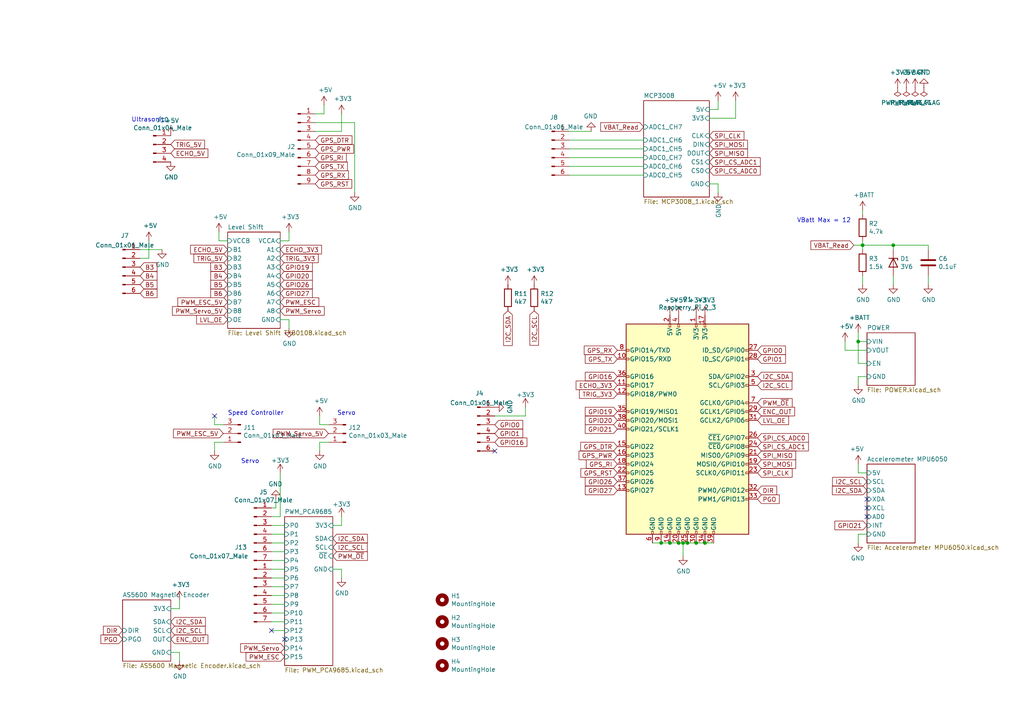
<source format=kicad_sch>
(kicad_sch (version 20211123) (generator eeschema)

  (uuid ce72ea62-9343-4a4f-81bf-8ac601f5d005)

  (paper "A4")

  (title_block
    (title "RascalHat")
    (rev "1.0")
    (company "James, Leach, & Andreev, L.L.C.")
  )

  (lib_symbols
    (symbol "Connector:Conn_01x03_Male" (pin_names (offset 1.016) hide) (in_bom yes) (on_board yes)
      (property "Reference" "J" (id 0) (at 0 5.08 0)
        (effects (font (size 1.27 1.27)))
      )
      (property "Value" "Conn_01x03_Male" (id 1) (at 0 -5.08 0)
        (effects (font (size 1.27 1.27)))
      )
      (property "Footprint" "" (id 2) (at 0 0 0)
        (effects (font (size 1.27 1.27)) hide)
      )
      (property "Datasheet" "~" (id 3) (at 0 0 0)
        (effects (font (size 1.27 1.27)) hide)
      )
      (property "ki_keywords" "connector" (id 4) (at 0 0 0)
        (effects (font (size 1.27 1.27)) hide)
      )
      (property "ki_description" "Generic connector, single row, 01x03, script generated (kicad-library-utils/schlib/autogen/connector/)" (id 5) (at 0 0 0)
        (effects (font (size 1.27 1.27)) hide)
      )
      (property "ki_fp_filters" "Connector*:*_1x??_*" (id 6) (at 0 0 0)
        (effects (font (size 1.27 1.27)) hide)
      )
      (symbol "Conn_01x03_Male_1_1"
        (polyline
          (pts
            (xy 1.27 -2.54)
            (xy 0.8636 -2.54)
          )
          (stroke (width 0.1524) (type default) (color 0 0 0 0))
          (fill (type none))
        )
        (polyline
          (pts
            (xy 1.27 0)
            (xy 0.8636 0)
          )
          (stroke (width 0.1524) (type default) (color 0 0 0 0))
          (fill (type none))
        )
        (polyline
          (pts
            (xy 1.27 2.54)
            (xy 0.8636 2.54)
          )
          (stroke (width 0.1524) (type default) (color 0 0 0 0))
          (fill (type none))
        )
        (rectangle (start 0.8636 -2.413) (end 0 -2.667)
          (stroke (width 0.1524) (type default) (color 0 0 0 0))
          (fill (type outline))
        )
        (rectangle (start 0.8636 0.127) (end 0 -0.127)
          (stroke (width 0.1524) (type default) (color 0 0 0 0))
          (fill (type outline))
        )
        (rectangle (start 0.8636 2.667) (end 0 2.413)
          (stroke (width 0.1524) (type default) (color 0 0 0 0))
          (fill (type outline))
        )
        (pin passive line (at 5.08 2.54 180) (length 3.81)
          (name "Pin_1" (effects (font (size 1.27 1.27))))
          (number "1" (effects (font (size 1.27 1.27))))
        )
        (pin passive line (at 5.08 0 180) (length 3.81)
          (name "Pin_2" (effects (font (size 1.27 1.27))))
          (number "2" (effects (font (size 1.27 1.27))))
        )
        (pin passive line (at 5.08 -2.54 180) (length 3.81)
          (name "Pin_3" (effects (font (size 1.27 1.27))))
          (number "3" (effects (font (size 1.27 1.27))))
        )
      )
    )
    (symbol "Connector:Conn_01x04_Male" (pin_names (offset 1.016) hide) (in_bom yes) (on_board yes)
      (property "Reference" "J" (id 0) (at 0 5.08 0)
        (effects (font (size 1.27 1.27)))
      )
      (property "Value" "Conn_01x04_Male" (id 1) (at 0 -7.62 0)
        (effects (font (size 1.27 1.27)))
      )
      (property "Footprint" "" (id 2) (at 0 0 0)
        (effects (font (size 1.27 1.27)) hide)
      )
      (property "Datasheet" "~" (id 3) (at 0 0 0)
        (effects (font (size 1.27 1.27)) hide)
      )
      (property "ki_keywords" "connector" (id 4) (at 0 0 0)
        (effects (font (size 1.27 1.27)) hide)
      )
      (property "ki_description" "Generic connector, single row, 01x04, script generated (kicad-library-utils/schlib/autogen/connector/)" (id 5) (at 0 0 0)
        (effects (font (size 1.27 1.27)) hide)
      )
      (property "ki_fp_filters" "Connector*:*_1x??_*" (id 6) (at 0 0 0)
        (effects (font (size 1.27 1.27)) hide)
      )
      (symbol "Conn_01x04_Male_1_1"
        (polyline
          (pts
            (xy 1.27 -5.08)
            (xy 0.8636 -5.08)
          )
          (stroke (width 0.1524) (type default) (color 0 0 0 0))
          (fill (type none))
        )
        (polyline
          (pts
            (xy 1.27 -2.54)
            (xy 0.8636 -2.54)
          )
          (stroke (width 0.1524) (type default) (color 0 0 0 0))
          (fill (type none))
        )
        (polyline
          (pts
            (xy 1.27 0)
            (xy 0.8636 0)
          )
          (stroke (width 0.1524) (type default) (color 0 0 0 0))
          (fill (type none))
        )
        (polyline
          (pts
            (xy 1.27 2.54)
            (xy 0.8636 2.54)
          )
          (stroke (width 0.1524) (type default) (color 0 0 0 0))
          (fill (type none))
        )
        (rectangle (start 0.8636 -4.953) (end 0 -5.207)
          (stroke (width 0.1524) (type default) (color 0 0 0 0))
          (fill (type outline))
        )
        (rectangle (start 0.8636 -2.413) (end 0 -2.667)
          (stroke (width 0.1524) (type default) (color 0 0 0 0))
          (fill (type outline))
        )
        (rectangle (start 0.8636 0.127) (end 0 -0.127)
          (stroke (width 0.1524) (type default) (color 0 0 0 0))
          (fill (type outline))
        )
        (rectangle (start 0.8636 2.667) (end 0 2.413)
          (stroke (width 0.1524) (type default) (color 0 0 0 0))
          (fill (type outline))
        )
        (pin passive line (at 5.08 2.54 180) (length 3.81)
          (name "Pin_1" (effects (font (size 1.27 1.27))))
          (number "1" (effects (font (size 1.27 1.27))))
        )
        (pin passive line (at 5.08 0 180) (length 3.81)
          (name "Pin_2" (effects (font (size 1.27 1.27))))
          (number "2" (effects (font (size 1.27 1.27))))
        )
        (pin passive line (at 5.08 -2.54 180) (length 3.81)
          (name "Pin_3" (effects (font (size 1.27 1.27))))
          (number "3" (effects (font (size 1.27 1.27))))
        )
        (pin passive line (at 5.08 -5.08 180) (length 3.81)
          (name "Pin_4" (effects (font (size 1.27 1.27))))
          (number "4" (effects (font (size 1.27 1.27))))
        )
      )
    )
    (symbol "Connector:Conn_01x06_Male" (pin_names (offset 1.016) hide) (in_bom yes) (on_board yes)
      (property "Reference" "J" (id 0) (at 0 7.62 0)
        (effects (font (size 1.27 1.27)))
      )
      (property "Value" "Conn_01x06_Male" (id 1) (at 0 -10.16 0)
        (effects (font (size 1.27 1.27)))
      )
      (property "Footprint" "" (id 2) (at 0 0 0)
        (effects (font (size 1.27 1.27)) hide)
      )
      (property "Datasheet" "~" (id 3) (at 0 0 0)
        (effects (font (size 1.27 1.27)) hide)
      )
      (property "ki_keywords" "connector" (id 4) (at 0 0 0)
        (effects (font (size 1.27 1.27)) hide)
      )
      (property "ki_description" "Generic connector, single row, 01x06, script generated (kicad-library-utils/schlib/autogen/connector/)" (id 5) (at 0 0 0)
        (effects (font (size 1.27 1.27)) hide)
      )
      (property "ki_fp_filters" "Connector*:*_1x??_*" (id 6) (at 0 0 0)
        (effects (font (size 1.27 1.27)) hide)
      )
      (symbol "Conn_01x06_Male_1_1"
        (polyline
          (pts
            (xy 1.27 -7.62)
            (xy 0.8636 -7.62)
          )
          (stroke (width 0.1524) (type default) (color 0 0 0 0))
          (fill (type none))
        )
        (polyline
          (pts
            (xy 1.27 -5.08)
            (xy 0.8636 -5.08)
          )
          (stroke (width 0.1524) (type default) (color 0 0 0 0))
          (fill (type none))
        )
        (polyline
          (pts
            (xy 1.27 -2.54)
            (xy 0.8636 -2.54)
          )
          (stroke (width 0.1524) (type default) (color 0 0 0 0))
          (fill (type none))
        )
        (polyline
          (pts
            (xy 1.27 0)
            (xy 0.8636 0)
          )
          (stroke (width 0.1524) (type default) (color 0 0 0 0))
          (fill (type none))
        )
        (polyline
          (pts
            (xy 1.27 2.54)
            (xy 0.8636 2.54)
          )
          (stroke (width 0.1524) (type default) (color 0 0 0 0))
          (fill (type none))
        )
        (polyline
          (pts
            (xy 1.27 5.08)
            (xy 0.8636 5.08)
          )
          (stroke (width 0.1524) (type default) (color 0 0 0 0))
          (fill (type none))
        )
        (rectangle (start 0.8636 -7.493) (end 0 -7.747)
          (stroke (width 0.1524) (type default) (color 0 0 0 0))
          (fill (type outline))
        )
        (rectangle (start 0.8636 -4.953) (end 0 -5.207)
          (stroke (width 0.1524) (type default) (color 0 0 0 0))
          (fill (type outline))
        )
        (rectangle (start 0.8636 -2.413) (end 0 -2.667)
          (stroke (width 0.1524) (type default) (color 0 0 0 0))
          (fill (type outline))
        )
        (rectangle (start 0.8636 0.127) (end 0 -0.127)
          (stroke (width 0.1524) (type default) (color 0 0 0 0))
          (fill (type outline))
        )
        (rectangle (start 0.8636 2.667) (end 0 2.413)
          (stroke (width 0.1524) (type default) (color 0 0 0 0))
          (fill (type outline))
        )
        (rectangle (start 0.8636 5.207) (end 0 4.953)
          (stroke (width 0.1524) (type default) (color 0 0 0 0))
          (fill (type outline))
        )
        (pin passive line (at 5.08 5.08 180) (length 3.81)
          (name "Pin_1" (effects (font (size 1.27 1.27))))
          (number "1" (effects (font (size 1.27 1.27))))
        )
        (pin passive line (at 5.08 2.54 180) (length 3.81)
          (name "Pin_2" (effects (font (size 1.27 1.27))))
          (number "2" (effects (font (size 1.27 1.27))))
        )
        (pin passive line (at 5.08 0 180) (length 3.81)
          (name "Pin_3" (effects (font (size 1.27 1.27))))
          (number "3" (effects (font (size 1.27 1.27))))
        )
        (pin passive line (at 5.08 -2.54 180) (length 3.81)
          (name "Pin_4" (effects (font (size 1.27 1.27))))
          (number "4" (effects (font (size 1.27 1.27))))
        )
        (pin passive line (at 5.08 -5.08 180) (length 3.81)
          (name "Pin_5" (effects (font (size 1.27 1.27))))
          (number "5" (effects (font (size 1.27 1.27))))
        )
        (pin passive line (at 5.08 -7.62 180) (length 3.81)
          (name "Pin_6" (effects (font (size 1.27 1.27))))
          (number "6" (effects (font (size 1.27 1.27))))
        )
      )
    )
    (symbol "Connector:Conn_01x07_Male" (pin_names (offset 1.016) hide) (in_bom yes) (on_board yes)
      (property "Reference" "J" (id 0) (at 0 10.16 0)
        (effects (font (size 1.27 1.27)))
      )
      (property "Value" "Conn_01x07_Male" (id 1) (at 0 -10.16 0)
        (effects (font (size 1.27 1.27)))
      )
      (property "Footprint" "" (id 2) (at 0 0 0)
        (effects (font (size 1.27 1.27)) hide)
      )
      (property "Datasheet" "~" (id 3) (at 0 0 0)
        (effects (font (size 1.27 1.27)) hide)
      )
      (property "ki_keywords" "connector" (id 4) (at 0 0 0)
        (effects (font (size 1.27 1.27)) hide)
      )
      (property "ki_description" "Generic connector, single row, 01x07, script generated (kicad-library-utils/schlib/autogen/connector/)" (id 5) (at 0 0 0)
        (effects (font (size 1.27 1.27)) hide)
      )
      (property "ki_fp_filters" "Connector*:*_1x??_*" (id 6) (at 0 0 0)
        (effects (font (size 1.27 1.27)) hide)
      )
      (symbol "Conn_01x07_Male_1_1"
        (polyline
          (pts
            (xy 1.27 -7.62)
            (xy 0.8636 -7.62)
          )
          (stroke (width 0.1524) (type default) (color 0 0 0 0))
          (fill (type none))
        )
        (polyline
          (pts
            (xy 1.27 -5.08)
            (xy 0.8636 -5.08)
          )
          (stroke (width 0.1524) (type default) (color 0 0 0 0))
          (fill (type none))
        )
        (polyline
          (pts
            (xy 1.27 -2.54)
            (xy 0.8636 -2.54)
          )
          (stroke (width 0.1524) (type default) (color 0 0 0 0))
          (fill (type none))
        )
        (polyline
          (pts
            (xy 1.27 0)
            (xy 0.8636 0)
          )
          (stroke (width 0.1524) (type default) (color 0 0 0 0))
          (fill (type none))
        )
        (polyline
          (pts
            (xy 1.27 2.54)
            (xy 0.8636 2.54)
          )
          (stroke (width 0.1524) (type default) (color 0 0 0 0))
          (fill (type none))
        )
        (polyline
          (pts
            (xy 1.27 5.08)
            (xy 0.8636 5.08)
          )
          (stroke (width 0.1524) (type default) (color 0 0 0 0))
          (fill (type none))
        )
        (polyline
          (pts
            (xy 1.27 7.62)
            (xy 0.8636 7.62)
          )
          (stroke (width 0.1524) (type default) (color 0 0 0 0))
          (fill (type none))
        )
        (rectangle (start 0.8636 -7.493) (end 0 -7.747)
          (stroke (width 0.1524) (type default) (color 0 0 0 0))
          (fill (type outline))
        )
        (rectangle (start 0.8636 -4.953) (end 0 -5.207)
          (stroke (width 0.1524) (type default) (color 0 0 0 0))
          (fill (type outline))
        )
        (rectangle (start 0.8636 -2.413) (end 0 -2.667)
          (stroke (width 0.1524) (type default) (color 0 0 0 0))
          (fill (type outline))
        )
        (rectangle (start 0.8636 0.127) (end 0 -0.127)
          (stroke (width 0.1524) (type default) (color 0 0 0 0))
          (fill (type outline))
        )
        (rectangle (start 0.8636 2.667) (end 0 2.413)
          (stroke (width 0.1524) (type default) (color 0 0 0 0))
          (fill (type outline))
        )
        (rectangle (start 0.8636 5.207) (end 0 4.953)
          (stroke (width 0.1524) (type default) (color 0 0 0 0))
          (fill (type outline))
        )
        (rectangle (start 0.8636 7.747) (end 0 7.493)
          (stroke (width 0.1524) (type default) (color 0 0 0 0))
          (fill (type outline))
        )
        (pin passive line (at 5.08 7.62 180) (length 3.81)
          (name "Pin_1" (effects (font (size 1.27 1.27))))
          (number "1" (effects (font (size 1.27 1.27))))
        )
        (pin passive line (at 5.08 5.08 180) (length 3.81)
          (name "Pin_2" (effects (font (size 1.27 1.27))))
          (number "2" (effects (font (size 1.27 1.27))))
        )
        (pin passive line (at 5.08 2.54 180) (length 3.81)
          (name "Pin_3" (effects (font (size 1.27 1.27))))
          (number "3" (effects (font (size 1.27 1.27))))
        )
        (pin passive line (at 5.08 0 180) (length 3.81)
          (name "Pin_4" (effects (font (size 1.27 1.27))))
          (number "4" (effects (font (size 1.27 1.27))))
        )
        (pin passive line (at 5.08 -2.54 180) (length 3.81)
          (name "Pin_5" (effects (font (size 1.27 1.27))))
          (number "5" (effects (font (size 1.27 1.27))))
        )
        (pin passive line (at 5.08 -5.08 180) (length 3.81)
          (name "Pin_6" (effects (font (size 1.27 1.27))))
          (number "6" (effects (font (size 1.27 1.27))))
        )
        (pin passive line (at 5.08 -7.62 180) (length 3.81)
          (name "Pin_7" (effects (font (size 1.27 1.27))))
          (number "7" (effects (font (size 1.27 1.27))))
        )
      )
    )
    (symbol "Connector:Conn_01x09_Male" (pin_names (offset 1.016) hide) (in_bom yes) (on_board yes)
      (property "Reference" "J" (id 0) (at 0 12.7 0)
        (effects (font (size 1.27 1.27)))
      )
      (property "Value" "Conn_01x09_Male" (id 1) (at 0 -12.7 0)
        (effects (font (size 1.27 1.27)))
      )
      (property "Footprint" "" (id 2) (at 0 0 0)
        (effects (font (size 1.27 1.27)) hide)
      )
      (property "Datasheet" "~" (id 3) (at 0 0 0)
        (effects (font (size 1.27 1.27)) hide)
      )
      (property "ki_keywords" "connector" (id 4) (at 0 0 0)
        (effects (font (size 1.27 1.27)) hide)
      )
      (property "ki_description" "Generic connector, single row, 01x09, script generated (kicad-library-utils/schlib/autogen/connector/)" (id 5) (at 0 0 0)
        (effects (font (size 1.27 1.27)) hide)
      )
      (property "ki_fp_filters" "Connector*:*_1x??_*" (id 6) (at 0 0 0)
        (effects (font (size 1.27 1.27)) hide)
      )
      (symbol "Conn_01x09_Male_1_1"
        (polyline
          (pts
            (xy 1.27 -10.16)
            (xy 0.8636 -10.16)
          )
          (stroke (width 0.1524) (type default) (color 0 0 0 0))
          (fill (type none))
        )
        (polyline
          (pts
            (xy 1.27 -7.62)
            (xy 0.8636 -7.62)
          )
          (stroke (width 0.1524) (type default) (color 0 0 0 0))
          (fill (type none))
        )
        (polyline
          (pts
            (xy 1.27 -5.08)
            (xy 0.8636 -5.08)
          )
          (stroke (width 0.1524) (type default) (color 0 0 0 0))
          (fill (type none))
        )
        (polyline
          (pts
            (xy 1.27 -2.54)
            (xy 0.8636 -2.54)
          )
          (stroke (width 0.1524) (type default) (color 0 0 0 0))
          (fill (type none))
        )
        (polyline
          (pts
            (xy 1.27 0)
            (xy 0.8636 0)
          )
          (stroke (width 0.1524) (type default) (color 0 0 0 0))
          (fill (type none))
        )
        (polyline
          (pts
            (xy 1.27 2.54)
            (xy 0.8636 2.54)
          )
          (stroke (width 0.1524) (type default) (color 0 0 0 0))
          (fill (type none))
        )
        (polyline
          (pts
            (xy 1.27 5.08)
            (xy 0.8636 5.08)
          )
          (stroke (width 0.1524) (type default) (color 0 0 0 0))
          (fill (type none))
        )
        (polyline
          (pts
            (xy 1.27 7.62)
            (xy 0.8636 7.62)
          )
          (stroke (width 0.1524) (type default) (color 0 0 0 0))
          (fill (type none))
        )
        (polyline
          (pts
            (xy 1.27 10.16)
            (xy 0.8636 10.16)
          )
          (stroke (width 0.1524) (type default) (color 0 0 0 0))
          (fill (type none))
        )
        (rectangle (start 0.8636 -10.033) (end 0 -10.287)
          (stroke (width 0.1524) (type default) (color 0 0 0 0))
          (fill (type outline))
        )
        (rectangle (start 0.8636 -7.493) (end 0 -7.747)
          (stroke (width 0.1524) (type default) (color 0 0 0 0))
          (fill (type outline))
        )
        (rectangle (start 0.8636 -4.953) (end 0 -5.207)
          (stroke (width 0.1524) (type default) (color 0 0 0 0))
          (fill (type outline))
        )
        (rectangle (start 0.8636 -2.413) (end 0 -2.667)
          (stroke (width 0.1524) (type default) (color 0 0 0 0))
          (fill (type outline))
        )
        (rectangle (start 0.8636 0.127) (end 0 -0.127)
          (stroke (width 0.1524) (type default) (color 0 0 0 0))
          (fill (type outline))
        )
        (rectangle (start 0.8636 2.667) (end 0 2.413)
          (stroke (width 0.1524) (type default) (color 0 0 0 0))
          (fill (type outline))
        )
        (rectangle (start 0.8636 5.207) (end 0 4.953)
          (stroke (width 0.1524) (type default) (color 0 0 0 0))
          (fill (type outline))
        )
        (rectangle (start 0.8636 7.747) (end 0 7.493)
          (stroke (width 0.1524) (type default) (color 0 0 0 0))
          (fill (type outline))
        )
        (rectangle (start 0.8636 10.287) (end 0 10.033)
          (stroke (width 0.1524) (type default) (color 0 0 0 0))
          (fill (type outline))
        )
        (pin passive line (at 5.08 10.16 180) (length 3.81)
          (name "Pin_1" (effects (font (size 1.27 1.27))))
          (number "1" (effects (font (size 1.27 1.27))))
        )
        (pin passive line (at 5.08 7.62 180) (length 3.81)
          (name "Pin_2" (effects (font (size 1.27 1.27))))
          (number "2" (effects (font (size 1.27 1.27))))
        )
        (pin passive line (at 5.08 5.08 180) (length 3.81)
          (name "Pin_3" (effects (font (size 1.27 1.27))))
          (number "3" (effects (font (size 1.27 1.27))))
        )
        (pin passive line (at 5.08 2.54 180) (length 3.81)
          (name "Pin_4" (effects (font (size 1.27 1.27))))
          (number "4" (effects (font (size 1.27 1.27))))
        )
        (pin passive line (at 5.08 0 180) (length 3.81)
          (name "Pin_5" (effects (font (size 1.27 1.27))))
          (number "5" (effects (font (size 1.27 1.27))))
        )
        (pin passive line (at 5.08 -2.54 180) (length 3.81)
          (name "Pin_6" (effects (font (size 1.27 1.27))))
          (number "6" (effects (font (size 1.27 1.27))))
        )
        (pin passive line (at 5.08 -5.08 180) (length 3.81)
          (name "Pin_7" (effects (font (size 1.27 1.27))))
          (number "7" (effects (font (size 1.27 1.27))))
        )
        (pin passive line (at 5.08 -7.62 180) (length 3.81)
          (name "Pin_8" (effects (font (size 1.27 1.27))))
          (number "8" (effects (font (size 1.27 1.27))))
        )
        (pin passive line (at 5.08 -10.16 180) (length 3.81)
          (name "Pin_9" (effects (font (size 1.27 1.27))))
          (number "9" (effects (font (size 1.27 1.27))))
        )
      )
    )
    (symbol "Connector:Raspberry_Pi_2_3" (pin_names (offset 1.016)) (in_bom yes) (on_board yes)
      (property "Reference" "J" (id 0) (at -17.78 31.75 0)
        (effects (font (size 1.27 1.27)) (justify left bottom))
      )
      (property "Value" "Raspberry_Pi_2_3" (id 1) (at 10.16 -31.75 0)
        (effects (font (size 1.27 1.27)) (justify left top))
      )
      (property "Footprint" "" (id 2) (at 0 0 0)
        (effects (font (size 1.27 1.27)) hide)
      )
      (property "Datasheet" "https://www.raspberrypi.org/documentation/hardware/raspberrypi/schematics/rpi_SCH_3bplus_1p0_reduced.pdf" (id 3) (at 0 0 0)
        (effects (font (size 1.27 1.27)) hide)
      )
      (property "ki_keywords" "raspberrypi gpio" (id 4) (at 0 0 0)
        (effects (font (size 1.27 1.27)) hide)
      )
      (property "ki_description" "expansion header for Raspberry Pi 2 & 3" (id 5) (at 0 0 0)
        (effects (font (size 1.27 1.27)) hide)
      )
      (property "ki_fp_filters" "PinHeader*2x20*P2.54mm*Vertical* PinSocket*2x20*P2.54mm*Vertical*" (id 6) (at 0 0 0)
        (effects (font (size 1.27 1.27)) hide)
      )
      (symbol "Raspberry_Pi_2_3_0_1"
        (rectangle (start -17.78 30.48) (end 17.78 -30.48)
          (stroke (width 0.254) (type default) (color 0 0 0 0))
          (fill (type background))
        )
      )
      (symbol "Raspberry_Pi_2_3_1_1"
        (rectangle (start -16.891 -17.526) (end -17.78 -18.034)
          (stroke (width 0) (type default) (color 0 0 0 0))
          (fill (type none))
        )
        (rectangle (start -16.891 -14.986) (end -17.78 -15.494)
          (stroke (width 0) (type default) (color 0 0 0 0))
          (fill (type none))
        )
        (rectangle (start -16.891 -12.446) (end -17.78 -12.954)
          (stroke (width 0) (type default) (color 0 0 0 0))
          (fill (type none))
        )
        (rectangle (start -16.891 -9.906) (end -17.78 -10.414)
          (stroke (width 0) (type default) (color 0 0 0 0))
          (fill (type none))
        )
        (rectangle (start -16.891 -7.366) (end -17.78 -7.874)
          (stroke (width 0) (type default) (color 0 0 0 0))
          (fill (type none))
        )
        (rectangle (start -16.891 -4.826) (end -17.78 -5.334)
          (stroke (width 0) (type default) (color 0 0 0 0))
          (fill (type none))
        )
        (rectangle (start -16.891 0.254) (end -17.78 -0.254)
          (stroke (width 0) (type default) (color 0 0 0 0))
          (fill (type none))
        )
        (rectangle (start -16.891 2.794) (end -17.78 2.286)
          (stroke (width 0) (type default) (color 0 0 0 0))
          (fill (type none))
        )
        (rectangle (start -16.891 5.334) (end -17.78 4.826)
          (stroke (width 0) (type default) (color 0 0 0 0))
          (fill (type none))
        )
        (rectangle (start -16.891 10.414) (end -17.78 9.906)
          (stroke (width 0) (type default) (color 0 0 0 0))
          (fill (type none))
        )
        (rectangle (start -16.891 12.954) (end -17.78 12.446)
          (stroke (width 0) (type default) (color 0 0 0 0))
          (fill (type none))
        )
        (rectangle (start -16.891 15.494) (end -17.78 14.986)
          (stroke (width 0) (type default) (color 0 0 0 0))
          (fill (type none))
        )
        (rectangle (start -16.891 20.574) (end -17.78 20.066)
          (stroke (width 0) (type default) (color 0 0 0 0))
          (fill (type none))
        )
        (rectangle (start -16.891 23.114) (end -17.78 22.606)
          (stroke (width 0) (type default) (color 0 0 0 0))
          (fill (type none))
        )
        (rectangle (start -10.414 -29.591) (end -9.906 -30.48)
          (stroke (width 0) (type default) (color 0 0 0 0))
          (fill (type none))
        )
        (rectangle (start -7.874 -29.591) (end -7.366 -30.48)
          (stroke (width 0) (type default) (color 0 0 0 0))
          (fill (type none))
        )
        (rectangle (start -5.334 -29.591) (end -4.826 -30.48)
          (stroke (width 0) (type default) (color 0 0 0 0))
          (fill (type none))
        )
        (rectangle (start -5.334 30.48) (end -4.826 29.591)
          (stroke (width 0) (type default) (color 0 0 0 0))
          (fill (type none))
        )
        (rectangle (start -2.794 -29.591) (end -2.286 -30.48)
          (stroke (width 0) (type default) (color 0 0 0 0))
          (fill (type none))
        )
        (rectangle (start -2.794 30.48) (end -2.286 29.591)
          (stroke (width 0) (type default) (color 0 0 0 0))
          (fill (type none))
        )
        (rectangle (start -0.254 -29.591) (end 0.254 -30.48)
          (stroke (width 0) (type default) (color 0 0 0 0))
          (fill (type none))
        )
        (rectangle (start 2.286 -29.591) (end 2.794 -30.48)
          (stroke (width 0) (type default) (color 0 0 0 0))
          (fill (type none))
        )
        (rectangle (start 2.286 30.48) (end 2.794 29.591)
          (stroke (width 0) (type default) (color 0 0 0 0))
          (fill (type none))
        )
        (rectangle (start 4.826 -29.591) (end 5.334 -30.48)
          (stroke (width 0) (type default) (color 0 0 0 0))
          (fill (type none))
        )
        (rectangle (start 4.826 30.48) (end 5.334 29.591)
          (stroke (width 0) (type default) (color 0 0 0 0))
          (fill (type none))
        )
        (rectangle (start 7.366 -29.591) (end 7.874 -30.48)
          (stroke (width 0) (type default) (color 0 0 0 0))
          (fill (type none))
        )
        (rectangle (start 17.78 -20.066) (end 16.891 -20.574)
          (stroke (width 0) (type default) (color 0 0 0 0))
          (fill (type none))
        )
        (rectangle (start 17.78 -17.526) (end 16.891 -18.034)
          (stroke (width 0) (type default) (color 0 0 0 0))
          (fill (type none))
        )
        (rectangle (start 17.78 -12.446) (end 16.891 -12.954)
          (stroke (width 0) (type default) (color 0 0 0 0))
          (fill (type none))
        )
        (rectangle (start 17.78 -9.906) (end 16.891 -10.414)
          (stroke (width 0) (type default) (color 0 0 0 0))
          (fill (type none))
        )
        (rectangle (start 17.78 -7.366) (end 16.891 -7.874)
          (stroke (width 0) (type default) (color 0 0 0 0))
          (fill (type none))
        )
        (rectangle (start 17.78 -4.826) (end 16.891 -5.334)
          (stroke (width 0) (type default) (color 0 0 0 0))
          (fill (type none))
        )
        (rectangle (start 17.78 -2.286) (end 16.891 -2.794)
          (stroke (width 0) (type default) (color 0 0 0 0))
          (fill (type none))
        )
        (rectangle (start 17.78 2.794) (end 16.891 2.286)
          (stroke (width 0) (type default) (color 0 0 0 0))
          (fill (type none))
        )
        (rectangle (start 17.78 5.334) (end 16.891 4.826)
          (stroke (width 0) (type default) (color 0 0 0 0))
          (fill (type none))
        )
        (rectangle (start 17.78 7.874) (end 16.891 7.366)
          (stroke (width 0) (type default) (color 0 0 0 0))
          (fill (type none))
        )
        (rectangle (start 17.78 12.954) (end 16.891 12.446)
          (stroke (width 0) (type default) (color 0 0 0 0))
          (fill (type none))
        )
        (rectangle (start 17.78 15.494) (end 16.891 14.986)
          (stroke (width 0) (type default) (color 0 0 0 0))
          (fill (type none))
        )
        (rectangle (start 17.78 20.574) (end 16.891 20.066)
          (stroke (width 0) (type default) (color 0 0 0 0))
          (fill (type none))
        )
        (rectangle (start 17.78 23.114) (end 16.891 22.606)
          (stroke (width 0) (type default) (color 0 0 0 0))
          (fill (type none))
        )
        (pin power_in line (at 2.54 33.02 270) (length 2.54)
          (name "3V3" (effects (font (size 1.27 1.27))))
          (number "1" (effects (font (size 1.27 1.27))))
        )
        (pin bidirectional line (at -20.32 20.32 0) (length 2.54)
          (name "GPIO15/RXD" (effects (font (size 1.27 1.27))))
          (number "10" (effects (font (size 1.27 1.27))))
        )
        (pin bidirectional line (at -20.32 12.7 0) (length 2.54)
          (name "GPIO17" (effects (font (size 1.27 1.27))))
          (number "11" (effects (font (size 1.27 1.27))))
        )
        (pin bidirectional line (at -20.32 10.16 0) (length 2.54)
          (name "GPIO18/PWM0" (effects (font (size 1.27 1.27))))
          (number "12" (effects (font (size 1.27 1.27))))
        )
        (pin bidirectional line (at -20.32 -17.78 0) (length 2.54)
          (name "GPIO27" (effects (font (size 1.27 1.27))))
          (number "13" (effects (font (size 1.27 1.27))))
        )
        (pin power_in line (at -5.08 -33.02 90) (length 2.54)
          (name "GND" (effects (font (size 1.27 1.27))))
          (number "14" (effects (font (size 1.27 1.27))))
        )
        (pin bidirectional line (at -20.32 -5.08 0) (length 2.54)
          (name "GPIO22" (effects (font (size 1.27 1.27))))
          (number "15" (effects (font (size 1.27 1.27))))
        )
        (pin bidirectional line (at -20.32 -7.62 0) (length 2.54)
          (name "GPIO23" (effects (font (size 1.27 1.27))))
          (number "16" (effects (font (size 1.27 1.27))))
        )
        (pin power_in line (at 5.08 33.02 270) (length 2.54)
          (name "3V3" (effects (font (size 1.27 1.27))))
          (number "17" (effects (font (size 1.27 1.27))))
        )
        (pin bidirectional line (at -20.32 -10.16 0) (length 2.54)
          (name "GPIO24" (effects (font (size 1.27 1.27))))
          (number "18" (effects (font (size 1.27 1.27))))
        )
        (pin bidirectional line (at 20.32 -10.16 180) (length 2.54)
          (name "MOSI0/GPIO10" (effects (font (size 1.27 1.27))))
          (number "19" (effects (font (size 1.27 1.27))))
        )
        (pin power_in line (at -5.08 33.02 270) (length 2.54)
          (name "5V" (effects (font (size 1.27 1.27))))
          (number "2" (effects (font (size 1.27 1.27))))
        )
        (pin power_in line (at -2.54 -33.02 90) (length 2.54)
          (name "GND" (effects (font (size 1.27 1.27))))
          (number "20" (effects (font (size 1.27 1.27))))
        )
        (pin bidirectional line (at 20.32 -7.62 180) (length 2.54)
          (name "MISO0/GPIO9" (effects (font (size 1.27 1.27))))
          (number "21" (effects (font (size 1.27 1.27))))
        )
        (pin bidirectional line (at -20.32 -12.7 0) (length 2.54)
          (name "GPIO25" (effects (font (size 1.27 1.27))))
          (number "22" (effects (font (size 1.27 1.27))))
        )
        (pin bidirectional line (at 20.32 -12.7 180) (length 2.54)
          (name "SCLK0/GPIO11" (effects (font (size 1.27 1.27))))
          (number "23" (effects (font (size 1.27 1.27))))
        )
        (pin bidirectional line (at 20.32 -5.08 180) (length 2.54)
          (name "~{CE0}/GPIO8" (effects (font (size 1.27 1.27))))
          (number "24" (effects (font (size 1.27 1.27))))
        )
        (pin power_in line (at 0 -33.02 90) (length 2.54)
          (name "GND" (effects (font (size 1.27 1.27))))
          (number "25" (effects (font (size 1.27 1.27))))
        )
        (pin bidirectional line (at 20.32 -2.54 180) (length 2.54)
          (name "~{CE1}/GPIO7" (effects (font (size 1.27 1.27))))
          (number "26" (effects (font (size 1.27 1.27))))
        )
        (pin bidirectional line (at 20.32 22.86 180) (length 2.54)
          (name "ID_SD/GPIO0" (effects (font (size 1.27 1.27))))
          (number "27" (effects (font (size 1.27 1.27))))
        )
        (pin bidirectional line (at 20.32 20.32 180) (length 2.54)
          (name "ID_SC/GPIO1" (effects (font (size 1.27 1.27))))
          (number "28" (effects (font (size 1.27 1.27))))
        )
        (pin bidirectional line (at 20.32 5.08 180) (length 2.54)
          (name "GCLK1/GPIO5" (effects (font (size 1.27 1.27))))
          (number "29" (effects (font (size 1.27 1.27))))
        )
        (pin bidirectional line (at 20.32 15.24 180) (length 2.54)
          (name "SDA/GPIO2" (effects (font (size 1.27 1.27))))
          (number "3" (effects (font (size 1.27 1.27))))
        )
        (pin power_in line (at 2.54 -33.02 90) (length 2.54)
          (name "GND" (effects (font (size 1.27 1.27))))
          (number "30" (effects (font (size 1.27 1.27))))
        )
        (pin bidirectional line (at 20.32 2.54 180) (length 2.54)
          (name "GCLK2/GPIO6" (effects (font (size 1.27 1.27))))
          (number "31" (effects (font (size 1.27 1.27))))
        )
        (pin bidirectional line (at 20.32 -17.78 180) (length 2.54)
          (name "PWM0/GPIO12" (effects (font (size 1.27 1.27))))
          (number "32" (effects (font (size 1.27 1.27))))
        )
        (pin bidirectional line (at 20.32 -20.32 180) (length 2.54)
          (name "PWM1/GPIO13" (effects (font (size 1.27 1.27))))
          (number "33" (effects (font (size 1.27 1.27))))
        )
        (pin power_in line (at 5.08 -33.02 90) (length 2.54)
          (name "GND" (effects (font (size 1.27 1.27))))
          (number "34" (effects (font (size 1.27 1.27))))
        )
        (pin bidirectional line (at -20.32 5.08 0) (length 2.54)
          (name "GPIO19/MISO1" (effects (font (size 1.27 1.27))))
          (number "35" (effects (font (size 1.27 1.27))))
        )
        (pin bidirectional line (at -20.32 15.24 0) (length 2.54)
          (name "GPIO16" (effects (font (size 1.27 1.27))))
          (number "36" (effects (font (size 1.27 1.27))))
        )
        (pin bidirectional line (at -20.32 -15.24 0) (length 2.54)
          (name "GPIO26" (effects (font (size 1.27 1.27))))
          (number "37" (effects (font (size 1.27 1.27))))
        )
        (pin bidirectional line (at -20.32 2.54 0) (length 2.54)
          (name "GPIO20/MOSI1" (effects (font (size 1.27 1.27))))
          (number "38" (effects (font (size 1.27 1.27))))
        )
        (pin power_in line (at 7.62 -33.02 90) (length 2.54)
          (name "GND" (effects (font (size 1.27 1.27))))
          (number "39" (effects (font (size 1.27 1.27))))
        )
        (pin power_in line (at -2.54 33.02 270) (length 2.54)
          (name "5V" (effects (font (size 1.27 1.27))))
          (number "4" (effects (font (size 1.27 1.27))))
        )
        (pin bidirectional line (at -20.32 0 0) (length 2.54)
          (name "GPIO21/SCLK1" (effects (font (size 1.27 1.27))))
          (number "40" (effects (font (size 1.27 1.27))))
        )
        (pin bidirectional line (at 20.32 12.7 180) (length 2.54)
          (name "SCL/GPIO3" (effects (font (size 1.27 1.27))))
          (number "5" (effects (font (size 1.27 1.27))))
        )
        (pin power_in line (at -10.16 -33.02 90) (length 2.54)
          (name "GND" (effects (font (size 1.27 1.27))))
          (number "6" (effects (font (size 1.27 1.27))))
        )
        (pin bidirectional line (at 20.32 7.62 180) (length 2.54)
          (name "GCLK0/GPIO4" (effects (font (size 1.27 1.27))))
          (number "7" (effects (font (size 1.27 1.27))))
        )
        (pin bidirectional line (at -20.32 22.86 0) (length 2.54)
          (name "GPIO14/TXD" (effects (font (size 1.27 1.27))))
          (number "8" (effects (font (size 1.27 1.27))))
        )
        (pin power_in line (at -7.62 -33.02 90) (length 2.54)
          (name "GND" (effects (font (size 1.27 1.27))))
          (number "9" (effects (font (size 1.27 1.27))))
        )
      )
    )
    (symbol "Device:C" (pin_numbers hide) (pin_names (offset 0.254)) (in_bom yes) (on_board yes)
      (property "Reference" "C" (id 0) (at 0.635 2.54 0)
        (effects (font (size 1.27 1.27)) (justify left))
      )
      (property "Value" "C" (id 1) (at 0.635 -2.54 0)
        (effects (font (size 1.27 1.27)) (justify left))
      )
      (property "Footprint" "" (id 2) (at 0.9652 -3.81 0)
        (effects (font (size 1.27 1.27)) hide)
      )
      (property "Datasheet" "~" (id 3) (at 0 0 0)
        (effects (font (size 1.27 1.27)) hide)
      )
      (property "ki_keywords" "cap capacitor" (id 4) (at 0 0 0)
        (effects (font (size 1.27 1.27)) hide)
      )
      (property "ki_description" "Unpolarized capacitor" (id 5) (at 0 0 0)
        (effects (font (size 1.27 1.27)) hide)
      )
      (property "ki_fp_filters" "C_*" (id 6) (at 0 0 0)
        (effects (font (size 1.27 1.27)) hide)
      )
      (symbol "C_0_1"
        (polyline
          (pts
            (xy -2.032 -0.762)
            (xy 2.032 -0.762)
          )
          (stroke (width 0.508) (type default) (color 0 0 0 0))
          (fill (type none))
        )
        (polyline
          (pts
            (xy -2.032 0.762)
            (xy 2.032 0.762)
          )
          (stroke (width 0.508) (type default) (color 0 0 0 0))
          (fill (type none))
        )
      )
      (symbol "C_1_1"
        (pin passive line (at 0 3.81 270) (length 2.794)
          (name "~" (effects (font (size 1.27 1.27))))
          (number "1" (effects (font (size 1.27 1.27))))
        )
        (pin passive line (at 0 -3.81 90) (length 2.794)
          (name "~" (effects (font (size 1.27 1.27))))
          (number "2" (effects (font (size 1.27 1.27))))
        )
      )
    )
    (symbol "Device:D_Zener" (pin_numbers hide) (pin_names (offset 1.016) hide) (in_bom yes) (on_board yes)
      (property "Reference" "D" (id 0) (at 0 2.54 0)
        (effects (font (size 1.27 1.27)))
      )
      (property "Value" "D_Zener" (id 1) (at 0 -2.54 0)
        (effects (font (size 1.27 1.27)))
      )
      (property "Footprint" "" (id 2) (at 0 0 0)
        (effects (font (size 1.27 1.27)) hide)
      )
      (property "Datasheet" "~" (id 3) (at 0 0 0)
        (effects (font (size 1.27 1.27)) hide)
      )
      (property "ki_keywords" "diode" (id 4) (at 0 0 0)
        (effects (font (size 1.27 1.27)) hide)
      )
      (property "ki_description" "Zener diode" (id 5) (at 0 0 0)
        (effects (font (size 1.27 1.27)) hide)
      )
      (property "ki_fp_filters" "TO-???* *_Diode_* *SingleDiode* D_*" (id 6) (at 0 0 0)
        (effects (font (size 1.27 1.27)) hide)
      )
      (symbol "D_Zener_0_1"
        (polyline
          (pts
            (xy 1.27 0)
            (xy -1.27 0)
          )
          (stroke (width 0) (type default) (color 0 0 0 0))
          (fill (type none))
        )
        (polyline
          (pts
            (xy -1.27 -1.27)
            (xy -1.27 1.27)
            (xy -0.762 1.27)
          )
          (stroke (width 0.254) (type default) (color 0 0 0 0))
          (fill (type none))
        )
        (polyline
          (pts
            (xy 1.27 -1.27)
            (xy 1.27 1.27)
            (xy -1.27 0)
            (xy 1.27 -1.27)
          )
          (stroke (width 0.254) (type default) (color 0 0 0 0))
          (fill (type none))
        )
      )
      (symbol "D_Zener_1_1"
        (pin passive line (at -3.81 0 0) (length 2.54)
          (name "K" (effects (font (size 1.27 1.27))))
          (number "1" (effects (font (size 1.27 1.27))))
        )
        (pin passive line (at 3.81 0 180) (length 2.54)
          (name "A" (effects (font (size 1.27 1.27))))
          (number "2" (effects (font (size 1.27 1.27))))
        )
      )
    )
    (symbol "Device:R" (pin_numbers hide) (pin_names (offset 0)) (in_bom yes) (on_board yes)
      (property "Reference" "R" (id 0) (at 2.032 0 90)
        (effects (font (size 1.27 1.27)))
      )
      (property "Value" "R" (id 1) (at 0 0 90)
        (effects (font (size 1.27 1.27)))
      )
      (property "Footprint" "" (id 2) (at -1.778 0 90)
        (effects (font (size 1.27 1.27)) hide)
      )
      (property "Datasheet" "~" (id 3) (at 0 0 0)
        (effects (font (size 1.27 1.27)) hide)
      )
      (property "ki_keywords" "R res resistor" (id 4) (at 0 0 0)
        (effects (font (size 1.27 1.27)) hide)
      )
      (property "ki_description" "Resistor" (id 5) (at 0 0 0)
        (effects (font (size 1.27 1.27)) hide)
      )
      (property "ki_fp_filters" "R_*" (id 6) (at 0 0 0)
        (effects (font (size 1.27 1.27)) hide)
      )
      (symbol "R_0_1"
        (rectangle (start -1.016 -2.54) (end 1.016 2.54)
          (stroke (width 0.254) (type default) (color 0 0 0 0))
          (fill (type none))
        )
      )
      (symbol "R_1_1"
        (pin passive line (at 0 3.81 270) (length 1.27)
          (name "~" (effects (font (size 1.27 1.27))))
          (number "1" (effects (font (size 1.27 1.27))))
        )
        (pin passive line (at 0 -3.81 90) (length 1.27)
          (name "~" (effects (font (size 1.27 1.27))))
          (number "2" (effects (font (size 1.27 1.27))))
        )
      )
    )
    (symbol "Mechanical:MountingHole" (pin_names (offset 1.016)) (in_bom yes) (on_board yes)
      (property "Reference" "H" (id 0) (at 0 5.08 0)
        (effects (font (size 1.27 1.27)))
      )
      (property "Value" "MountingHole" (id 1) (at 0 3.175 0)
        (effects (font (size 1.27 1.27)))
      )
      (property "Footprint" "" (id 2) (at 0 0 0)
        (effects (font (size 1.27 1.27)) hide)
      )
      (property "Datasheet" "~" (id 3) (at 0 0 0)
        (effects (font (size 1.27 1.27)) hide)
      )
      (property "ki_keywords" "mounting hole" (id 4) (at 0 0 0)
        (effects (font (size 1.27 1.27)) hide)
      )
      (property "ki_description" "Mounting Hole without connection" (id 5) (at 0 0 0)
        (effects (font (size 1.27 1.27)) hide)
      )
      (property "ki_fp_filters" "MountingHole*" (id 6) (at 0 0 0)
        (effects (font (size 1.27 1.27)) hide)
      )
      (symbol "MountingHole_0_1"
        (circle (center 0 0) (radius 1.27)
          (stroke (width 1.27) (type default) (color 0 0 0 0))
          (fill (type none))
        )
      )
    )
    (symbol "power:+3V3" (power) (pin_names (offset 0)) (in_bom yes) (on_board yes)
      (property "Reference" "#PWR" (id 0) (at 0 -3.81 0)
        (effects (font (size 1.27 1.27)) hide)
      )
      (property "Value" "+3V3" (id 1) (at 0 3.556 0)
        (effects (font (size 1.27 1.27)))
      )
      (property "Footprint" "" (id 2) (at 0 0 0)
        (effects (font (size 1.27 1.27)) hide)
      )
      (property "Datasheet" "" (id 3) (at 0 0 0)
        (effects (font (size 1.27 1.27)) hide)
      )
      (property "ki_keywords" "power-flag" (id 4) (at 0 0 0)
        (effects (font (size 1.27 1.27)) hide)
      )
      (property "ki_description" "Power symbol creates a global label with name \"+3V3\"" (id 5) (at 0 0 0)
        (effects (font (size 1.27 1.27)) hide)
      )
      (symbol "+3V3_0_1"
        (polyline
          (pts
            (xy -0.762 1.27)
            (xy 0 2.54)
          )
          (stroke (width 0) (type default) (color 0 0 0 0))
          (fill (type none))
        )
        (polyline
          (pts
            (xy 0 0)
            (xy 0 2.54)
          )
          (stroke (width 0) (type default) (color 0 0 0 0))
          (fill (type none))
        )
        (polyline
          (pts
            (xy 0 2.54)
            (xy 0.762 1.27)
          )
          (stroke (width 0) (type default) (color 0 0 0 0))
          (fill (type none))
        )
      )
      (symbol "+3V3_1_1"
        (pin power_in line (at 0 0 90) (length 0) hide
          (name "+3V3" (effects (font (size 1.27 1.27))))
          (number "1" (effects (font (size 1.27 1.27))))
        )
      )
    )
    (symbol "power:+5V" (power) (pin_names (offset 0)) (in_bom yes) (on_board yes)
      (property "Reference" "#PWR" (id 0) (at 0 -3.81 0)
        (effects (font (size 1.27 1.27)) hide)
      )
      (property "Value" "+5V" (id 1) (at 0 3.556 0)
        (effects (font (size 1.27 1.27)))
      )
      (property "Footprint" "" (id 2) (at 0 0 0)
        (effects (font (size 1.27 1.27)) hide)
      )
      (property "Datasheet" "" (id 3) (at 0 0 0)
        (effects (font (size 1.27 1.27)) hide)
      )
      (property "ki_keywords" "power-flag" (id 4) (at 0 0 0)
        (effects (font (size 1.27 1.27)) hide)
      )
      (property "ki_description" "Power symbol creates a global label with name \"+5V\"" (id 5) (at 0 0 0)
        (effects (font (size 1.27 1.27)) hide)
      )
      (symbol "+5V_0_1"
        (polyline
          (pts
            (xy -0.762 1.27)
            (xy 0 2.54)
          )
          (stroke (width 0) (type default) (color 0 0 0 0))
          (fill (type none))
        )
        (polyline
          (pts
            (xy 0 0)
            (xy 0 2.54)
          )
          (stroke (width 0) (type default) (color 0 0 0 0))
          (fill (type none))
        )
        (polyline
          (pts
            (xy 0 2.54)
            (xy 0.762 1.27)
          )
          (stroke (width 0) (type default) (color 0 0 0 0))
          (fill (type none))
        )
      )
      (symbol "+5V_1_1"
        (pin power_in line (at 0 0 90) (length 0) hide
          (name "+5V" (effects (font (size 1.27 1.27))))
          (number "1" (effects (font (size 1.27 1.27))))
        )
      )
    )
    (symbol "power:+BATT" (power) (pin_names (offset 0)) (in_bom yes) (on_board yes)
      (property "Reference" "#PWR" (id 0) (at 0 -3.81 0)
        (effects (font (size 1.27 1.27)) hide)
      )
      (property "Value" "+BATT" (id 1) (at 0 3.556 0)
        (effects (font (size 1.27 1.27)))
      )
      (property "Footprint" "" (id 2) (at 0 0 0)
        (effects (font (size 1.27 1.27)) hide)
      )
      (property "Datasheet" "" (id 3) (at 0 0 0)
        (effects (font (size 1.27 1.27)) hide)
      )
      (property "ki_keywords" "power-flag battery" (id 4) (at 0 0 0)
        (effects (font (size 1.27 1.27)) hide)
      )
      (property "ki_description" "Power symbol creates a global label with name \"+BATT\"" (id 5) (at 0 0 0)
        (effects (font (size 1.27 1.27)) hide)
      )
      (symbol "+BATT_0_1"
        (polyline
          (pts
            (xy -0.762 1.27)
            (xy 0 2.54)
          )
          (stroke (width 0) (type default) (color 0 0 0 0))
          (fill (type none))
        )
        (polyline
          (pts
            (xy 0 0)
            (xy 0 2.54)
          )
          (stroke (width 0) (type default) (color 0 0 0 0))
          (fill (type none))
        )
        (polyline
          (pts
            (xy 0 2.54)
            (xy 0.762 1.27)
          )
          (stroke (width 0) (type default) (color 0 0 0 0))
          (fill (type none))
        )
      )
      (symbol "+BATT_1_1"
        (pin power_in line (at 0 0 90) (length 0) hide
          (name "+BATT" (effects (font (size 1.27 1.27))))
          (number "1" (effects (font (size 1.27 1.27))))
        )
      )
    )
    (symbol "power:GND" (power) (pin_names (offset 0)) (in_bom yes) (on_board yes)
      (property "Reference" "#PWR" (id 0) (at 0 -6.35 0)
        (effects (font (size 1.27 1.27)) hide)
      )
      (property "Value" "GND" (id 1) (at 0 -3.81 0)
        (effects (font (size 1.27 1.27)))
      )
      (property "Footprint" "" (id 2) (at 0 0 0)
        (effects (font (size 1.27 1.27)) hide)
      )
      (property "Datasheet" "" (id 3) (at 0 0 0)
        (effects (font (size 1.27 1.27)) hide)
      )
      (property "ki_keywords" "power-flag" (id 4) (at 0 0 0)
        (effects (font (size 1.27 1.27)) hide)
      )
      (property "ki_description" "Power symbol creates a global label with name \"GND\" , ground" (id 5) (at 0 0 0)
        (effects (font (size 1.27 1.27)) hide)
      )
      (symbol "GND_0_1"
        (polyline
          (pts
            (xy 0 0)
            (xy 0 -1.27)
            (xy 1.27 -1.27)
            (xy 0 -2.54)
            (xy -1.27 -1.27)
            (xy 0 -1.27)
          )
          (stroke (width 0) (type default) (color 0 0 0 0))
          (fill (type none))
        )
      )
      (symbol "GND_1_1"
        (pin power_in line (at 0 0 270) (length 0) hide
          (name "GND" (effects (font (size 1.27 1.27))))
          (number "1" (effects (font (size 1.27 1.27))))
        )
      )
    )
    (symbol "power:PWR_FLAG" (power) (pin_numbers hide) (pin_names (offset 0) hide) (in_bom yes) (on_board yes)
      (property "Reference" "#FLG" (id 0) (at 0 1.905 0)
        (effects (font (size 1.27 1.27)) hide)
      )
      (property "Value" "PWR_FLAG" (id 1) (at 0 3.81 0)
        (effects (font (size 1.27 1.27)))
      )
      (property "Footprint" "" (id 2) (at 0 0 0)
        (effects (font (size 1.27 1.27)) hide)
      )
      (property "Datasheet" "~" (id 3) (at 0 0 0)
        (effects (font (size 1.27 1.27)) hide)
      )
      (property "ki_keywords" "power-flag" (id 4) (at 0 0 0)
        (effects (font (size 1.27 1.27)) hide)
      )
      (property "ki_description" "Special symbol for telling ERC where power comes from" (id 5) (at 0 0 0)
        (effects (font (size 1.27 1.27)) hide)
      )
      (symbol "PWR_FLAG_0_0"
        (pin power_out line (at 0 0 90) (length 0)
          (name "pwr" (effects (font (size 1.27 1.27))))
          (number "1" (effects (font (size 1.27 1.27))))
        )
      )
      (symbol "PWR_FLAG_0_1"
        (polyline
          (pts
            (xy 0 0)
            (xy 0 1.27)
            (xy -1.016 1.905)
            (xy 0 2.54)
            (xy 1.016 1.905)
            (xy 0 1.27)
          )
          (stroke (width 0) (type default) (color 0 0 0 0))
          (fill (type none))
        )
      )
    )
  )

  (junction (at 196.85 157.48) (diameter 0) (color 0 0 0 0)
    (uuid 2c60448a-e30f-46b2-89e1-a44f51688efc)
  )
  (junction (at 204.47 157.48) (diameter 0) (color 0 0 0 0)
    (uuid 4aa97874-2fd2-414c-b381-9420384c2fd8)
  )
  (junction (at 199.39 157.48) (diameter 0) (color 0 0 0 0)
    (uuid 4b1fce17-dec7-457e-ba3b-a77604e77dc9)
  )
  (junction (at 250.19 71.12) (diameter 0) (color 0 0 0 0)
    (uuid 88002554-c459-46e5-8b22-6ea6fe07fd4c)
  )
  (junction (at 259.08 71.12) (diameter 0) (color 0 0 0 0)
    (uuid a48f5fff-52e4-4ae8-8faa-7084c7ae8a28)
  )
  (junction (at 248.92 99.06) (diameter 0) (color 0 0 0 0)
    (uuid ac78c93b-7d94-46d0-88c1-660aae1b94ca)
  )
  (junction (at 198.12 157.48) (diameter 0) (color 0 0 0 0)
    (uuid be4b72db-0e02-4d9b-844a-aff689b4e648)
  )
  (junction (at 194.31 157.48) (diameter 0) (color 0 0 0 0)
    (uuid d7e5a060-eb57-4238-9312-26bc885fc97d)
  )
  (junction (at 201.93 157.48) (diameter 0) (color 0 0 0 0)
    (uuid e1b88aa4-d887-4eea-83ff-5c009f4390c4)
  )
  (junction (at 191.77 157.48) (diameter 0) (color 0 0 0 0)
    (uuid f19c9655-8ddb-411a-96dd-bd986870c3c6)
  )

  (no_connect (at 251.46 144.78) (uuid 008da5b9-6f95-4113-b7d0-d93ac62efd33))
  (no_connect (at 251.46 149.86) (uuid 1bdd5841-68b7-42e2-9447-cbdb608d8a08))
  (no_connect (at 78.74 182.88) (uuid 234e1024-0b7f-410c-90bb-bae43af1eb25))
  (no_connect (at 143.51 130.81) (uuid 7745f37b-46ba-4937-8fe9-8b5a05aa9fba))
  (no_connect (at 251.46 147.32) (uuid aeb03be9-98f0-43f6-9432-1bb35aa04bab))
  (no_connect (at 82.55 185.42) (uuid c4e22290-d247-4c4b-b64f-48ce69f7dada))
  (no_connect (at 62.23 120.65) (uuid e4504518-96e7-4c9e-8457-7273f5a490f1))

  (wire (pts (xy 208.28 29.21) (xy 208.28 31.75))
    (stroke (width 0) (type default) (color 0 0 0 0))
    (uuid 011ee658-718d-416a-85fd-961729cd1ee5)
  )
  (wire (pts (xy 248.92 137.16) (xy 248.92 134.62))
    (stroke (width 0) (type default) (color 0 0 0 0))
    (uuid 04cf2f2c-74bf-400d-b4f6-201720df00ed)
  )
  (wire (pts (xy 152.4 118.11) (xy 152.4 120.65))
    (stroke (width 0) (type default) (color 0 0 0 0))
    (uuid 06deed67-8260-4960-8ea6-aeb264799d90)
  )
  (wire (pts (xy 78.74 177.8) (xy 82.55 177.8))
    (stroke (width 0) (type default) (color 0 0 0 0))
    (uuid 0ba17a9b-d889-426c-b4fe-048bed6b6be8)
  )
  (wire (pts (xy 152.4 120.65) (xy 143.51 120.65))
    (stroke (width 0) (type default) (color 0 0 0 0))
    (uuid 0cf654cc-e08b-4b84-a308-c9de9a284a1a)
  )
  (wire (pts (xy 102.87 35.56) (xy 102.87 55.88))
    (stroke (width 0) (type default) (color 0 0 0 0))
    (uuid 0d993e48-cea3-4104-9c5a-d8f97b64a3ac)
  )
  (wire (pts (xy 165.1 45.72) (xy 186.69 45.72))
    (stroke (width 0) (type default) (color 0 0 0 0))
    (uuid 0f4d7e1b-69af-48ce-a3e2-09ecf20841c2)
  )
  (wire (pts (xy 165.1 50.8) (xy 186.69 50.8))
    (stroke (width 0) (type default) (color 0 0 0 0))
    (uuid 1351fd5e-6c36-41a4-991b-ef6154e82211)
  )
  (wire (pts (xy 64.77 128.27) (xy 62.23 128.27))
    (stroke (width 0) (type default) (color 0 0 0 0))
    (uuid 1ab71a3c-340b-469a-ada5-4f87f0b7b2fa)
  )
  (wire (pts (xy 40.64 74.93) (xy 43.18 74.93))
    (stroke (width 0) (type default) (color 0 0 0 0))
    (uuid 1e9ed15e-9b4f-452c-ae7d-5dd576b29b9f)
  )
  (wire (pts (xy 269.24 71.12) (xy 269.24 72.39))
    (stroke (width 0) (type default) (color 0 0 0 0))
    (uuid 2028d85e-9e27-4758-8c0b-559fad072813)
  )
  (wire (pts (xy 245.11 101.6) (xy 245.11 99.06))
    (stroke (width 0) (type default) (color 0 0 0 0))
    (uuid 21492bcd-343a-4b2b-b55a-b4586c11bdeb)
  )
  (wire (pts (xy 83.82 92.71) (xy 81.28 92.71))
    (stroke (width 0) (type default) (color 0 0 0 0))
    (uuid 2165c9a4-eb84-4cb6-a870-2fdc39d2511b)
  )
  (wire (pts (xy 52.07 176.53) (xy 52.07 173.99))
    (stroke (width 0) (type default) (color 0 0 0 0))
    (uuid 252f1275-081d-4d77-8bd5-3b9e6916ef42)
  )
  (wire (pts (xy 99.06 165.1) (xy 99.06 167.64))
    (stroke (width 0) (type default) (color 0 0 0 0))
    (uuid 269f19c3-6824-45a8-be29-fa58d70cbb42)
  )
  (wire (pts (xy 78.74 154.94) (xy 82.55 154.94))
    (stroke (width 0) (type default) (color 0 0 0 0))
    (uuid 29cbb0bc-f66b-4d11-80e7-5bb270e42496)
  )
  (wire (pts (xy 165.1 43.18) (xy 186.69 43.18))
    (stroke (width 0) (type default) (color 0 0 0 0))
    (uuid 2c283ede-f50c-4039-b180-f92dcf679ba2)
  )
  (wire (pts (xy 208.28 53.34) (xy 208.28 55.88))
    (stroke (width 0) (type default) (color 0 0 0 0))
    (uuid 2db910a0-b943-40b4-b81f-068ba5265f56)
  )
  (wire (pts (xy 81.28 69.85) (xy 83.82 69.85))
    (stroke (width 0) (type default) (color 0 0 0 0))
    (uuid 2de1ffee-2174-41d2-8969-68b8d21e5a7d)
  )
  (wire (pts (xy 165.1 38.1) (xy 171.45 38.1))
    (stroke (width 0) (type default) (color 0 0 0 0))
    (uuid 2e3e22c9-8078-4e23-92cb-073d0b506138)
  )
  (wire (pts (xy 78.74 147.32) (xy 80.01 147.32))
    (stroke (width 0) (type default) (color 0 0 0 0))
    (uuid 355ced6c-c08a-4586-9a09-7a9c624536f6)
  )
  (wire (pts (xy 96.52 165.1) (xy 99.06 165.1))
    (stroke (width 0) (type default) (color 0 0 0 0))
    (uuid 38cfe839-c630-43d3-a9ec-6a89ba9e318a)
  )
  (wire (pts (xy 78.74 162.56) (xy 82.55 162.56))
    (stroke (width 0) (type default) (color 0 0 0 0))
    (uuid 3ed2c840-383d-4cbd-bc3b-c4ea4c97b333)
  )
  (wire (pts (xy 259.08 80.01) (xy 259.08 82.55))
    (stroke (width 0) (type default) (color 0 0 0 0))
    (uuid 44035e53-ff94-45ad-801f-55a1ce042a0d)
  )
  (wire (pts (xy 248.92 109.22) (xy 248.92 111.76))
    (stroke (width 0) (type default) (color 0 0 0 0))
    (uuid 4431c0f6-83ea-4eee-95a8-991da2f03ccd)
  )
  (wire (pts (xy 43.18 69.85) (xy 43.18 74.93))
    (stroke (width 0) (type default) (color 0 0 0 0))
    (uuid 44a29e84-aef6-4ae8-9f6f-530a60e1ac17)
  )
  (wire (pts (xy 81.28 149.86) (xy 81.28 137.16))
    (stroke (width 0) (type default) (color 0 0 0 0))
    (uuid 465137b4-f6f7-4d51-9b40-b161947d5cc1)
  )
  (wire (pts (xy 204.47 157.48) (xy 207.01 157.48))
    (stroke (width 0) (type default) (color 0 0 0 0))
    (uuid 4a54c707-7b6f-4a3d-a74d-5e3526114aba)
  )
  (wire (pts (xy 93.98 33.02) (xy 93.98 30.48))
    (stroke (width 0) (type default) (color 0 0 0 0))
    (uuid 4a7e3849-3bc9-4bb3-b16a-fab2f5cee0e5)
  )
  (wire (pts (xy 198.12 161.29) (xy 198.12 157.48))
    (stroke (width 0) (type default) (color 0 0 0 0))
    (uuid 4cafb73d-1ad8-4d24-acf7-63d78095ae46)
  )
  (wire (pts (xy 191.77 157.48) (xy 194.31 157.48))
    (stroke (width 0) (type default) (color 0 0 0 0))
    (uuid 576f00e6-a1be-45d3-9b93-e26d9e0fe306)
  )
  (wire (pts (xy 198.12 157.48) (xy 199.39 157.48))
    (stroke (width 0) (type default) (color 0 0 0 0))
    (uuid 5889287d-b845-4684-b23e-663811b25d27)
  )
  (wire (pts (xy 247.65 71.12) (xy 250.19 71.12))
    (stroke (width 0) (type default) (color 0 0 0 0))
    (uuid 5a222fb6-5159-4931-9015-19df65643140)
  )
  (wire (pts (xy 250.19 71.12) (xy 259.08 71.12))
    (stroke (width 0) (type default) (color 0 0 0 0))
    (uuid 5d49e9a6-41dd-4072-adde-ef1036c1979b)
  )
  (wire (pts (xy 250.19 69.85) (xy 250.19 71.12))
    (stroke (width 0) (type default) (color 0 0 0 0))
    (uuid 626679e8-6101-4722-ac57-5b8d9dab4c8b)
  )
  (wire (pts (xy 49.53 176.53) (xy 52.07 176.53))
    (stroke (width 0) (type default) (color 0 0 0 0))
    (uuid 62e8c4d4-266c-4e53-8981-1028251d724c)
  )
  (wire (pts (xy 82.55 165.1) (xy 78.74 165.1))
    (stroke (width 0) (type default) (color 0 0 0 0))
    (uuid 653a86ba-a1ae-4175-9d4c-c788087956d0)
  )
  (wire (pts (xy 82.55 160.02) (xy 78.74 160.02))
    (stroke (width 0) (type default) (color 0 0 0 0))
    (uuid 6a0919c2-460c-4229-b872-14e318e1ba8b)
  )
  (wire (pts (xy 248.92 99.06) (xy 248.92 96.52))
    (stroke (width 0) (type default) (color 0 0 0 0))
    (uuid 6afc19cf-38b4-47a3-bc2b-445b18724310)
  )
  (wire (pts (xy 49.53 189.23) (xy 52.07 189.23))
    (stroke (width 0) (type default) (color 0 0 0 0))
    (uuid 6b91a3ee-fdcd-4bfe-ad57-c8d5ea9903a8)
  )
  (wire (pts (xy 189.23 157.48) (xy 191.77 157.48))
    (stroke (width 0) (type default) (color 0 0 0 0))
    (uuid 713e0777-58b2-4487-baca-60d0ebed27c3)
  )
  (wire (pts (xy 40.64 72.39) (xy 46.99 72.39))
    (stroke (width 0) (type default) (color 0 0 0 0))
    (uuid 72336125-1db5-4190-919f-fa99c79a265d)
  )
  (wire (pts (xy 82.55 170.18) (xy 78.74 170.18))
    (stroke (width 0) (type default) (color 0 0 0 0))
    (uuid 7233cb6b-d8fd-4fcd-9b4f-8b0ed19b1b12)
  )
  (wire (pts (xy 83.82 95.25) (xy 83.82 92.71))
    (stroke (width 0) (type default) (color 0 0 0 0))
    (uuid 75b944f9-bf25-4dc7-8104-e9f80b4f359b)
  )
  (wire (pts (xy 82.55 175.26) (xy 78.74 175.26))
    (stroke (width 0) (type default) (color 0 0 0 0))
    (uuid 761c8e29-382a-475c-a37a-7201cc9cd0f5)
  )
  (wire (pts (xy 91.44 33.02) (xy 93.98 33.02))
    (stroke (width 0) (type default) (color 0 0 0 0))
    (uuid 79451892-db6b-4999-916d-6392174ee493)
  )
  (wire (pts (xy 95.25 123.19) (xy 92.71 123.19))
    (stroke (width 0) (type default) (color 0 0 0 0))
    (uuid 7c2008c8-0626-4a09-a873-065e83502a0e)
  )
  (wire (pts (xy 208.28 31.75) (xy 205.74 31.75))
    (stroke (width 0) (type default) (color 0 0 0 0))
    (uuid 7d76d925-f900-42af-a03f-bb32d2381b09)
  )
  (wire (pts (xy 251.46 99.06) (xy 248.92 99.06))
    (stroke (width 0) (type default) (color 0 0 0 0))
    (uuid 84d296ba-3d39-4264-ad19-947f90c54396)
  )
  (wire (pts (xy 66.04 69.85) (xy 63.5 69.85))
    (stroke (width 0) (type default) (color 0 0 0 0))
    (uuid 84d4e166-b429-409a-ab37-c6a10fd82ff5)
  )
  (wire (pts (xy 201.93 157.48) (xy 204.47 157.48))
    (stroke (width 0) (type default) (color 0 0 0 0))
    (uuid 869d6302-ae22-478f-9723-3feacbb12eef)
  )
  (wire (pts (xy 213.36 34.29) (xy 205.74 34.29))
    (stroke (width 0) (type default) (color 0 0 0 0))
    (uuid 8cd050d6-228c-4da0-9533-b4f8d14cfb34)
  )
  (wire (pts (xy 250.19 71.12) (xy 250.19 72.39))
    (stroke (width 0) (type default) (color 0 0 0 0))
    (uuid 8cdc8ef9-532e-4bf5-9998-7213b9e692a2)
  )
  (wire (pts (xy 196.85 157.48) (xy 198.12 157.48))
    (stroke (width 0) (type default) (color 0 0 0 0))
    (uuid 901440f4-e2a6-4447-83cc-f58a2b26f5c4)
  )
  (wire (pts (xy 251.46 109.22) (xy 248.92 109.22))
    (stroke (width 0) (type default) (color 0 0 0 0))
    (uuid 90e761f6-1432-4f73-ad28-fa8869b7ec31)
  )
  (wire (pts (xy 78.74 182.88) (xy 82.55 182.88))
    (stroke (width 0) (type default) (color 0 0 0 0))
    (uuid 94a10cae-6ef2-4b64-9d98-fb22aa3306cc)
  )
  (wire (pts (xy 251.46 137.16) (xy 248.92 137.16))
    (stroke (width 0) (type default) (color 0 0 0 0))
    (uuid 955cc99e-a129-42cf-abc7-aa99813fdb5f)
  )
  (wire (pts (xy 99.06 152.4) (xy 96.52 152.4))
    (stroke (width 0) (type default) (color 0 0 0 0))
    (uuid 96db52e2-6336-4f5e-846e-528c594d0509)
  )
  (wire (pts (xy 205.74 53.34) (xy 208.28 53.34))
    (stroke (width 0) (type default) (color 0 0 0 0))
    (uuid 96de0051-7945-413a-9219-1ab367546962)
  )
  (wire (pts (xy 91.44 38.1) (xy 99.06 38.1))
    (stroke (width 0) (type default) (color 0 0 0 0))
    (uuid 98970bf0-1168-4b4e-a1c9-3b0c8d7eaacf)
  )
  (wire (pts (xy 165.1 48.26) (xy 186.69 48.26))
    (stroke (width 0) (type default) (color 0 0 0 0))
    (uuid 99139b29-6c00-48a0-906f-5134b9c225ea)
  )
  (wire (pts (xy 248.92 99.06) (xy 248.92 105.41))
    (stroke (width 0) (type default) (color 0 0 0 0))
    (uuid 9d00b23f-afc1-44a3-afcb-2d6277ca571c)
  )
  (wire (pts (xy 269.24 80.01) (xy 269.24 82.55))
    (stroke (width 0) (type default) (color 0 0 0 0))
    (uuid 9e2492fd-e074-42db-8129-fe39460dc1e0)
  )
  (wire (pts (xy 194.31 157.48) (xy 196.85 157.48))
    (stroke (width 0) (type default) (color 0 0 0 0))
    (uuid a0dee8e6-f88a-4f05-aba0-bab3aafdf2bc)
  )
  (wire (pts (xy 95.25 128.27) (xy 92.71 128.27))
    (stroke (width 0) (type default) (color 0 0 0 0))
    (uuid a5c8e189-1ddc-4a66-984b-e0fd1529d346)
  )
  (wire (pts (xy 83.82 69.85) (xy 83.82 67.31))
    (stroke (width 0) (type default) (color 0 0 0 0))
    (uuid a7f2e97b-29f3-44fd-bf8a-97a3c1528b61)
  )
  (wire (pts (xy 250.19 82.55) (xy 250.19 80.01))
    (stroke (width 0) (type default) (color 0 0 0 0))
    (uuid a90361cd-254c-4d27-ae1f-9a6c85bafe28)
  )
  (wire (pts (xy 91.44 35.56) (xy 102.87 35.56))
    (stroke (width 0) (type default) (color 0 0 0 0))
    (uuid b12e5309-5d01-40ef-a9c3-8453e00a555e)
  )
  (wire (pts (xy 248.92 105.41) (xy 251.46 105.41))
    (stroke (width 0) (type default) (color 0 0 0 0))
    (uuid b602d73b-355a-421f-9e1a-154784237821)
  )
  (wire (pts (xy 52.07 189.23) (xy 52.07 191.77))
    (stroke (width 0) (type default) (color 0 0 0 0))
    (uuid bd793ae5-cde5-43f6-8def-1f95f35b1be6)
  )
  (wire (pts (xy 213.36 29.21) (xy 213.36 34.29))
    (stroke (width 0) (type default) (color 0 0 0 0))
    (uuid bde95c06-433a-4c03-bc48-e3abcdb4e054)
  )
  (wire (pts (xy 80.01 147.32) (xy 80.01 144.78))
    (stroke (width 0) (type default) (color 0 0 0 0))
    (uuid c2dd13db-24b6-40f1-b75b-b9ab893d92ea)
  )
  (wire (pts (xy 82.55 152.4) (xy 78.74 152.4))
    (stroke (width 0) (type default) (color 0 0 0 0))
    (uuid c401e9c6-1deb-4979-99be-7c801c952098)
  )
  (wire (pts (xy 99.06 38.1) (xy 99.06 33.02))
    (stroke (width 0) (type default) (color 0 0 0 0))
    (uuid c67ad10d-2f75-4ec6-a139-47058f7f06b2)
  )
  (wire (pts (xy 92.71 128.27) (xy 92.71 130.81))
    (stroke (width 0) (type default) (color 0 0 0 0))
    (uuid c71f56c1-5b7c-4373-9716-fffac482104c)
  )
  (wire (pts (xy 259.08 71.12) (xy 259.08 72.39))
    (stroke (width 0) (type default) (color 0 0 0 0))
    (uuid c8ab8246-b2bb-4b06-b45e-2548482466fd)
  )
  (wire (pts (xy 248.92 154.94) (xy 248.92 157.48))
    (stroke (width 0) (type default) (color 0 0 0 0))
    (uuid cebb9021-66d3-4116-98d4-5e6f3c1552be)
  )
  (wire (pts (xy 62.23 123.19) (xy 62.23 120.65))
    (stroke (width 0) (type default) (color 0 0 0 0))
    (uuid d102186a-5b58-41d0-9985-3dbb3593f397)
  )
  (wire (pts (xy 78.74 157.48) (xy 82.55 157.48))
    (stroke (width 0) (type default) (color 0 0 0 0))
    (uuid d1c19c11-0a13-4237-b6b4-fb2ef1db7c6d)
  )
  (wire (pts (xy 251.46 154.94) (xy 248.92 154.94))
    (stroke (width 0) (type default) (color 0 0 0 0))
    (uuid d1eca865-05c5-48a4-96cf-ed5f8a640e25)
  )
  (wire (pts (xy 199.39 157.48) (xy 201.93 157.48))
    (stroke (width 0) (type default) (color 0 0 0 0))
    (uuid d66d3c12-11ce-4566-9a45-962e329503d8)
  )
  (wire (pts (xy 78.74 149.86) (xy 81.28 149.86))
    (stroke (width 0) (type default) (color 0 0 0 0))
    (uuid d8200a86-aa75-47a3-ad2a-7f4c9c999a6f)
  )
  (wire (pts (xy 62.23 128.27) (xy 62.23 130.81))
    (stroke (width 0) (type default) (color 0 0 0 0))
    (uuid dbe92a0d-89cb-4d3f-9497-c2c1d93a3018)
  )
  (wire (pts (xy 78.74 167.64) (xy 82.55 167.64))
    (stroke (width 0) (type default) (color 0 0 0 0))
    (uuid df83f395-2d18-47e2-a370-952ca41c2b3a)
  )
  (wire (pts (xy 259.08 71.12) (xy 269.24 71.12))
    (stroke (width 0) (type default) (color 0 0 0 0))
    (uuid e0d7c1d9-102e-4758-a8b7-ff248f1ce315)
  )
  (wire (pts (xy 64.77 123.19) (xy 62.23 123.19))
    (stroke (width 0) (type default) (color 0 0 0 0))
    (uuid e36988d2-ecb2-461b-a443-7006f447e828)
  )
  (wire (pts (xy 78.74 172.72) (xy 82.55 172.72))
    (stroke (width 0) (type default) (color 0 0 0 0))
    (uuid e50c80c5-80c4-46a3-8c1e-c9c3a71a0934)
  )
  (wire (pts (xy 63.5 69.85) (xy 63.5 67.31))
    (stroke (width 0) (type default) (color 0 0 0 0))
    (uuid e87738fc-e372-4c48-9de9-398fd8b4874c)
  )
  (wire (pts (xy 165.1 40.64) (xy 186.69 40.64))
    (stroke (width 0) (type default) (color 0 0 0 0))
    (uuid eee533a6-bebe-4c74-afc9-b8b9babfcbd6)
  )
  (wire (pts (xy 99.06 149.86) (xy 99.06 152.4))
    (stroke (width 0) (type default) (color 0 0 0 0))
    (uuid f0ff5d1c-5481-4958-b844-4f68a17d4166)
  )
  (wire (pts (xy 82.55 180.34) (xy 78.74 180.34))
    (stroke (width 0) (type default) (color 0 0 0 0))
    (uuid f33ec0db-ef0f-4576-8054-2833161a8f30)
  )
  (wire (pts (xy 92.71 123.19) (xy 92.71 120.65))
    (stroke (width 0) (type default) (color 0 0 0 0))
    (uuid f4a8afbe-ed68-4253-959f-6be4d2cbf8c5)
  )
  (wire (pts (xy 250.19 62.23) (xy 250.19 60.96))
    (stroke (width 0) (type default) (color 0 0 0 0))
    (uuid f9b1563b-384a-447c-9f47-736504e995c8)
  )
  (wire (pts (xy 251.46 101.6) (xy 245.11 101.6))
    (stroke (width 0) (type default) (color 0 0 0 0))
    (uuid fa20e708-ec85-4e0b-8402-f74a2724f920)
  )

  (text "Servo" (at 97.79 120.65 0)
    (effects (font (size 1.27 1.27)) (justify left bottom))
    (uuid 98fe66f3-ec8b-4515-ae34-617f2124a7ec)
  )
  (text "VBatt Max = 12" (at 231.14 64.77 0)
    (effects (font (size 1.27 1.27)) (justify left bottom))
    (uuid a8fb8ee0-623f-4870-a716-ecc88f37ef9a)
  )
  (text "Ultrasonic" (at 38.1 35.56 0)
    (effects (font (size 1.27 1.27)) (justify left bottom))
    (uuid e7d81bce-286e-41e4-9181-3511e9c0455e)
  )
  (text "Speed Controller" (at 66.04 120.65 0)
    (effects (font (size 1.27 1.27)) (justify left bottom))
    (uuid fc3d51c1-8b35-4da3-a742-0ebe104989d7)
  )
  (text "Servo" (at 69.85 134.62 0)
    (effects (font (size 1.27 1.27)) (justify left bottom))
    (uuid fc4ad874-c922-4070-89f9-7262080469d8)
  )

  (global_label "GPS_RST" (shape input) (at 179.07 137.16 180) (fields_autoplaced)
    (effects (font (size 1.27 1.27)) (justify right))
    (uuid 05d3e08e-e1f9-46cf-93d0-836d1306d03a)
    (property "Intersheet References" "${INTERSHEET_REFS}" (id 0) (at 0 0 0)
      (effects (font (size 1.27 1.27)) hide)
    )
  )
  (global_label "B6" (shape input) (at 40.64 85.09 0) (fields_autoplaced)
    (effects (font (size 1.27 1.27)) (justify left))
    (uuid 07af0f0a-e03b-44ea-a69d-5b1000d83c13)
    (property "Intersheet References" "${INTERSHEET_REFS}" (id 0) (at 45.4437 85.0106 0)
      (effects (font (size 1.27 1.27)) (justify left) hide)
    )
  )
  (global_label "SPI_MISO" (shape input) (at 205.74 44.45 0) (fields_autoplaced)
    (effects (font (size 1.27 1.27)) (justify left))
    (uuid 0a1a4d88-972a-46ce-b25e-6cb796bd41f7)
    (property "Intersheet References" "${INTERSHEET_REFS}" (id 0) (at 0 0 0)
      (effects (font (size 1.27 1.27)) hide)
    )
  )
  (global_label "GPIO16" (shape input) (at 143.51 128.27 0) (fields_autoplaced)
    (effects (font (size 1.27 1.27)) (justify left))
    (uuid 0a1d0cbe-85ab-4f0f-b3b1-fcef21dfb600)
    (property "Intersheet References" "${INTERSHEET_REFS}" (id 0) (at 248.92 29.21 0)
      (effects (font (size 1.27 1.27)) (justify left) hide)
    )
  )
  (global_label "B5" (shape input) (at 66.04 82.55 180) (fields_autoplaced)
    (effects (font (size 1.27 1.27)) (justify right))
    (uuid 0b091581-c310-492e-a618-9f57c80e94d3)
    (property "Intersheet References" "${INTERSHEET_REFS}" (id 0) (at 61.2363 82.4706 0)
      (effects (font (size 1.27 1.27)) (justify right) hide)
    )
  )
  (global_label "GPS_TX" (shape input) (at 179.07 104.14 180) (fields_autoplaced)
    (effects (font (size 1.27 1.27)) (justify right))
    (uuid 0b4c0f05-c855-4742-bad2-dbf645d5842b)
    (property "Intersheet References" "${INTERSHEET_REFS}" (id 0) (at 0 0 0)
      (effects (font (size 1.27 1.27)) hide)
    )
  )
  (global_label "B3" (shape input) (at 66.04 77.47 180) (fields_autoplaced)
    (effects (font (size 1.27 1.27)) (justify right))
    (uuid 0bed4b8e-7d45-4d45-a8e4-e0ecbf29ab87)
    (property "Intersheet References" "${INTERSHEET_REFS}" (id 0) (at 61.2363 77.3906 0)
      (effects (font (size 1.27 1.27)) (justify right) hide)
    )
  )
  (global_label "PWM_Servo" (shape input) (at 82.55 187.96 180) (fields_autoplaced)
    (effects (font (size 1.27 1.27)) (justify right))
    (uuid 0e249018-17e7-42b3-ae5d-5ebf3ae299ae)
    (property "Intersheet References" "${INTERSHEET_REFS}" (id 0) (at 0 0 0)
      (effects (font (size 1.27 1.27)) hide)
    )
  )
  (global_label "I2C_SCL" (shape input) (at 219.71 111.76 0) (fields_autoplaced)
    (effects (font (size 1.27 1.27)) (justify left))
    (uuid 0fafc6b9-fd35-4a55-9270-7a8e7ce3cb13)
    (property "Intersheet References" "${INTERSHEET_REFS}" (id 0) (at 0 0 0)
      (effects (font (size 1.27 1.27)) hide)
    )
  )
  (global_label "GPS_DTR" (shape input) (at 179.07 129.54 180) (fields_autoplaced)
    (effects (font (size 1.27 1.27)) (justify right))
    (uuid 12f8e43c-8f83-48d3-a9b5-5f3ebc0b6c43)
    (property "Intersheet References" "${INTERSHEET_REFS}" (id 0) (at 0 0 0)
      (effects (font (size 1.27 1.27)) hide)
    )
  )
  (global_label "LVL_OE" (shape input) (at 219.71 121.92 0) (fields_autoplaced)
    (effects (font (size 1.27 1.27)) (justify left))
    (uuid 13ac70df-e9b9-44e5-96e6-20f0b0dc6a3a)
    (property "Intersheet References" "${INTERSHEET_REFS}" (id 0) (at 0 0 0)
      (effects (font (size 1.27 1.27)) hide)
    )
  )
  (global_label "GPS_RST" (shape input) (at 91.44 53.34 0) (fields_autoplaced)
    (effects (font (size 1.27 1.27)) (justify left))
    (uuid 20901d7e-a300-4069-8967-a6a7e97a68bc)
    (property "Intersheet References" "${INTERSHEET_REFS}" (id 0) (at 0 0 0)
      (effects (font (size 1.27 1.27)) hide)
    )
  )
  (global_label "I2C_SCL" (shape input) (at 49.53 182.88 0) (fields_autoplaced)
    (effects (font (size 1.27 1.27)) (justify left))
    (uuid 20caf6d2-76a7-497e-ac56-f6d31eb9027b)
    (property "Intersheet References" "${INTERSHEET_REFS}" (id 0) (at 0 0 0)
      (effects (font (size 1.27 1.27)) hide)
    )
  )
  (global_label "GPIO20" (shape input) (at 179.07 121.92 180) (fields_autoplaced)
    (effects (font (size 1.27 1.27)) (justify right))
    (uuid 22c28634-55a5-4f76-9217-6b70ddd108b8)
    (property "Intersheet References" "${INTERSHEET_REFS}" (id 0) (at 0 0 0)
      (effects (font (size 1.27 1.27)) hide)
    )
  )
  (global_label "TRIG_3V3" (shape input) (at 179.07 114.3 180) (fields_autoplaced)
    (effects (font (size 1.27 1.27)) (justify right))
    (uuid 235067e2-1686-40fe-a9a0-61704311b2b1)
    (property "Intersheet References" "${INTERSHEET_REFS}" (id 0) (at 0 0 0)
      (effects (font (size 1.27 1.27)) hide)
    )
  )
  (global_label "GPS_RI" (shape input) (at 179.07 134.62 180) (fields_autoplaced)
    (effects (font (size 1.27 1.27)) (justify right))
    (uuid 282c8e53-3acc-42f0-a92a-6aa976b97a93)
    (property "Intersheet References" "${INTERSHEET_REFS}" (id 0) (at 0 0 0)
      (effects (font (size 1.27 1.27)) hide)
    )
  )
  (global_label "GPS_TX" (shape input) (at 91.44 48.26 0) (fields_autoplaced)
    (effects (font (size 1.27 1.27)) (justify left))
    (uuid 35c09d1f-2914-4d1e-a002-df30af772f3b)
    (property "Intersheet References" "${INTERSHEET_REFS}" (id 0) (at 0 0 0)
      (effects (font (size 1.27 1.27)) hide)
    )
  )
  (global_label "PWM_Servo_5V" (shape input) (at 66.04 90.17 180) (fields_autoplaced)
    (effects (font (size 1.27 1.27)) (justify right))
    (uuid 35f7db7a-0ddd-4e22-a0fb-b6d0c04af63a)
    (property "Intersheet References" "${INTERSHEET_REFS}" (id 0) (at 50.1087 90.0906 0)
      (effects (font (size 1.27 1.27)) (justify right) hide)
    )
  )
  (global_label "GPIO19" (shape input) (at 81.28 77.47 0) (fields_autoplaced)
    (effects (font (size 1.27 1.27)) (justify left))
    (uuid 378fbec3-563e-41c6-b1a2-05a910ce622e)
    (property "Intersheet References" "${INTERSHEET_REFS}" (id 0) (at 186.69 -24.13 0)
      (effects (font (size 1.27 1.27)) (justify left) hide)
    )
  )
  (global_label "GPIO26" (shape input) (at 81.28 82.55 0) (fields_autoplaced)
    (effects (font (size 1.27 1.27)) (justify left))
    (uuid 39779481-adae-4f39-8657-201579ab7be2)
    (property "Intersheet References" "${INTERSHEET_REFS}" (id 0) (at 90.4985 82.4706 0)
      (effects (font (size 1.27 1.27)) (justify left) hide)
    )
  )
  (global_label "ENC_OUT" (shape input) (at 219.71 119.38 0) (fields_autoplaced)
    (effects (font (size 1.27 1.27)) (justify left))
    (uuid 3a70978e-dcc2-4620-a99c-514362812927)
    (property "Intersheet References" "${INTERSHEET_REFS}" (id 0) (at 0 0 0)
      (effects (font (size 1.27 1.27)) hide)
    )
  )
  (global_label "PWM_ESC" (shape input) (at 81.28 87.63 0) (fields_autoplaced)
    (effects (font (size 1.27 1.27)) (justify left))
    (uuid 3c27ee20-1a18-47c1-856f-c2cc2afc5c5b)
    (property "Intersheet References" "${INTERSHEET_REFS}" (id 0) (at 163.83 278.13 0)
      (effects (font (size 1.27 1.27)) hide)
    )
  )
  (global_label "GPIO1" (shape input) (at 219.71 104.14 0) (fields_autoplaced)
    (effects (font (size 1.27 1.27)) (justify left))
    (uuid 3d552623-2969-4b15-8623-368144f225e9)
    (property "Intersheet References" "${INTERSHEET_REFS}" (id 0) (at 0 0 0)
      (effects (font (size 1.27 1.27)) hide)
    )
  )
  (global_label "TRIG_3V3" (shape input) (at 81.28 74.93 0) (fields_autoplaced)
    (effects (font (size 1.27 1.27)) (justify left))
    (uuid 3efa2ece-8f3f-4a8c-96e9-6ab3ec6f1f70)
    (property "Intersheet References" "${INTERSHEET_REFS}" (id 0) (at 0 0 0)
      (effects (font (size 1.27 1.27)) hide)
    )
  )
  (global_label "PWM_Servo_5V" (shape input) (at 95.25 125.73 180) (fields_autoplaced)
    (effects (font (size 1.27 1.27)) (justify right))
    (uuid 45e518e1-69b1-4800-b77e-f060802764fc)
    (property "Intersheet References" "${INTERSHEET_REFS}" (id 0) (at 79.3187 125.6506 0)
      (effects (font (size 1.27 1.27)) (justify right) hide)
    )
  )
  (global_label "PGO" (shape input) (at 219.71 144.78 0) (fields_autoplaced)
    (effects (font (size 1.27 1.27)) (justify left))
    (uuid 4641c87c-bffa-41fe-ae77-be3a97a6f797)
    (property "Intersheet References" "${INTERSHEET_REFS}" (id 0) (at 0 0 0)
      (effects (font (size 1.27 1.27)) hide)
    )
  )
  (global_label "B6" (shape input) (at 66.04 85.09 180) (fields_autoplaced)
    (effects (font (size 1.27 1.27)) (justify right))
    (uuid 47d255d8-dad1-4705-bdf3-6df71c5b4f1b)
    (property "Intersheet References" "${INTERSHEET_REFS}" (id 0) (at 61.2363 85.0106 0)
      (effects (font (size 1.27 1.27)) (justify right) hide)
    )
  )
  (global_label "SPI_CLK" (shape input) (at 219.71 137.16 0) (fields_autoplaced)
    (effects (font (size 1.27 1.27)) (justify left))
    (uuid 4c843bdb-6c9e-40dd-85e2-0567846e18ba)
    (property "Intersheet References" "${INTERSHEET_REFS}" (id 0) (at 0 0 0)
      (effects (font (size 1.27 1.27)) hide)
    )
  )
  (global_label "I2C_SCL" (shape input) (at 96.52 158.75 0) (fields_autoplaced)
    (effects (font (size 1.27 1.27)) (justify left))
    (uuid 59fc765e-1357-4c94-9529-5635418c7d73)
    (property "Intersheet References" "${INTERSHEET_REFS}" (id 0) (at 0 0 0)
      (effects (font (size 1.27 1.27)) hide)
    )
  )
  (global_label "SPI_MISO" (shape input) (at 219.71 132.08 0) (fields_autoplaced)
    (effects (font (size 1.27 1.27)) (justify left))
    (uuid 5c30b9b4-3014-4f50-9329-27a539b67e01)
    (property "Intersheet References" "${INTERSHEET_REFS}" (id 0) (at 0 0 0)
      (effects (font (size 1.27 1.27)) hide)
    )
  )
  (global_label "PWM_~{OE}" (shape input) (at 219.71 116.84 0) (fields_autoplaced)
    (effects (font (size 1.27 1.27)) (justify left))
    (uuid 5c7d6eaf-f256-4349-8203-d2e836872231)
    (property "Intersheet References" "${INTERSHEET_REFS}" (id 0) (at 0 0 0)
      (effects (font (size 1.27 1.27)) hide)
    )
  )
  (global_label "I2C_SCL" (shape input) (at 251.46 139.7 180) (fields_autoplaced)
    (effects (font (size 1.27 1.27)) (justify right))
    (uuid 5d3d7893-1d11-4f1d-9052-85cf0e07d281)
    (property "Intersheet References" "${INTERSHEET_REFS}" (id 0) (at 0 0 0)
      (effects (font (size 1.27 1.27)) hide)
    )
  )
  (global_label "GPS_PWR" (shape input) (at 179.07 132.08 180) (fields_autoplaced)
    (effects (font (size 1.27 1.27)) (justify right))
    (uuid 5f38bdb2-3657-474e-8e86-d6bb0b298110)
    (property "Intersheet References" "${INTERSHEET_REFS}" (id 0) (at 0 0 0)
      (effects (font (size 1.27 1.27)) hide)
    )
  )
  (global_label "GPIO27" (shape input) (at 81.28 85.09 0) (fields_autoplaced)
    (effects (font (size 1.27 1.27)) (justify left))
    (uuid 63787146-8ecd-46a2-b6b2-58632b4c218e)
    (property "Intersheet References" "${INTERSHEET_REFS}" (id 0) (at 90.4985 85.0106 0)
      (effects (font (size 1.27 1.27)) (justify left) hide)
    )
  )
  (global_label "PWM_ESC_5V" (shape input) (at 66.04 87.63 180) (fields_autoplaced)
    (effects (font (size 1.27 1.27)) (justify right))
    (uuid 676ad756-302f-47ae-991b-68a63fb5a0d1)
    (property "Intersheet References" "${INTERSHEET_REFS}" (id 0) (at 51.681 87.5506 0)
      (effects (font (size 1.27 1.27)) (justify right) hide)
    )
  )
  (global_label "VBAT_Read" (shape input) (at 247.65 71.12 180) (fields_autoplaced)
    (effects (font (size 1.27 1.27)) (justify right))
    (uuid 691af561-538d-4e8f-a916-26cad45eb7d6)
    (property "Intersheet References" "${INTERSHEET_REFS}" (id 0) (at 0 0 0)
      (effects (font (size 1.27 1.27)) hide)
    )
  )
  (global_label "ECHO_5V" (shape input) (at 49.53 44.45 0) (fields_autoplaced)
    (effects (font (size 1.27 1.27)) (justify left))
    (uuid 6a2bcc72-047b-4846-8583-1109e3552669)
    (property "Intersheet References" "${INTERSHEET_REFS}" (id 0) (at 6.35 -8.89 0)
      (effects (font (size 1.27 1.27)) hide)
    )
  )
  (global_label "GPIO27" (shape input) (at 179.07 142.24 180) (fields_autoplaced)
    (effects (font (size 1.27 1.27)) (justify right))
    (uuid 6b5af316-c129-4926-a6d6-9101dfbe8a6b)
    (property "Intersheet References" "${INTERSHEET_REFS}" (id 0) (at 169.8515 142.1606 0)
      (effects (font (size 1.27 1.27)) (justify right) hide)
    )
  )
  (global_label "PWM_~{OE}" (shape input) (at 96.52 161.29 0) (fields_autoplaced)
    (effects (font (size 1.27 1.27)) (justify left))
    (uuid 6f580eb1-88cc-489d-a7ca-9efa5e590715)
    (property "Intersheet References" "${INTERSHEET_REFS}" (id 0) (at 0 0 0)
      (effects (font (size 1.27 1.27)) hide)
    )
  )
  (global_label "GPIO21" (shape input) (at 179.07 124.46 180) (fields_autoplaced)
    (effects (font (size 1.27 1.27)) (justify right))
    (uuid 74012f9c-57f0-452a-9ea1-1e3437e264b8)
    (property "Intersheet References" "${INTERSHEET_REFS}" (id 0) (at 0 0 0)
      (effects (font (size 1.27 1.27)) hide)
    )
  )
  (global_label "I2C_SCL" (shape input) (at 154.94 90.17 270) (fields_autoplaced)
    (effects (font (size 1.27 1.27)) (justify right))
    (uuid 765684c2-53b3-4ef7-bd1b-7a4a73d87b76)
    (property "Intersheet References" "${INTERSHEET_REFS}" (id 0) (at 0 0 0)
      (effects (font (size 1.27 1.27)) hide)
    )
  )
  (global_label "PWM_Servo" (shape input) (at 81.28 90.17 0) (fields_autoplaced)
    (effects (font (size 1.27 1.27)) (justify left))
    (uuid 7f4d64f8-11a9-485b-ab22-96fd5bcf039c)
    (property "Intersheet References" "${INTERSHEET_REFS}" (id 0) (at 163.83 278.13 0)
      (effects (font (size 1.27 1.27)) hide)
    )
  )
  (global_label "B5" (shape input) (at 40.64 82.55 0) (fields_autoplaced)
    (effects (font (size 1.27 1.27)) (justify left))
    (uuid 82664bca-4d3a-4dc5-abc6-c3e89996a070)
    (property "Intersheet References" "${INTERSHEET_REFS}" (id 0) (at 45.4437 82.4706 0)
      (effects (font (size 1.27 1.27)) (justify left) hide)
    )
  )
  (global_label "B4" (shape input) (at 66.04 80.01 180) (fields_autoplaced)
    (effects (font (size 1.27 1.27)) (justify right))
    (uuid 82ce5ec3-3f66-4cdb-a203-38f1363b6427)
    (property "Intersheet References" "${INTERSHEET_REFS}" (id 0) (at 61.2363 79.9306 0)
      (effects (font (size 1.27 1.27)) (justify right) hide)
    )
  )
  (global_label "GPS_DTR" (shape input) (at 91.44 40.64 0) (fields_autoplaced)
    (effects (font (size 1.27 1.27)) (justify left))
    (uuid 888fd7cb-2fc6-480c-bcfa-0b71303087d3)
    (property "Intersheet References" "${INTERSHEET_REFS}" (id 0) (at 0 0 0)
      (effects (font (size 1.27 1.27)) hide)
    )
  )
  (global_label "I2C_SDA" (shape input) (at 251.46 142.24 180) (fields_autoplaced)
    (effects (font (size 1.27 1.27)) (justify right))
    (uuid 8b290a17-6328-4178-9131-29524d345539)
    (property "Intersheet References" "${INTERSHEET_REFS}" (id 0) (at 0 0 0)
      (effects (font (size 1.27 1.27)) hide)
    )
  )
  (global_label "GPIO0" (shape input) (at 219.71 101.6 0) (fields_autoplaced)
    (effects (font (size 1.27 1.27)) (justify left))
    (uuid 92848721-49b5-4e4c-b042-6fd51e1d562f)
    (property "Intersheet References" "${INTERSHEET_REFS}" (id 0) (at 0 0 0)
      (effects (font (size 1.27 1.27)) hide)
    )
  )
  (global_label "I2C_SDA" (shape input) (at 96.52 156.21 0) (fields_autoplaced)
    (effects (font (size 1.27 1.27)) (justify left))
    (uuid 9529c01f-e1cd-40be-b7f0-83780a544249)
    (property "Intersheet References" "${INTERSHEET_REFS}" (id 0) (at 0 0 0)
      (effects (font (size 1.27 1.27)) hide)
    )
  )
  (global_label "GPIO16" (shape input) (at 179.07 109.22 180) (fields_autoplaced)
    (effects (font (size 1.27 1.27)) (justify right))
    (uuid 9640e044-e4b2-4c33-9e1c-1d9894a69337)
    (property "Intersheet References" "${INTERSHEET_REFS}" (id 0) (at 0 0 0)
      (effects (font (size 1.27 1.27)) hide)
    )
  )
  (global_label "GPS_RI" (shape input) (at 91.44 45.72 0) (fields_autoplaced)
    (effects (font (size 1.27 1.27)) (justify left))
    (uuid 974c48bf-534e-4335-98e1-b0426c783e99)
    (property "Intersheet References" "${INTERSHEET_REFS}" (id 0) (at 0 0 0)
      (effects (font (size 1.27 1.27)) hide)
    )
  )
  (global_label "LVL_OE" (shape input) (at 66.04 92.71 180) (fields_autoplaced)
    (effects (font (size 1.27 1.27)) (justify right))
    (uuid 98966de3-2364-43d8-a2e0-b03bb9487b03)
    (property "Intersheet References" "${INTERSHEET_REFS}" (id 0) (at 0 0 0)
      (effects (font (size 1.27 1.27)) hide)
    )
  )
  (global_label "ECHO_5V" (shape input) (at 66.04 72.39 180) (fields_autoplaced)
    (effects (font (size 1.27 1.27)) (justify right))
    (uuid 99186658-0361-40ba-ae93-62f23c5622e6)
    (property "Intersheet References" "${INTERSHEET_REFS}" (id 0) (at 0 0 0)
      (effects (font (size 1.27 1.27)) hide)
    )
  )
  (global_label "PGO" (shape input) (at 35.56 185.42 180) (fields_autoplaced)
    (effects (font (size 1.27 1.27)) (justify right))
    (uuid 9da1ace0-4181-4f12-80f8-16786a9e5c07)
    (property "Intersheet References" "${INTERSHEET_REFS}" (id 0) (at 0 0 0)
      (effects (font (size 1.27 1.27)) hide)
    )
  )
  (global_label "ECHO_3V3" (shape input) (at 81.28 72.39 0) (fields_autoplaced)
    (effects (font (size 1.27 1.27)) (justify left))
    (uuid a0e7a81b-2259-4f8d-8368-ba75f2004714)
    (property "Intersheet References" "${INTERSHEET_REFS}" (id 0) (at 0 0 0)
      (effects (font (size 1.27 1.27)) hide)
    )
  )
  (global_label "GPS_PWR" (shape input) (at 91.44 43.18 0) (fields_autoplaced)
    (effects (font (size 1.27 1.27)) (justify left))
    (uuid aa1c6f47-cbd4-4cbd-8265-e5ac08b7ffc8)
    (property "Intersheet References" "${INTERSHEET_REFS}" (id 0) (at 0 0 0)
      (effects (font (size 1.27 1.27)) hide)
    )
  )
  (global_label "B3" (shape input) (at 40.64 77.47 0) (fields_autoplaced)
    (effects (font (size 1.27 1.27)) (justify left))
    (uuid ab012340-d5b2-4365-8299-986926c24ff0)
    (property "Intersheet References" "${INTERSHEET_REFS}" (id 0) (at 45.4437 77.3906 0)
      (effects (font (size 1.27 1.27)) (justify left) hide)
    )
  )
  (global_label "B4" (shape input) (at 40.64 80.01 0) (fields_autoplaced)
    (effects (font (size 1.27 1.27)) (justify left))
    (uuid add722a9-3cb5-4a4e-8eff-40f91cd7f8f3)
    (property "Intersheet References" "${INTERSHEET_REFS}" (id 0) (at 45.4437 79.9306 0)
      (effects (font (size 1.27 1.27)) (justify left) hide)
    )
  )
  (global_label "DIR" (shape input) (at 35.56 182.88 180) (fields_autoplaced)
    (effects (font (size 1.27 1.27)) (justify right))
    (uuid af186015-d283-4209-aade-a247e5de01df)
    (property "Intersheet References" "${INTERSHEET_REFS}" (id 0) (at 0 0 0)
      (effects (font (size 1.27 1.27)) hide)
    )
  )
  (global_label "VBAT_Read" (shape input) (at 186.69 36.83 180) (fields_autoplaced)
    (effects (font (size 1.27 1.27)) (justify right))
    (uuid b7bf6e08-7978-4190-aff5-c90d967f0f9c)
    (property "Intersheet References" "${INTERSHEET_REFS}" (id 0) (at 0 0 0)
      (effects (font (size 1.27 1.27)) hide)
    )
  )
  (global_label "GPIO0" (shape input) (at 143.51 123.19 0) (fields_autoplaced)
    (effects (font (size 1.27 1.27)) (justify left))
    (uuid bc3b3f93-69e0-44a5-b919-319b81d13095)
    (property "Intersheet References" "${INTERSHEET_REFS}" (id 0) (at 248.92 29.21 0)
      (effects (font (size 1.27 1.27)) (justify left) hide)
    )
  )
  (global_label "SPI_MOSI" (shape input) (at 205.74 41.91 0) (fields_autoplaced)
    (effects (font (size 1.27 1.27)) (justify left))
    (uuid bdf40d30-88ff-4479-bad1-69529464b61b)
    (property "Intersheet References" "${INTERSHEET_REFS}" (id 0) (at 0 0 0)
      (effects (font (size 1.27 1.27)) hide)
    )
  )
  (global_label "ECHO_3V3" (shape input) (at 179.07 111.76 180) (fields_autoplaced)
    (effects (font (size 1.27 1.27)) (justify right))
    (uuid be41ac9e-b8ba-4089-983b-b84269707f1c)
    (property "Intersheet References" "${INTERSHEET_REFS}" (id 0) (at 0 0 0)
      (effects (font (size 1.27 1.27)) hide)
    )
  )
  (global_label "GPIO21" (shape input) (at 251.46 152.4 180) (fields_autoplaced)
    (effects (font (size 1.27 1.27)) (justify right))
    (uuid c37d3f0c-41ec-4928-8869-febc821c6326)
    (property "Intersheet References" "${INTERSHEET_REFS}" (id 0) (at 0 0 0)
      (effects (font (size 1.27 1.27)) hide)
    )
  )
  (global_label "SPI_MOSI" (shape input) (at 219.71 134.62 0) (fields_autoplaced)
    (effects (font (size 1.27 1.27)) (justify left))
    (uuid c4cab9c5-d6e5-4660-b910-603a51b56783)
    (property "Intersheet References" "${INTERSHEET_REFS}" (id 0) (at 0 0 0)
      (effects (font (size 1.27 1.27)) hide)
    )
  )
  (global_label "I2C_SDA" (shape input) (at 147.32 90.17 270) (fields_autoplaced)
    (effects (font (size 1.27 1.27)) (justify right))
    (uuid c811ed5f-f509-4605-b7d3-da6f79935a1e)
    (property "Intersheet References" "${INTERSHEET_REFS}" (id 0) (at 6.35 0 0)
      (effects (font (size 1.27 1.27)) hide)
    )
  )
  (global_label "SPI_CS_ADC1" (shape input) (at 205.74 46.99 0) (fields_autoplaced)
    (effects (font (size 1.27 1.27)) (justify left))
    (uuid cb6062da-8dcd-4826-92fd-4071e9e97213)
    (property "Intersheet References" "${INTERSHEET_REFS}" (id 0) (at 0 0 0)
      (effects (font (size 1.27 1.27)) hide)
    )
  )
  (global_label "TRIG_5V" (shape input) (at 49.53 41.91 0) (fields_autoplaced)
    (effects (font (size 1.27 1.27)) (justify left))
    (uuid cee2f43a-7d22-4585-a857-73949bd17a9d)
    (property "Intersheet References" "${INTERSHEET_REFS}" (id 0) (at 6.35 -8.89 0)
      (effects (font (size 1.27 1.27)) hide)
    )
  )
  (global_label "GPIO20" (shape input) (at 81.28 80.01 0) (fields_autoplaced)
    (effects (font (size 1.27 1.27)) (justify left))
    (uuid da025980-11ba-4c3e-8616-91e53a0fd4e5)
    (property "Intersheet References" "${INTERSHEET_REFS}" (id 0) (at 186.69 -24.13 0)
      (effects (font (size 1.27 1.27)) (justify left) hide)
    )
  )
  (global_label "I2C_SDA" (shape input) (at 219.71 109.22 0) (fields_autoplaced)
    (effects (font (size 1.27 1.27)) (justify left))
    (uuid dca1d7db-c913-4d73-a2cc-fdc9651eda69)
    (property "Intersheet References" "${INTERSHEET_REFS}" (id 0) (at 0 0 0)
      (effects (font (size 1.27 1.27)) hide)
    )
  )
  (global_label "PWM_ESC_5V" (shape input) (at 64.77 125.73 180) (fields_autoplaced)
    (effects (font (size 1.27 1.27)) (justify right))
    (uuid e0c4710b-8fe1-4ba1-95ce-a9793b6f1021)
    (property "Intersheet References" "${INTERSHEET_REFS}" (id 0) (at 50.411 125.6506 0)
      (effects (font (size 1.27 1.27)) (justify right) hide)
    )
  )
  (global_label "DIR" (shape input) (at 219.71 142.24 0) (fields_autoplaced)
    (effects (font (size 1.27 1.27)) (justify left))
    (uuid e2fac877-439c-4da0-af2e-5fdc70f85d42)
    (property "Intersheet References" "${INTERSHEET_REFS}" (id 0) (at 0 0 0)
      (effects (font (size 1.27 1.27)) hide)
    )
  )
  (global_label "SPI_CLK" (shape input) (at 205.74 39.37 0) (fields_autoplaced)
    (effects (font (size 1.27 1.27)) (justify left))
    (uuid e5217a0c-7f55-4c30-adda-7f8d95709d1b)
    (property "Intersheet References" "${INTERSHEET_REFS}" (id 0) (at 0 0 0)
      (effects (font (size 1.27 1.27)) hide)
    )
  )
  (global_label "SPI_CS_ADC1" (shape input) (at 219.71 129.54 0) (fields_autoplaced)
    (effects (font (size 1.27 1.27)) (justify left))
    (uuid e5b328f6-dc69-4905-ae98-2dc3200a51d6)
    (property "Intersheet References" "${INTERSHEET_REFS}" (id 0) (at 0 0 0)
      (effects (font (size 1.27 1.27)) hide)
    )
  )
  (global_label "PWM_ESC" (shape input) (at 82.55 190.5 180) (fields_autoplaced)
    (effects (font (size 1.27 1.27)) (justify right))
    (uuid e6d68f56-4a40-4849-b8d1-13d5ca292900)
    (property "Intersheet References" "${INTERSHEET_REFS}" (id 0) (at 0 0 0)
      (effects (font (size 1.27 1.27)) hide)
    )
  )
  (global_label "GPS_RX" (shape input) (at 179.07 101.6 180) (fields_autoplaced)
    (effects (font (size 1.27 1.27)) (justify right))
    (uuid ea2ea877-1ce1-4cd6-ad19-1da87f51601d)
    (property "Intersheet References" "${INTERSHEET_REFS}" (id 0) (at 0 0 0)
      (effects (font (size 1.27 1.27)) hide)
    )
  )
  (global_label "GPIO1" (shape input) (at 143.51 125.73 0) (fields_autoplaced)
    (effects (font (size 1.27 1.27)) (justify left))
    (uuid eb473bfd-fc2d-4cf0-8714-6b7dd95b0a03)
    (property "Intersheet References" "${INTERSHEET_REFS}" (id 0) (at 248.92 29.21 0)
      (effects (font (size 1.27 1.27)) (justify left) hide)
    )
  )
  (global_label "SPI_CS_ADC0" (shape input) (at 205.74 49.53 0) (fields_autoplaced)
    (effects (font (size 1.27 1.27)) (justify left))
    (uuid eb8d02e9-145c-465d-b6a8-bae84d47a94b)
    (property "Intersheet References" "${INTERSHEET_REFS}" (id 0) (at 0 0 0)
      (effects (font (size 1.27 1.27)) hide)
    )
  )
  (global_label "TRIG_5V" (shape input) (at 66.04 74.93 180) (fields_autoplaced)
    (effects (font (size 1.27 1.27)) (justify right))
    (uuid ee29d712-3378-4507-a00b-003526b29bb1)
    (property "Intersheet References" "${INTERSHEET_REFS}" (id 0) (at 0 0 0)
      (effects (font (size 1.27 1.27)) hide)
    )
  )
  (global_label "GPIO26" (shape input) (at 179.07 139.7 180) (fields_autoplaced)
    (effects (font (size 1.27 1.27)) (justify right))
    (uuid ef77e9b8-8325-4d2b-bc75-a3a5914a539f)
    (property "Intersheet References" "${INTERSHEET_REFS}" (id 0) (at 169.8515 139.6206 0)
      (effects (font (size 1.27 1.27)) (justify right) hide)
    )
  )
  (global_label "GPIO19" (shape input) (at 179.07 119.38 180) (fields_autoplaced)
    (effects (font (size 1.27 1.27)) (justify right))
    (uuid f220d6a7-3170-4e04-8de6-2df0c3962fe0)
    (property "Intersheet References" "${INTERSHEET_REFS}" (id 0) (at 0 0 0)
      (effects (font (size 1.27 1.27)) hide)
    )
  )
  (global_label "ENC_OUT" (shape input) (at 49.53 185.42 0) (fields_autoplaced)
    (effects (font (size 1.27 1.27)) (justify left))
    (uuid f447e585-df78-4239-b8cb-4653b3837bb1)
    (property "Intersheet References" "${INTERSHEET_REFS}" (id 0) (at 0 0 0)
      (effects (font (size 1.27 1.27)) hide)
    )
  )
  (global_label "I2C_SDA" (shape input) (at 49.53 180.34 0) (fields_autoplaced)
    (effects (font (size 1.27 1.27)) (justify left))
    (uuid f44d04c5-0d17-4d52-8328-ef3b4fdfba5f)
    (property "Intersheet References" "${INTERSHEET_REFS}" (id 0) (at 0 0 0)
      (effects (font (size 1.27 1.27)) hide)
    )
  )
  (global_label "SPI_CS_ADC0" (shape input) (at 219.71 127 0) (fields_autoplaced)
    (effects (font (size 1.27 1.27)) (justify left))
    (uuid faa1812c-fdf3-47ae-9cf4-ae06a263bfbd)
    (property "Intersheet References" "${INTERSHEET_REFS}" (id 0) (at 0 0 0)
      (effects (font (size 1.27 1.27)) hide)
    )
  )
  (global_label "GPS_RX" (shape input) (at 91.44 50.8 0) (fields_autoplaced)
    (effects (font (size 1.27 1.27)) (justify left))
    (uuid fad4c712-0a2e-465d-a9f8-83d26bd66e37)
    (property "Intersheet References" "${INTERSHEET_REFS}" (id 0) (at 0 0 0)
      (effects (font (size 1.27 1.27)) hide)
    )
  )

  (symbol (lib_id "Connector:Raspberry_Pi_2_3") (at 199.39 124.46 0) (unit 1)
    (in_bom yes) (on_board yes)
    (uuid 00000000-0000-0000-0000-0000613e8873)
    (property "Reference" "R1" (id 0) (at 199.39 86.8426 0))
    (property "Value" "Raspberry_Pi_2_3" (id 1) (at 199.39 89.154 0))
    (property "Footprint" "Connector_PinSocket_2.54mm:PinSocket_2x20_P2.54mm_Vertical" (id 2) (at 199.39 124.46 0)
      (effects (font (size 1.27 1.27)) hide)
    )
    (property "Datasheet" "https://www.raspberrypi.org/documentation/hardware/raspberrypi/schematics/rpi_SCH_3bplus_1p0_reduced.pdf" (id 3) (at 199.39 124.46 0)
      (effects (font (size 1.27 1.27)) hide)
    )
    (pin "1" (uuid 96fb5445-49e5-4aab-bce1-d457196940fb))
    (pin "10" (uuid 5e4455bf-fc3d-4419-89f0-f121d94a7f9c))
    (pin "11" (uuid a68099d4-407b-45a4-8b28-3b319691f93c))
    (pin "12" (uuid f50ff67c-bc98-4f0f-8643-c236014bd778))
    (pin "13" (uuid 79dae78d-e4d7-4497-b944-aa77d71326fc))
    (pin "14" (uuid ebca8e32-4f25-4e4c-9a7e-070fd3265cb0))
    (pin "15" (uuid b8b20a39-75ff-4efc-8a99-9d357139885b))
    (pin "16" (uuid 92366b16-9d82-4f3b-ba4e-0b2c1d452df2))
    (pin "17" (uuid 22cbb075-dfb0-4df1-8617-ba68d6b54879))
    (pin "18" (uuid fcf27cff-110a-4947-ae19-e1a9bad4abcc))
    (pin "19" (uuid a2591ed7-c948-4629-9fe9-fac41b5c845d))
    (pin "2" (uuid d7a7c9c9-5acf-4436-8213-4b494048a79d))
    (pin "20" (uuid 114db9f3-7436-4043-b177-bceeb3364763))
    (pin "21" (uuid ea2fc560-beec-4458-a301-8420eef7e28d))
    (pin "22" (uuid e6e947ad-2e31-4ec1-a476-024e3502ba46))
    (pin "23" (uuid 9206be15-a6d0-4c89-830c-2d3a4bf1f538))
    (pin "24" (uuid 54e6b0f7-631b-467d-9eac-3a6f11bc77f0))
    (pin "25" (uuid e09b8bcb-d7f8-4e06-a431-100dc8ccffad))
    (pin "26" (uuid c441825f-b2d8-4d8d-81ea-c14ec13c3b78))
    (pin "27" (uuid e1015e14-64bf-45f5-8f06-36e2de13242b))
    (pin "28" (uuid d9043f3a-0d1f-4873-9cee-d93f0d7b57fc))
    (pin "29" (uuid 7ca34555-9f42-4554-a6c9-7ab196fd338a))
    (pin "3" (uuid 6565c157-b9f0-40ab-abe9-dfe0616d4016))
    (pin "30" (uuid fa971bba-6f44-4d1b-aea3-fda778e90ccc))
    (pin "31" (uuid 1e857316-7914-46f8-982b-2cfd8084ac40))
    (pin "32" (uuid 529c3296-7567-4791-965b-c6289c029990))
    (pin "33" (uuid adf882c1-d576-4914-b96e-b119daae652c))
    (pin "34" (uuid 1edbf087-1a59-4cf9-9e2d-3de9b8f2c42a))
    (pin "35" (uuid d1f22893-3245-4984-897d-cdfb0ef26f80))
    (pin "36" (uuid c8bbe335-85fa-43ba-8cce-669492277c6a))
    (pin "37" (uuid e0f0e473-7e5f-4b37-9b31-d09320a17856))
    (pin "38" (uuid f648cdef-41e2-4e5e-8d68-dfb226450b01))
    (pin "39" (uuid 132fa33e-44b2-4b54-a935-b7ad32082220))
    (pin "4" (uuid 57e1e26c-33b1-4c6d-a265-160a5378a316))
    (pin "40" (uuid c07224e4-2664-4e52-86ac-ac310788d85e))
    (pin "5" (uuid dae585a8-64cb-4af0-b873-d6bff82d4c47))
    (pin "6" (uuid c706dcd3-e83d-473b-ad8b-96d5b94a8631))
    (pin "7" (uuid 23e1c828-a33e-40ec-964e-bf0aa6f994ae))
    (pin "8" (uuid 2322c4ca-e2c8-4ec8-8618-1c4f04c2ccb0))
    (pin "9" (uuid 631faf12-5aff-4f26-a794-3a3da24b171d))
  )

  (symbol (lib_id "power:+3V3") (at 201.93 91.44 0) (unit 1)
    (in_bom yes) (on_board yes)
    (uuid 00000000-0000-0000-0000-000061482147)
    (property "Reference" "#PWR015" (id 0) (at 201.93 95.25 0)
      (effects (font (size 1.27 1.27)) hide)
    )
    (property "Value" "+3V3" (id 1) (at 202.311 87.0458 0))
    (property "Footprint" "" (id 2) (at 201.93 91.44 0)
      (effects (font (size 1.27 1.27)) hide)
    )
    (property "Datasheet" "" (id 3) (at 201.93 91.44 0)
      (effects (font (size 1.27 1.27)) hide)
    )
    (pin "1" (uuid 2c259faf-78dd-4114-9613-87e97f36f276))
  )

  (symbol (lib_id "power:+5V") (at 194.31 91.44 0) (unit 1)
    (in_bom yes) (on_board yes)
    (uuid 00000000-0000-0000-0000-0000614832b2)
    (property "Reference" "#PWR013" (id 0) (at 194.31 95.25 0)
      (effects (font (size 1.27 1.27)) hide)
    )
    (property "Value" "+5V" (id 1) (at 194.691 87.0458 0))
    (property "Footprint" "" (id 2) (at 194.31 91.44 0)
      (effects (font (size 1.27 1.27)) hide)
    )
    (property "Datasheet" "" (id 3) (at 194.31 91.44 0)
      (effects (font (size 1.27 1.27)) hide)
    )
    (pin "1" (uuid f338bb28-7c39-4673-9248-9da810189c53))
  )

  (symbol (lib_id "power:+5V") (at 49.53 39.37 0) (unit 1)
    (in_bom yes) (on_board yes)
    (uuid 00000000-0000-0000-0000-00006148503a)
    (property "Reference" "#PWR05" (id 0) (at 49.53 43.18 0)
      (effects (font (size 1.27 1.27)) hide)
    )
    (property "Value" "+5V" (id 1) (at 49.911 34.9758 0))
    (property "Footprint" "" (id 2) (at 49.53 39.37 0)
      (effects (font (size 1.27 1.27)) hide)
    )
    (property "Datasheet" "" (id 3) (at 49.53 39.37 0)
      (effects (font (size 1.27 1.27)) hide)
    )
    (pin "1" (uuid 7a30fcba-d370-4ec1-84ad-f12719f3e640))
  )

  (symbol (lib_id "power:GND") (at 49.53 46.99 0) (unit 1)
    (in_bom yes) (on_board yes)
    (uuid 00000000-0000-0000-0000-000061487ff0)
    (property "Reference" "#PWR06" (id 0) (at 49.53 53.34 0)
      (effects (font (size 1.27 1.27)) hide)
    )
    (property "Value" "GND" (id 1) (at 49.657 51.3842 0))
    (property "Footprint" "" (id 2) (at 49.53 46.99 0)
      (effects (font (size 1.27 1.27)) hide)
    )
    (property "Datasheet" "" (id 3) (at 49.53 46.99 0)
      (effects (font (size 1.27 1.27)) hide)
    )
    (pin "1" (uuid a27896df-4fd7-4877-a7d1-8b75391338ac))
  )

  (symbol (lib_id "power:GND") (at 62.23 130.81 0) (unit 1)
    (in_bom yes) (on_board yes)
    (uuid 00000000-0000-0000-0000-000061488456)
    (property "Reference" "#PWR02" (id 0) (at 62.23 137.16 0)
      (effects (font (size 1.27 1.27)) hide)
    )
    (property "Value" "GND" (id 1) (at 62.357 135.2042 0))
    (property "Footprint" "" (id 2) (at 62.23 130.81 0)
      (effects (font (size 1.27 1.27)) hide)
    )
    (property "Datasheet" "" (id 3) (at 62.23 130.81 0)
      (effects (font (size 1.27 1.27)) hide)
    )
    (pin "1" (uuid b63ec9f9-1aca-435f-9ed4-503fbf06ad9b))
  )

  (symbol (lib_id "power:GND") (at 92.71 130.81 0) (unit 1)
    (in_bom yes) (on_board yes)
    (uuid 00000000-0000-0000-0000-00006179f2fe)
    (property "Reference" "#PWR054" (id 0) (at 92.71 137.16 0)
      (effects (font (size 1.27 1.27)) hide)
    )
    (property "Value" "GND" (id 1) (at 92.837 135.2042 0))
    (property "Footprint" "" (id 2) (at 92.71 130.81 0)
      (effects (font (size 1.27 1.27)) hide)
    )
    (property "Datasheet" "" (id 3) (at 92.71 130.81 0)
      (effects (font (size 1.27 1.27)) hide)
    )
    (pin "1" (uuid 6b7e6623-df01-4904-a8bd-1e718d9e95e0))
  )

  (symbol (lib_id "power:+5V") (at 92.71 120.65 0) (unit 1)
    (in_bom yes) (on_board yes)
    (uuid 00000000-0000-0000-0000-0000617bc87c)
    (property "Reference" "#PWR053" (id 0) (at 92.71 124.46 0)
      (effects (font (size 1.27 1.27)) hide)
    )
    (property "Value" "+5V" (id 1) (at 93.091 116.2558 0))
    (property "Footprint" "" (id 2) (at 92.71 120.65 0)
      (effects (font (size 1.27 1.27)) hide)
    )
    (property "Datasheet" "" (id 3) (at 92.71 120.65 0)
      (effects (font (size 1.27 1.27)) hide)
    )
    (pin "1" (uuid 0c6d5dde-23d0-4c89-bdb2-366e90a4a81a))
  )

  (symbol (lib_id "power:GND") (at 208.28 55.88 0) (unit 1)
    (in_bom yes) (on_board yes)
    (uuid 00000000-0000-0000-0000-0000617e890b)
    (property "Reference" "#PWR017" (id 0) (at 208.28 62.23 0)
      (effects (font (size 1.27 1.27)) hide)
    )
    (property "Value" "GND" (id 1) (at 208.407 59.1312 90)
      (effects (font (size 1.27 1.27)) (justify right))
    )
    (property "Footprint" "" (id 2) (at 208.28 55.88 0)
      (effects (font (size 1.27 1.27)) hide)
    )
    (property "Datasheet" "" (id 3) (at 208.28 55.88 0)
      (effects (font (size 1.27 1.27)) hide)
    )
    (pin "1" (uuid e19a65cc-8c55-43ca-bf7e-578646270dea))
  )

  (symbol (lib_id "power:+5V") (at 208.28 29.21 0) (unit 1)
    (in_bom yes) (on_board yes)
    (uuid 00000000-0000-0000-0000-0000617ef6d5)
    (property "Reference" "#PWR016" (id 0) (at 208.28 33.02 0)
      (effects (font (size 1.27 1.27)) hide)
    )
    (property "Value" "+5V" (id 1) (at 208.661 24.8158 0))
    (property "Footprint" "" (id 2) (at 208.28 29.21 0)
      (effects (font (size 1.27 1.27)) hide)
    )
    (property "Datasheet" "" (id 3) (at 208.28 29.21 0)
      (effects (font (size 1.27 1.27)) hide)
    )
    (pin "1" (uuid e0078500-72da-484a-b3e6-8567b5c8908f))
  )

  (symbol (lib_id "power:+3V3") (at 213.36 29.21 0) (unit 1)
    (in_bom yes) (on_board yes)
    (uuid 00000000-0000-0000-0000-0000617f7efe)
    (property "Reference" "#PWR019" (id 0) (at 213.36 33.02 0)
      (effects (font (size 1.27 1.27)) hide)
    )
    (property "Value" "+3V3" (id 1) (at 213.741 24.8158 0))
    (property "Footprint" "" (id 2) (at 213.36 29.21 0)
      (effects (font (size 1.27 1.27)) hide)
    )
    (property "Datasheet" "" (id 3) (at 213.36 29.21 0)
      (effects (font (size 1.27 1.27)) hide)
    )
    (pin "1" (uuid 8856dd98-951b-4402-8794-e65a73d5ad1b))
  )

  (symbol (lib_id "power:GND") (at 248.92 157.48 0) (mirror y) (unit 1)
    (in_bom yes) (on_board yes)
    (uuid 00000000-0000-0000-0000-000061844a70)
    (property "Reference" "#PWR024" (id 0) (at 248.92 163.83 0)
      (effects (font (size 1.27 1.27)) hide)
    )
    (property "Value" "GND" (id 1) (at 248.793 161.8742 0))
    (property "Footprint" "" (id 2) (at 248.92 157.48 0)
      (effects (font (size 1.27 1.27)) hide)
    )
    (property "Datasheet" "" (id 3) (at 248.92 157.48 0)
      (effects (font (size 1.27 1.27)) hide)
    )
    (pin "1" (uuid 72889597-2ed5-425a-a967-2a84cd5d720e))
  )

  (symbol (lib_id "power:+5V") (at 248.92 134.62 0) (mirror y) (unit 1)
    (in_bom yes) (on_board yes)
    (uuid 00000000-0000-0000-0000-000061844c9c)
    (property "Reference" "#PWR023" (id 0) (at 248.92 138.43 0)
      (effects (font (size 1.27 1.27)) hide)
    )
    (property "Value" "+5V" (id 1) (at 248.539 130.2258 0))
    (property "Footprint" "" (id 2) (at 248.92 134.62 0)
      (effects (font (size 1.27 1.27)) hide)
    )
    (property "Datasheet" "" (id 3) (at 248.92 134.62 0)
      (effects (font (size 1.27 1.27)) hide)
    )
    (pin "1" (uuid c1718160-a8e2-4637-ae0d-6ac6e43b1cde))
  )

  (symbol (lib_id "Device:R") (at 147.32 86.36 0) (unit 1)
    (in_bom yes) (on_board yes)
    (uuid 00000000-0000-0000-0000-000061877a47)
    (property "Reference" "R11" (id 0) (at 149.098 85.1916 0)
      (effects (font (size 1.27 1.27)) (justify left))
    )
    (property "Value" "4k7" (id 1) (at 149.098 87.503 0)
      (effects (font (size 1.27 1.27)) (justify left))
    )
    (property "Footprint" "Resistor_SMD:R_0805_2012Metric" (id 2) (at 145.542 86.36 90)
      (effects (font (size 1.27 1.27)) hide)
    )
    (property "Datasheet" "~" (id 3) (at 147.32 86.36 0)
      (effects (font (size 1.27 1.27)) hide)
    )
    (pin "1" (uuid cb6f88f8-d28c-4835-8ac0-c6de233cbbeb))
    (pin "2" (uuid 29f97c6d-f4a1-4b11-bc21-f267ac1969c6))
  )

  (symbol (lib_id "Device:R") (at 154.94 86.36 0) (unit 1)
    (in_bom yes) (on_board yes)
    (uuid 00000000-0000-0000-0000-0000618872a0)
    (property "Reference" "R12" (id 0) (at 156.718 85.1916 0)
      (effects (font (size 1.27 1.27)) (justify left))
    )
    (property "Value" "4k7" (id 1) (at 156.718 87.503 0)
      (effects (font (size 1.27 1.27)) (justify left))
    )
    (property "Footprint" "Resistor_SMD:R_0805_2012Metric" (id 2) (at 153.162 86.36 90)
      (effects (font (size 1.27 1.27)) hide)
    )
    (property "Datasheet" "~" (id 3) (at 154.94 86.36 0)
      (effects (font (size 1.27 1.27)) hide)
    )
    (pin "1" (uuid d650cc0a-8fd4-43d4-9fa3-883a7fc89963))
    (pin "2" (uuid fecceda7-75f9-4740-8dec-49f0847712ff))
  )

  (symbol (lib_id "power:+3V3") (at 147.32 82.55 0) (unit 1)
    (in_bom yes) (on_board yes)
    (uuid 00000000-0000-0000-0000-00006188d984)
    (property "Reference" "#PWR0118" (id 0) (at 147.32 86.36 0)
      (effects (font (size 1.27 1.27)) hide)
    )
    (property "Value" "+3V3" (id 1) (at 147.701 78.1558 0))
    (property "Footprint" "" (id 2) (at 147.32 82.55 0)
      (effects (font (size 1.27 1.27)) hide)
    )
    (property "Datasheet" "" (id 3) (at 147.32 82.55 0)
      (effects (font (size 1.27 1.27)) hide)
    )
    (pin "1" (uuid b5f037e7-8997-49c0-943b-c906eb27b80e))
  )

  (symbol (lib_id "power:+3V3") (at 154.94 82.55 0) (unit 1)
    (in_bom yes) (on_board yes)
    (uuid 00000000-0000-0000-0000-00006188e419)
    (property "Reference" "#PWR0119" (id 0) (at 154.94 86.36 0)
      (effects (font (size 1.27 1.27)) hide)
    )
    (property "Value" "+3V3" (id 1) (at 155.321 78.1558 0))
    (property "Footprint" "" (id 2) (at 154.94 82.55 0)
      (effects (font (size 1.27 1.27)) hide)
    )
    (property "Datasheet" "" (id 3) (at 154.94 82.55 0)
      (effects (font (size 1.27 1.27)) hide)
    )
    (pin "1" (uuid 5933dbb4-22f5-42a1-ac1b-d61498fa06b2))
  )

  (symbol (lib_id "Device:R") (at 250.19 76.2 0) (unit 1)
    (in_bom yes) (on_board yes)
    (uuid 00000000-0000-0000-0000-0000618ba568)
    (property "Reference" "R3" (id 0) (at 251.968 75.0316 0)
      (effects (font (size 1.27 1.27)) (justify left))
    )
    (property "Value" "1.5k" (id 1) (at 251.968 77.343 0)
      (effects (font (size 1.27 1.27)) (justify left))
    )
    (property "Footprint" "Resistor_SMD:R_0805_2012Metric" (id 2) (at 248.412 76.2 90)
      (effects (font (size 1.27 1.27)) hide)
    )
    (property "Datasheet" "~" (id 3) (at 250.19 76.2 0)
      (effects (font (size 1.27 1.27)) hide)
    )
    (pin "1" (uuid 59959d26-39e5-4b89-96ae-0be1efbd1145))
    (pin "2" (uuid 0fc48702-b298-46b8-8bf9-2429234468cc))
  )

  (symbol (lib_id "Device:R") (at 250.19 66.04 0) (unit 1)
    (in_bom yes) (on_board yes)
    (uuid 00000000-0000-0000-0000-0000618baaa0)
    (property "Reference" "R2" (id 0) (at 251.968 64.8716 0)
      (effects (font (size 1.27 1.27)) (justify left))
    )
    (property "Value" "4.7k" (id 1) (at 251.968 67.183 0)
      (effects (font (size 1.27 1.27)) (justify left))
    )
    (property "Footprint" "Resistor_SMD:R_0805_2012Metric" (id 2) (at 248.412 66.04 90)
      (effects (font (size 1.27 1.27)) hide)
    )
    (property "Datasheet" "~" (id 3) (at 250.19 66.04 0)
      (effects (font (size 1.27 1.27)) hide)
    )
    (pin "1" (uuid 965ab0b7-d65a-44a2-8e1f-b2c16d75f217))
    (pin "2" (uuid 619fefba-d0e0-4e6d-b8c0-3ceafbe209a7))
  )

  (symbol (lib_id "power:GND") (at 250.19 82.55 0) (unit 1)
    (in_bom yes) (on_board yes)
    (uuid 00000000-0000-0000-0000-0000618cb0ec)
    (property "Reference" "#PWR026" (id 0) (at 250.19 88.9 0)
      (effects (font (size 1.27 1.27)) hide)
    )
    (property "Value" "GND" (id 1) (at 250.317 86.9442 0))
    (property "Footprint" "" (id 2) (at 250.19 82.55 0)
      (effects (font (size 1.27 1.27)) hide)
    )
    (property "Datasheet" "" (id 3) (at 250.19 82.55 0)
      (effects (font (size 1.27 1.27)) hide)
    )
    (pin "1" (uuid be5e1a07-5c5b-48db-8f78-447c1062e902))
  )

  (symbol (lib_id "power:+BATT") (at 248.92 96.52 0) (unit 1)
    (in_bom yes) (on_board yes)
    (uuid 00000000-0000-0000-0000-0000618d5acb)
    (property "Reference" "#PWR021" (id 0) (at 248.92 100.33 0)
      (effects (font (size 1.27 1.27)) hide)
    )
    (property "Value" "+BATT" (id 1) (at 249.301 92.1258 0))
    (property "Footprint" "" (id 2) (at 248.92 96.52 0)
      (effects (font (size 1.27 1.27)) hide)
    )
    (property "Datasheet" "" (id 3) (at 248.92 96.52 0)
      (effects (font (size 1.27 1.27)) hide)
    )
    (pin "1" (uuid 3a48f1b9-c4a4-4323-b83d-5f90bef13445))
  )

  (symbol (lib_id "power:+BATT") (at 250.19 60.96 0) (unit 1)
    (in_bom yes) (on_board yes)
    (uuid 00000000-0000-0000-0000-0000618ddf60)
    (property "Reference" "#PWR025" (id 0) (at 250.19 64.77 0)
      (effects (font (size 1.27 1.27)) hide)
    )
    (property "Value" "+BATT" (id 1) (at 250.571 56.5658 0))
    (property "Footprint" "" (id 2) (at 250.19 60.96 0)
      (effects (font (size 1.27 1.27)) hide)
    )
    (property "Datasheet" "" (id 3) (at 250.19 60.96 0)
      (effects (font (size 1.27 1.27)) hide)
    )
    (pin "1" (uuid f2450b31-c621-417c-89f2-0e83e58c5e60))
  )

  (symbol (lib_id "power:GND") (at 248.92 111.76 0) (unit 1)
    (in_bom yes) (on_board yes)
    (uuid 00000000-0000-0000-0000-0000618e9b39)
    (property "Reference" "#PWR022" (id 0) (at 248.92 118.11 0)
      (effects (font (size 1.27 1.27)) hide)
    )
    (property "Value" "GND" (id 1) (at 249.047 116.1542 0))
    (property "Footprint" "" (id 2) (at 248.92 111.76 0)
      (effects (font (size 1.27 1.27)) hide)
    )
    (property "Datasheet" "" (id 3) (at 248.92 111.76 0)
      (effects (font (size 1.27 1.27)) hide)
    )
    (pin "1" (uuid 0b0f70e4-06af-429c-9757-ffe415fca116))
  )

  (symbol (lib_id "power:+3V3") (at 204.47 91.44 0) (unit 1)
    (in_bom yes) (on_board yes)
    (uuid 00000000-0000-0000-0000-0000618f2655)
    (property "Reference" "#PWR018" (id 0) (at 204.47 95.25 0)
      (effects (font (size 1.27 1.27)) hide)
    )
    (property "Value" "+3V3" (id 1) (at 204.851 87.0458 0))
    (property "Footprint" "" (id 2) (at 204.47 91.44 0)
      (effects (font (size 1.27 1.27)) hide)
    )
    (property "Datasheet" "" (id 3) (at 204.47 91.44 0)
      (effects (font (size 1.27 1.27)) hide)
    )
    (pin "1" (uuid 02dc98cf-cd92-4ecc-9a44-8a374cfd5215))
  )

  (symbol (lib_id "power:GND") (at 83.82 95.25 0) (unit 1)
    (in_bom yes) (on_board yes)
    (uuid 00000000-0000-0000-0000-0000618f5d46)
    (property "Reference" "#PWR050" (id 0) (at 83.82 101.6 0)
      (effects (font (size 1.27 1.27)) hide)
    )
    (property "Value" "GND" (id 1) (at 83.947 99.6442 0))
    (property "Footprint" "" (id 2) (at 83.82 95.25 0)
      (effects (font (size 1.27 1.27)) hide)
    )
    (property "Datasheet" "" (id 3) (at 83.82 95.25 0)
      (effects (font (size 1.27 1.27)) hide)
    )
    (pin "1" (uuid 0e60c4f8-c884-4386-bbe4-3d9adff002f3))
  )

  (symbol (lib_id "power:+5V") (at 63.5 67.31 0) (unit 1)
    (in_bom yes) (on_board yes)
    (uuid 00000000-0000-0000-0000-0000618fa41f)
    (property "Reference" "#PWR044" (id 0) (at 63.5 71.12 0)
      (effects (font (size 1.27 1.27)) hide)
    )
    (property "Value" "+5V" (id 1) (at 63.881 62.9158 0))
    (property "Footprint" "" (id 2) (at 63.5 67.31 0)
      (effects (font (size 1.27 1.27)) hide)
    )
    (property "Datasheet" "" (id 3) (at 63.5 67.31 0)
      (effects (font (size 1.27 1.27)) hide)
    )
    (pin "1" (uuid df245d33-e4ea-4d1f-b1e5-78c664b51ef2))
  )

  (symbol (lib_id "power:+3V3") (at 83.82 67.31 0) (unit 1)
    (in_bom yes) (on_board yes)
    (uuid 00000000-0000-0000-0000-0000618fbd54)
    (property "Reference" "#PWR049" (id 0) (at 83.82 71.12 0)
      (effects (font (size 1.27 1.27)) hide)
    )
    (property "Value" "+3V3" (id 1) (at 84.201 62.9158 0))
    (property "Footprint" "" (id 2) (at 83.82 67.31 0)
      (effects (font (size 1.27 1.27)) hide)
    )
    (property "Datasheet" "" (id 3) (at 83.82 67.31 0)
      (effects (font (size 1.27 1.27)) hide)
    )
    (pin "1" (uuid 769e1926-c789-470b-af5b-216dfdcedcd7))
  )

  (symbol (lib_id "Device:D_Zener") (at 259.08 76.2 270) (unit 1)
    (in_bom yes) (on_board yes)
    (uuid 00000000-0000-0000-0000-0000618fe299)
    (property "Reference" "D1" (id 0) (at 261.0866 75.0316 90)
      (effects (font (size 1.27 1.27)) (justify left))
    )
    (property "Value" "3V6" (id 1) (at 261.0866 77.343 90)
      (effects (font (size 1.27 1.27)) (justify left))
    )
    (property "Footprint" "Diode_SMD:D_SOD-323_HandSoldering" (id 2) (at 259.08 76.2 0)
      (effects (font (size 1.27 1.27)) hide)
    )
    (property "Datasheet" "~" (id 3) (at 259.08 76.2 0)
      (effects (font (size 1.27 1.27)) hide)
    )
    (pin "1" (uuid b7cf5309-93fc-405e-a49c-01da5771fa67))
    (pin "2" (uuid 2a9c46fd-d22b-43da-9829-a026bbd660f0))
  )

  (symbol (lib_id "power:GND") (at 259.08 82.55 0) (unit 1)
    (in_bom yes) (on_board yes)
    (uuid 00000000-0000-0000-0000-000061901dc9)
    (property "Reference" "#PWR062" (id 0) (at 259.08 88.9 0)
      (effects (font (size 1.27 1.27)) hide)
    )
    (property "Value" "GND" (id 1) (at 259.207 86.9442 0))
    (property "Footprint" "" (id 2) (at 259.08 82.55 0)
      (effects (font (size 1.27 1.27)) hide)
    )
    (property "Datasheet" "" (id 3) (at 259.08 82.55 0)
      (effects (font (size 1.27 1.27)) hide)
    )
    (pin "1" (uuid b59bcb54-04ab-4a35-9e17-38ec26726e9e))
  )

  (symbol (lib_id "Connector:Conn_01x09_Male") (at 86.36 43.18 0) (unit 1)
    (in_bom yes) (on_board yes)
    (uuid 00000000-0000-0000-0000-0000619233b1)
    (property "Reference" "J2" (id 0) (at 85.6488 42.5704 0)
      (effects (font (size 1.27 1.27)) (justify right))
    )
    (property "Value" "Conn_01x09_Male" (id 1) (at 85.6488 44.8818 0)
      (effects (font (size 1.27 1.27)) (justify right))
    )
    (property "Footprint" "Connector_JST:JST_PH_B9B-PH-K_1x09_P2.00mm_Vertical" (id 2) (at 86.36 43.18 0)
      (effects (font (size 1.27 1.27)) hide)
    )
    (property "Datasheet" "~" (id 3) (at 86.36 43.18 0)
      (effects (font (size 1.27 1.27)) hide)
    )
    (pin "1" (uuid 5dcd33f7-cbe3-4ec5-a538-594bb50879d3))
    (pin "2" (uuid 00a4bb57-a325-471d-9d83-19a64c313bbc))
    (pin "3" (uuid c19563d1-3d59-4d90-87ee-f4ea8ca22d6d))
    (pin "4" (uuid 53904f09-65e1-416d-ac69-c7c5de272801))
    (pin "5" (uuid e9c10912-8695-470d-91d4-d702d71ca91d))
    (pin "6" (uuid 57a8e169-a805-44b2-805a-7fb4258a4d6b))
    (pin "7" (uuid c567d02d-33a4-4aa5-9767-9a7870797595))
    (pin "8" (uuid 37d84c3e-4224-471b-8e4a-c2b2e57c96a2))
    (pin "9" (uuid 62a39380-ee17-4c8e-b760-1f6232fb9738))
  )

  (symbol (lib_id "power:GND") (at 198.12 161.29 0) (unit 1)
    (in_bom yes) (on_board yes)
    (uuid 00000000-0000-0000-0000-00006192ea6a)
    (property "Reference" "#PWR014" (id 0) (at 198.12 167.64 0)
      (effects (font (size 1.27 1.27)) hide)
    )
    (property "Value" "GND" (id 1) (at 198.247 165.6842 0))
    (property "Footprint" "" (id 2) (at 198.12 161.29 0)
      (effects (font (size 1.27 1.27)) hide)
    )
    (property "Datasheet" "" (id 3) (at 198.12 161.29 0)
      (effects (font (size 1.27 1.27)) hide)
    )
    (pin "1" (uuid 7907c73c-f963-4d8a-97fe-40a1bbb53c1e))
  )

  (symbol (lib_id "power:GND") (at 102.87 55.88 0) (unit 1)
    (in_bom yes) (on_board yes)
    (uuid 00000000-0000-0000-0000-0000619309a8)
    (property "Reference" "#PWR027" (id 0) (at 102.87 62.23 0)
      (effects (font (size 1.27 1.27)) hide)
    )
    (property "Value" "GND" (id 1) (at 102.997 60.2742 0))
    (property "Footprint" "" (id 2) (at 102.87 55.88 0)
      (effects (font (size 1.27 1.27)) hide)
    )
    (property "Datasheet" "" (id 3) (at 102.87 55.88 0)
      (effects (font (size 1.27 1.27)) hide)
    )
    (pin "1" (uuid fc36199d-cb36-4cbd-a66d-2e19a74c42d0))
  )

  (symbol (lib_id "power:+3V3") (at 99.06 33.02 0) (unit 1)
    (in_bom yes) (on_board yes)
    (uuid 00000000-0000-0000-0000-0000619354b4)
    (property "Reference" "#PWR08" (id 0) (at 99.06 36.83 0)
      (effects (font (size 1.27 1.27)) hide)
    )
    (property "Value" "+3V3" (id 1) (at 99.441 28.6258 0))
    (property "Footprint" "" (id 2) (at 99.06 33.02 0)
      (effects (font (size 1.27 1.27)) hide)
    )
    (property "Datasheet" "" (id 3) (at 99.06 33.02 0)
      (effects (font (size 1.27 1.27)) hide)
    )
    (pin "1" (uuid 30fb3d6a-c511-4923-a621-6fa11845326d))
  )

  (symbol (lib_id "power:+5V") (at 93.98 30.48 0) (unit 1)
    (in_bom yes) (on_board yes)
    (uuid 00000000-0000-0000-0000-00006193b2fd)
    (property "Reference" "#PWR03" (id 0) (at 93.98 34.29 0)
      (effects (font (size 1.27 1.27)) hide)
    )
    (property "Value" "+5V" (id 1) (at 94.361 26.0858 0))
    (property "Footprint" "" (id 2) (at 93.98 30.48 0)
      (effects (font (size 1.27 1.27)) hide)
    )
    (property "Datasheet" "" (id 3) (at 93.98 30.48 0)
      (effects (font (size 1.27 1.27)) hide)
    )
    (pin "1" (uuid c4a10c80-a780-41b4-bb7f-cb081f13cb1f))
  )

  (symbol (lib_id "power:GND") (at 99.06 167.64 0) (unit 1)
    (in_bom yes) (on_board yes)
    (uuid 00000000-0000-0000-0000-000061965e1b)
    (property "Reference" "#PWR010" (id 0) (at 99.06 173.99 0)
      (effects (font (size 1.27 1.27)) hide)
    )
    (property "Value" "GND" (id 1) (at 99.187 172.0342 0))
    (property "Footprint" "" (id 2) (at 99.06 167.64 0)
      (effects (font (size 1.27 1.27)) hide)
    )
    (property "Datasheet" "" (id 3) (at 99.06 167.64 0)
      (effects (font (size 1.27 1.27)) hide)
    )
    (pin "1" (uuid feaf164e-35b8-46e5-a5ef-da2de1549294))
  )

  (symbol (lib_id "power:GND") (at 52.07 191.77 0) (unit 1)
    (in_bom yes) (on_board yes)
    (uuid 00000000-0000-0000-0000-00006198d7c4)
    (property "Reference" "#PWR012" (id 0) (at 52.07 198.12 0)
      (effects (font (size 1.27 1.27)) hide)
    )
    (property "Value" "GND" (id 1) (at 52.197 196.1642 0))
    (property "Footprint" "" (id 2) (at 52.07 191.77 0)
      (effects (font (size 1.27 1.27)) hide)
    )
    (property "Datasheet" "" (id 3) (at 52.07 191.77 0)
      (effects (font (size 1.27 1.27)) hide)
    )
    (pin "1" (uuid 5b4bd01a-58a3-427e-9bf9-6ce1f8b5722c))
  )

  (symbol (lib_id "power:+3V3") (at 52.07 173.99 0) (unit 1)
    (in_bom yes) (on_board yes)
    (uuid 00000000-0000-0000-0000-00006198dffe)
    (property "Reference" "#PWR011" (id 0) (at 52.07 177.8 0)
      (effects (font (size 1.27 1.27)) hide)
    )
    (property "Value" "+3V3" (id 1) (at 52.451 169.5958 0))
    (property "Footprint" "" (id 2) (at 52.07 173.99 0)
      (effects (font (size 1.27 1.27)) hide)
    )
    (property "Datasheet" "" (id 3) (at 52.07 173.99 0)
      (effects (font (size 1.27 1.27)) hide)
    )
    (pin "1" (uuid 8dae7557-8452-4051-b181-047b82396f91))
  )

  (symbol (lib_id "power:+5V") (at 245.11 99.06 0) (unit 1)
    (in_bom yes) (on_board yes)
    (uuid 00000000-0000-0000-0000-000061a1a41c)
    (property "Reference" "#PWR061" (id 0) (at 245.11 102.87 0)
      (effects (font (size 1.27 1.27)) hide)
    )
    (property "Value" "+5V" (id 1) (at 245.491 94.6658 0))
    (property "Footprint" "" (id 2) (at 245.11 99.06 0)
      (effects (font (size 1.27 1.27)) hide)
    )
    (property "Datasheet" "" (id 3) (at 245.11 99.06 0)
      (effects (font (size 1.27 1.27)) hide)
    )
    (pin "1" (uuid b79adfd9-dbae-480d-ab5a-2a9c412479a2))
  )

  (symbol (lib_id "power:GND") (at 80.01 144.78 180) (unit 1)
    (in_bom yes) (on_board yes)
    (uuid 00000000-0000-0000-0000-000061ab02a5)
    (property "Reference" "#PWR045" (id 0) (at 80.01 138.43 0)
      (effects (font (size 1.27 1.27)) hide)
    )
    (property "Value" "GND" (id 1) (at 79.883 140.3858 0))
    (property "Footprint" "" (id 2) (at 80.01 144.78 0)
      (effects (font (size 1.27 1.27)) hide)
    )
    (property "Datasheet" "" (id 3) (at 80.01 144.78 0)
      (effects (font (size 1.27 1.27)) hide)
    )
    (pin "1" (uuid d1e50337-4c89-4663-8143-0caf31f501c9))
  )

  (symbol (lib_id "power:+5V") (at 196.85 91.44 0) (unit 1)
    (in_bom yes) (on_board yes)
    (uuid 00000000-0000-0000-0000-000061b5673d)
    (property "Reference" "#PWR0103" (id 0) (at 196.85 95.25 0)
      (effects (font (size 1.27 1.27)) hide)
    )
    (property "Value" "+5V" (id 1) (at 197.231 87.0458 0))
    (property "Footprint" "" (id 2) (at 196.85 91.44 0)
      (effects (font (size 1.27 1.27)) hide)
    )
    (property "Datasheet" "" (id 3) (at 196.85 91.44 0)
      (effects (font (size 1.27 1.27)) hide)
    )
    (pin "1" (uuid 3c68074a-e115-4691-abfd-13140a3c33ff))
  )

  (symbol (lib_id "Connector:Conn_01x04_Male") (at 44.45 41.91 0) (unit 1)
    (in_bom yes) (on_board yes)
    (uuid 00000000-0000-0000-0000-000061b6efd1)
    (property "Reference" "J10" (id 0) (at 47.1932 34.7726 0))
    (property "Value" "Conn_01x04_Male" (id 1) (at 47.1932 37.084 0))
    (property "Footprint" "Connector_JST:JST_PH_B4B-PH-K_1x04_P2.00mm_Vertical" (id 2) (at 44.45 41.91 0)
      (effects (font (size 1.27 1.27)) hide)
    )
    (property "Datasheet" "~" (id 3) (at 44.45 41.91 0)
      (effects (font (size 1.27 1.27)) hide)
    )
    (pin "1" (uuid bdaecda6-2cad-4a05-b417-bdfa06b9e6a4))
    (pin "2" (uuid ef85c080-0620-4d60-b431-365183019483))
    (pin "3" (uuid 1e9270fd-6ec0-4776-8b1e-81ca4308e84d))
    (pin "4" (uuid 7a155c26-a51a-4bf2-ba0e-e327d93410c6))
  )

  (symbol (lib_id "Connector:Conn_01x03_Male") (at 69.85 125.73 180) (unit 1)
    (in_bom yes) (on_board yes)
    (uuid 00000000-0000-0000-0000-000061b7a4c3)
    (property "Reference" "J11" (id 0) (at 70.5612 124.0028 0)
      (effects (font (size 1.27 1.27)) (justify right))
    )
    (property "Value" "Conn_01x03_Male" (id 1) (at 70.5612 126.3142 0)
      (effects (font (size 1.27 1.27)) (justify right))
    )
    (property "Footprint" "Connector_JST:JST_PH_B3B-PH-K_1x03_P2.00mm_Vertical" (id 2) (at 69.85 125.73 0)
      (effects (font (size 1.27 1.27)) hide)
    )
    (property "Datasheet" "~" (id 3) (at 69.85 125.73 0)
      (effects (font (size 1.27 1.27)) hide)
    )
    (pin "1" (uuid bbb053f9-efea-452a-b9f7-74e7c682eaf6))
    (pin "2" (uuid 8c4a3f5f-ba4a-4d83-bba5-fd24484d3ee2))
    (pin "3" (uuid e3b80142-76cc-4c64-a8d0-3b10dda13ffc))
  )

  (symbol (lib_id "Connector:Conn_01x03_Male") (at 100.33 125.73 180) (unit 1)
    (in_bom yes) (on_board yes)
    (uuid 00000000-0000-0000-0000-000061b80160)
    (property "Reference" "J12" (id 0) (at 101.0412 124.0028 0)
      (effects (font (size 1.27 1.27)) (justify right))
    )
    (property "Value" "Conn_01x03_Male" (id 1) (at 101.0412 126.3142 0)
      (effects (font (size 1.27 1.27)) (justify right))
    )
    (property "Footprint" "Connector_JST:JST_PH_B3B-PH-K_1x03_P2.00mm_Vertical" (id 2) (at 100.33 125.73 0)
      (effects (font (size 1.27 1.27)) hide)
    )
    (property "Datasheet" "~" (id 3) (at 100.33 125.73 0)
      (effects (font (size 1.27 1.27)) hide)
    )
    (pin "1" (uuid f3fa351b-41a4-44aa-a0f5-84b3c53d8774))
    (pin "2" (uuid 6cbf73f5-62ee-493c-9c8d-efc35c4232ae))
    (pin "3" (uuid 34e1d066-07b2-46e2-81af-2999e93fc4c3))
  )

  (symbol (lib_id "power:+3V3") (at 260.35 25.4 0) (unit 1)
    (in_bom yes) (on_board yes)
    (uuid 00000000-0000-0000-0000-000061b87c39)
    (property "Reference" "#PWR0104" (id 0) (at 260.35 29.21 0)
      (effects (font (size 1.27 1.27)) hide)
    )
    (property "Value" "+3V3" (id 1) (at 260.731 21.0058 0))
    (property "Footprint" "" (id 2) (at 260.35 25.4 0)
      (effects (font (size 1.27 1.27)) hide)
    )
    (property "Datasheet" "" (id 3) (at 260.35 25.4 0)
      (effects (font (size 1.27 1.27)) hide)
    )
    (pin "1" (uuid 5a6611f1-db67-4ddd-b87f-62759ea898b4))
  )

  (symbol (lib_id "power:+5V") (at 262.89 25.4 0) (unit 1)
    (in_bom yes) (on_board yes)
    (uuid 00000000-0000-0000-0000-000061b8800f)
    (property "Reference" "#PWR0105" (id 0) (at 262.89 29.21 0)
      (effects (font (size 1.27 1.27)) hide)
    )
    (property "Value" "+5V" (id 1) (at 263.271 21.0058 0))
    (property "Footprint" "" (id 2) (at 262.89 25.4 0)
      (effects (font (size 1.27 1.27)) hide)
    )
    (property "Datasheet" "" (id 3) (at 262.89 25.4 0)
      (effects (font (size 1.27 1.27)) hide)
    )
    (pin "1" (uuid 2447deaf-f3e5-4bac-a31b-5837706a2d04))
  )

  (symbol (lib_id "power:+BATT") (at 265.43 25.4 0) (unit 1)
    (in_bom yes) (on_board yes)
    (uuid 00000000-0000-0000-0000-000061b88252)
    (property "Reference" "#PWR0106" (id 0) (at 265.43 29.21 0)
      (effects (font (size 1.27 1.27)) hide)
    )
    (property "Value" "+BATT" (id 1) (at 265.811 21.0058 0))
    (property "Footprint" "" (id 2) (at 265.43 25.4 0)
      (effects (font (size 1.27 1.27)) hide)
    )
    (property "Datasheet" "" (id 3) (at 265.43 25.4 0)
      (effects (font (size 1.27 1.27)) hide)
    )
    (pin "1" (uuid f16f54c1-75c4-436f-a0ba-92aa469353ee))
  )

  (symbol (lib_id "power:GND") (at 267.97 25.4 180) (unit 1)
    (in_bom yes) (on_board yes)
    (uuid 00000000-0000-0000-0000-000061b88838)
    (property "Reference" "#PWR0107" (id 0) (at 267.97 19.05 0)
      (effects (font (size 1.27 1.27)) hide)
    )
    (property "Value" "GND" (id 1) (at 267.843 21.0058 0))
    (property "Footprint" "" (id 2) (at 267.97 25.4 0)
      (effects (font (size 1.27 1.27)) hide)
    )
    (property "Datasheet" "" (id 3) (at 267.97 25.4 0)
      (effects (font (size 1.27 1.27)) hide)
    )
    (pin "1" (uuid 57b18b31-22db-4995-a95d-e94c9ea0a0df))
  )

  (symbol (lib_id "power:PWR_FLAG") (at 267.97 25.4 180) (unit 1)
    (in_bom yes) (on_board yes)
    (uuid 00000000-0000-0000-0000-000061b89171)
    (property "Reference" "#FLG0101" (id 0) (at 267.97 27.305 0)
      (effects (font (size 1.27 1.27)) hide)
    )
    (property "Value" "PWR_FLAG" (id 1) (at 267.97 29.7942 0))
    (property "Footprint" "" (id 2) (at 267.97 25.4 0)
      (effects (font (size 1.27 1.27)) hide)
    )
    (property "Datasheet" "~" (id 3) (at 267.97 25.4 0)
      (effects (font (size 1.27 1.27)) hide)
    )
    (pin "1" (uuid 4c00db0d-d00e-4f85-b7ac-9832ef3d778f))
  )

  (symbol (lib_id "power:PWR_FLAG") (at 265.43 25.4 180) (unit 1)
    (in_bom yes) (on_board yes)
    (uuid 00000000-0000-0000-0000-000061b8a0c5)
    (property "Reference" "#FLG0102" (id 0) (at 265.43 27.305 0)
      (effects (font (size 1.27 1.27)) hide)
    )
    (property "Value" "PWR_FLAG" (id 1) (at 265.43 29.7942 0))
    (property "Footprint" "" (id 2) (at 265.43 25.4 0)
      (effects (font (size 1.27 1.27)) hide)
    )
    (property "Datasheet" "~" (id 3) (at 265.43 25.4 0)
      (effects (font (size 1.27 1.27)) hide)
    )
    (pin "1" (uuid 60c2811d-9183-41d7-8176-3d7bc355edd2))
  )

  (symbol (lib_id "power:PWR_FLAG") (at 262.89 25.4 180) (unit 1)
    (in_bom yes) (on_board yes)
    (uuid 00000000-0000-0000-0000-000061b8a1b3)
    (property "Reference" "#FLG0103" (id 0) (at 262.89 27.305 0)
      (effects (font (size 1.27 1.27)) hide)
    )
    (property "Value" "PWR_FLAG" (id 1) (at 262.89 29.7942 0))
    (property "Footprint" "" (id 2) (at 262.89 25.4 0)
      (effects (font (size 1.27 1.27)) hide)
    )
    (property "Datasheet" "~" (id 3) (at 262.89 25.4 0)
      (effects (font (size 1.27 1.27)) hide)
    )
    (pin "1" (uuid e9b26353-a04e-4815-b93d-ab9795e351cd))
  )

  (symbol (lib_id "power:PWR_FLAG") (at 260.35 25.4 180) (unit 1)
    (in_bom yes) (on_board yes)
    (uuid 00000000-0000-0000-0000-000061b8a2d5)
    (property "Reference" "#FLG0104" (id 0) (at 260.35 27.305 0)
      (effects (font (size 1.27 1.27)) hide)
    )
    (property "Value" "PWR_FLAG" (id 1) (at 260.35 29.7942 0))
    (property "Footprint" "" (id 2) (at 260.35 25.4 0)
      (effects (font (size 1.27 1.27)) hide)
    )
    (property "Datasheet" "~" (id 3) (at 260.35 25.4 0)
      (effects (font (size 1.27 1.27)) hide)
    )
    (pin "1" (uuid ffa16759-97a0-4e63-aa43-ab3c8541dbb3))
  )

  (symbol (lib_id "Connector:Conn_01x07_Male") (at 73.66 172.72 0) (unit 1)
    (in_bom yes) (on_board yes)
    (uuid 00000000-0000-0000-0000-000061cd4885)
    (property "Reference" "J13" (id 0) (at 69.85 158.75 0))
    (property "Value" "Conn_01x07_Male" (id 1) (at 63.5 161.29 0))
    (property "Footprint" "Connector_JST:JST_PH_B7B-PH-K_1x07_P2.00mm_Vertical" (id 2) (at 73.66 172.72 0)
      (effects (font (size 1.27 1.27)) hide)
    )
    (property "Datasheet" "~" (id 3) (at 73.66 172.72 0)
      (effects (font (size 1.27 1.27)) hide)
    )
    (pin "1" (uuid d9121eca-f693-4d98-9984-7ca0a886df57))
    (pin "2" (uuid c454789a-c477-4742-8701-cd51ef27739a))
    (pin "3" (uuid 012e54c9-331e-46d2-876e-1ce6b7fe8ebb))
    (pin "4" (uuid e1f4e543-6d03-4ade-801e-736e197338a1))
    (pin "5" (uuid 780c5a90-e324-43e8-8953-a22d4b55d601))
    (pin "6" (uuid 2896f8f2-58a3-464d-a8bf-3b15143965e0))
    (pin "7" (uuid db2c1246-0e80-4909-8fbb-6e60c0910160))
  )

  (symbol (lib_id "Mechanical:MountingHole") (at 128.27 173.99 0) (unit 1)
    (in_bom yes) (on_board yes)
    (uuid 00000000-0000-0000-0000-000061d19933)
    (property "Reference" "H1" (id 0) (at 130.81 172.8216 0)
      (effects (font (size 1.27 1.27)) (justify left))
    )
    (property "Value" "MountingHole" (id 1) (at 130.81 175.133 0)
      (effects (font (size 1.27 1.27)) (justify left))
    )
    (property "Footprint" "MountingHole:MountingHole_3.2mm_M3" (id 2) (at 128.27 173.99 0)
      (effects (font (size 1.27 1.27)) hide)
    )
    (property "Datasheet" "~" (id 3) (at 128.27 173.99 0)
      (effects (font (size 1.27 1.27)) hide)
    )
  )

  (symbol (lib_id "Mechanical:MountingHole") (at 128.27 180.34 0) (unit 1)
    (in_bom yes) (on_board yes)
    (uuid 00000000-0000-0000-0000-000061d19d64)
    (property "Reference" "H2" (id 0) (at 130.81 179.1716 0)
      (effects (font (size 1.27 1.27)) (justify left))
    )
    (property "Value" "MountingHole" (id 1) (at 130.81 181.483 0)
      (effects (font (size 1.27 1.27)) (justify left))
    )
    (property "Footprint" "MountingHole:MountingHole_3.2mm_M3" (id 2) (at 128.27 180.34 0)
      (effects (font (size 1.27 1.27)) hide)
    )
    (property "Datasheet" "~" (id 3) (at 128.27 180.34 0)
      (effects (font (size 1.27 1.27)) hide)
    )
  )

  (symbol (lib_id "Mechanical:MountingHole") (at 128.27 186.69 0) (unit 1)
    (in_bom yes) (on_board yes)
    (uuid 00000000-0000-0000-0000-000061d1a11c)
    (property "Reference" "H3" (id 0) (at 130.81 185.5216 0)
      (effects (font (size 1.27 1.27)) (justify left))
    )
    (property "Value" "MountingHole" (id 1) (at 130.81 187.833 0)
      (effects (font (size 1.27 1.27)) (justify left))
    )
    (property "Footprint" "MountingHole:MountingHole_3.2mm_M3" (id 2) (at 128.27 186.69 0)
      (effects (font (size 1.27 1.27)) hide)
    )
    (property "Datasheet" "~" (id 3) (at 128.27 186.69 0)
      (effects (font (size 1.27 1.27)) hide)
    )
  )

  (symbol (lib_id "Mechanical:MountingHole") (at 128.27 193.04 0) (unit 1)
    (in_bom yes) (on_board yes)
    (uuid 00000000-0000-0000-0000-000061d1a5b1)
    (property "Reference" "H4" (id 0) (at 130.81 191.8716 0)
      (effects (font (size 1.27 1.27)) (justify left))
    )
    (property "Value" "MountingHole" (id 1) (at 130.81 194.183 0)
      (effects (font (size 1.27 1.27)) (justify left))
    )
    (property "Footprint" "MountingHole:MountingHole_3.2mm_M3" (id 2) (at 128.27 193.04 0)
      (effects (font (size 1.27 1.27)) hide)
    )
    (property "Datasheet" "~" (id 3) (at 128.27 193.04 0)
      (effects (font (size 1.27 1.27)) hide)
    )
  )

  (symbol (lib_id "Device:C") (at 269.24 76.2 0) (unit 1)
    (in_bom yes) (on_board yes)
    (uuid 00000000-0000-0000-0000-000061d6f312)
    (property "Reference" "C6" (id 0) (at 272.161 75.0316 0)
      (effects (font (size 1.27 1.27)) (justify left))
    )
    (property "Value" "0.1uF" (id 1) (at 272.161 77.343 0)
      (effects (font (size 1.27 1.27)) (justify left))
    )
    (property "Footprint" "Capacitor_SMD:C_0805_2012Metric" (id 2) (at 270.2052 80.01 0)
      (effects (font (size 1.27 1.27)) hide)
    )
    (property "Datasheet" "~" (id 3) (at 269.24 76.2 0)
      (effects (font (size 1.27 1.27)) hide)
    )
    (pin "1" (uuid 9007838f-3d29-46ad-ba5b-96db5a520c84))
    (pin "2" (uuid 17c281aa-ca90-42be-90fb-66c02ebddd7e))
  )

  (symbol (lib_id "power:GND") (at 269.24 82.55 0) (unit 1)
    (in_bom yes) (on_board yes)
    (uuid 00000000-0000-0000-0000-000061d7a7a3)
    (property "Reference" "#PWR0116" (id 0) (at 269.24 88.9 0)
      (effects (font (size 1.27 1.27)) hide)
    )
    (property "Value" "GND" (id 1) (at 269.367 86.9442 0))
    (property "Footprint" "" (id 2) (at 269.24 82.55 0)
      (effects (font (size 1.27 1.27)) hide)
    )
    (property "Datasheet" "" (id 3) (at 269.24 82.55 0)
      (effects (font (size 1.27 1.27)) hide)
    )
    (pin "1" (uuid 16c9b8f3-19c1-4ac6-99f9-1d4060d22155))
  )

  (symbol (lib_id "Connector:Conn_01x07_Male") (at 73.66 154.94 0) (unit 1)
    (in_bom yes) (on_board yes)
    (uuid 00000000-0000-0000-0000-000061d8f3a7)
    (property "Reference" "J5" (id 0) (at 76.4032 142.7226 0))
    (property "Value" "Conn_01x07_Male" (id 1) (at 76.4032 145.034 0))
    (property "Footprint" "Connector_JST:JST_PH_B7B-PH-K_1x07_P2.00mm_Vertical" (id 2) (at 73.66 154.94 0)
      (effects (font (size 1.27 1.27)) hide)
    )
    (property "Datasheet" "~" (id 3) (at 73.66 154.94 0)
      (effects (font (size 1.27 1.27)) hide)
    )
    (pin "1" (uuid a6fcccb2-01b6-44ce-a6b0-a8fab91e9be4))
    (pin "2" (uuid 0436cf2c-9470-4d54-bd32-bb9519c27257))
    (pin "3" (uuid 29f5a9a2-94a6-4cdc-a8e7-84648a7a8222))
    (pin "4" (uuid 1c82e014-bb02-4ca8-8ed9-58a81ffec9b3))
    (pin "5" (uuid e4cc01ac-d0b6-4480-b435-f3dc5b78e0d0))
    (pin "6" (uuid 1fbc8740-5551-4de1-a6bf-1acd9339bf1b))
    (pin "7" (uuid a963baa9-41fe-4366-947d-2b05d788c130))
  )

  (symbol (lib_id "power:+3V3") (at 152.4 118.11 0) (unit 1)
    (in_bom yes) (on_board yes) (fields_autoplaced)
    (uuid 0bd72263-8b12-46bc-ab2f-e6ecaa03f306)
    (property "Reference" "#PWR031" (id 0) (at 152.4 121.92 0)
      (effects (font (size 1.27 1.27)) hide)
    )
    (property "Value" "+3V3" (id 1) (at 152.4 114.5055 0))
    (property "Footprint" "" (id 2) (at 152.4 118.11 0)
      (effects (font (size 1.27 1.27)) hide)
    )
    (property "Datasheet" "" (id 3) (at 152.4 118.11 0)
      (effects (font (size 1.27 1.27)) hide)
    )
    (pin "1" (uuid 8f397263-1e8e-465e-acbc-d5acd30c26c1))
  )

  (symbol (lib_id "power:GND") (at 46.99 72.39 0) (unit 1)
    (in_bom yes) (on_board yes)
    (uuid 10ab905b-77b9-4e56-a564-4588210f206a)
    (property "Reference" "#PWR0102" (id 0) (at 46.99 78.74 0)
      (effects (font (size 1.27 1.27)) hide)
    )
    (property "Value" "GND" (id 1) (at 47.117 76.7842 0))
    (property "Footprint" "" (id 2) (at 46.99 72.39 0)
      (effects (font (size 1.27 1.27)) hide)
    )
    (property "Datasheet" "" (id 3) (at 46.99 72.39 0)
      (effects (font (size 1.27 1.27)) hide)
    )
    (pin "1" (uuid cdba39bd-debf-45dc-812f-aa170817fc60))
  )

  (symbol (lib_id "Connector:Conn_01x06_Male") (at 160.02 43.18 0) (unit 1)
    (in_bom yes) (on_board yes) (fields_autoplaced)
    (uuid 1b43ac5f-d17f-42f6-b693-9242bd1a6e2b)
    (property "Reference" "J8" (id 0) (at 160.655 34.0573 0))
    (property "Value" "Conn_01x06_Male" (id 1) (at 160.655 36.8324 0))
    (property "Footprint" "Connector_JST:JST_PH_B6B-PH-K_1x06_P2.00mm_Vertical" (id 2) (at 160.02 43.18 0)
      (effects (font (size 1.27 1.27)) hide)
    )
    (property "Datasheet" "~" (id 3) (at 160.02 43.18 0)
      (effects (font (size 1.27 1.27)) hide)
    )
    (pin "1" (uuid b1fc648d-cdfe-4cf2-979e-f7496c41d458))
    (pin "2" (uuid 14fe7992-4bda-4b5e-97d9-273b243cf498))
    (pin "3" (uuid 8d12389b-7b9d-4173-a7ad-8d5a351ad70d))
    (pin "4" (uuid 64a393c2-76e0-403d-83c0-aec835fa508a))
    (pin "5" (uuid 79ca49d2-4815-4361-8b58-a32fc81194a1))
    (pin "6" (uuid 53f4f988-670c-47a3-a6bc-4548e336040c))
  )

  (symbol (lib_id "power:GND") (at 143.51 118.11 90) (unit 1)
    (in_bom yes) (on_board yes)
    (uuid 2090d26f-ed3f-4594-8910-a57bfbe6ce5f)
    (property "Reference" "#PWR028" (id 0) (at 149.86 118.11 0)
      (effects (font (size 1.27 1.27)) hide)
    )
    (property "Value" "GND" (id 1) (at 147.9042 117.983 0))
    (property "Footprint" "" (id 2) (at 143.51 118.11 0)
      (effects (font (size 1.27 1.27)) hide)
    )
    (property "Datasheet" "" (id 3) (at 143.51 118.11 0)
      (effects (font (size 1.27 1.27)) hide)
    )
    (pin "1" (uuid 0fe34bd8-d503-4860-81ad-32281e98277a))
  )

  (symbol (lib_id "Connector:Conn_01x06_Male") (at 35.56 77.47 0) (unit 1)
    (in_bom yes) (on_board yes) (fields_autoplaced)
    (uuid 6ee11d1d-73cf-4e45-8d2c-7b6d85d3e125)
    (property "Reference" "J7" (id 0) (at 36.195 68.3473 0))
    (property "Value" "Conn_01x06_Male" (id 1) (at 36.195 71.1224 0))
    (property "Footprint" "Connector_JST:JST_PH_B6B-PH-K_1x06_P2.00mm_Vertical" (id 2) (at 35.56 77.47 0)
      (effects (font (size 1.27 1.27)) hide)
    )
    (property "Datasheet" "~" (id 3) (at 35.56 77.47 0)
      (effects (font (size 1.27 1.27)) hide)
    )
    (pin "1" (uuid ab6e5a41-78f4-4e6e-9b54-5ae33410abed))
    (pin "2" (uuid 1416abba-9a8c-46dd-8ece-d74adabe334a))
    (pin "3" (uuid 5ea0b1dd-cb9b-4c5c-9920-15b070072564))
    (pin "4" (uuid 9963fb2b-a758-4180-a8cc-5bc3b0d5f11a))
    (pin "5" (uuid 4682d4ad-3b65-4443-a354-12c45d2551f3))
    (pin "6" (uuid 58520d70-e1fc-46b5-91cd-9cbbeb572bf9))
  )

  (symbol (lib_id "power:GND") (at 171.45 38.1 180) (unit 1)
    (in_bom yes) (on_board yes)
    (uuid 70aca29d-d13d-4df0-9642-bcc1f4abb9ca)
    (property "Reference" "#PWR0109" (id 0) (at 171.45 31.75 0)
      (effects (font (size 1.27 1.27)) hide)
    )
    (property "Value" "GND" (id 1) (at 171.323 33.7058 0))
    (property "Footprint" "" (id 2) (at 171.45 38.1 0)
      (effects (font (size 1.27 1.27)) hide)
    )
    (property "Datasheet" "" (id 3) (at 171.45 38.1 0)
      (effects (font (size 1.27 1.27)) hide)
    )
    (pin "1" (uuid eb7b1de0-16ad-4b22-8bfd-8c886a1fb093))
  )

  (symbol (lib_id "Connector:Conn_01x06_Male") (at 138.43 123.19 0) (unit 1)
    (in_bom yes) (on_board yes) (fields_autoplaced)
    (uuid 90ef3046-0cad-49f8-aa15-e67995922101)
    (property "Reference" "J4" (id 0) (at 139.065 114.0673 0))
    (property "Value" "Conn_01x06_Male" (id 1) (at 139.065 116.8424 0))
    (property "Footprint" "Connector_JST:JST_PH_B6B-PH-K_1x06_P2.00mm_Vertical" (id 2) (at 138.43 123.19 0)
      (effects (font (size 1.27 1.27)) hide)
    )
    (property "Datasheet" "~" (id 3) (at 138.43 123.19 0)
      (effects (font (size 1.27 1.27)) hide)
    )
    (pin "1" (uuid 47a33c5c-c9bb-4fec-9132-992dc68cfdf9))
    (pin "2" (uuid 130fc527-6a1f-4769-92b6-1ef008730802))
    (pin "3" (uuid 0585e23d-2151-418a-bff6-7ab10b591831))
    (pin "4" (uuid 58ca3d09-242c-45f1-85b1-ace9b2ae739a))
    (pin "5" (uuid 57be5a80-a4ee-48da-9c90-e807e9f72656))
    (pin "6" (uuid 6eb1c68d-d65c-4423-94f8-e88c358a1412))
  )

  (symbol (lib_id "power:+3V3") (at 81.28 137.16 0) (unit 1)
    (in_bom yes) (on_board yes) (fields_autoplaced)
    (uuid ab60e0c5-c8cc-4932-9255-e79adb72adf0)
    (property "Reference" "#PWR01" (id 0) (at 81.28 140.97 0)
      (effects (font (size 1.27 1.27)) hide)
    )
    (property "Value" "+3V3" (id 1) (at 81.28 133.5555 0))
    (property "Footprint" "" (id 2) (at 81.28 137.16 0)
      (effects (font (size 1.27 1.27)) hide)
    )
    (property "Datasheet" "" (id 3) (at 81.28 137.16 0)
      (effects (font (size 1.27 1.27)) hide)
    )
    (pin "1" (uuid 9908638a-bd88-4bc1-b0d2-ea0d3bd913fb))
  )

  (symbol (lib_id "power:+5V") (at 43.18 69.85 0) (unit 1)
    (in_bom yes) (on_board yes)
    (uuid ec8fde87-dfc5-4ade-a77f-f5a48ebd42e5)
    (property "Reference" "#PWR0108" (id 0) (at 43.18 73.66 0)
      (effects (font (size 1.27 1.27)) hide)
    )
    (property "Value" "+5V" (id 1) (at 43.561 65.4558 0))
    (property "Footprint" "" (id 2) (at 43.18 69.85 0)
      (effects (font (size 1.27 1.27)) hide)
    )
    (property "Datasheet" "" (id 3) (at 43.18 69.85 0)
      (effects (font (size 1.27 1.27)) hide)
    )
    (pin "1" (uuid b9b4c0f9-7965-499a-bbab-1750606e3380))
  )

  (symbol (lib_id "power:+3V3") (at 99.06 149.86 0) (unit 1)
    (in_bom yes) (on_board yes) (fields_autoplaced)
    (uuid fe9bfb1c-6266-4820-8b92-220f64591be2)
    (property "Reference" "#PWR04" (id 0) (at 99.06 153.67 0)
      (effects (font (size 1.27 1.27)) hide)
    )
    (property "Value" "+3V3" (id 1) (at 99.06 146.2555 0))
    (property "Footprint" "" (id 2) (at 99.06 149.86 0)
      (effects (font (size 1.27 1.27)) hide)
    )
    (property "Datasheet" "" (id 3) (at 99.06 149.86 0)
      (effects (font (size 1.27 1.27)) hide)
    )
    (pin "1" (uuid 951590b1-fb66-45dc-ac84-8d16dfcf1235))
  )

  (sheet (at 186.69 29.21) (size 19.05 27.94) (fields_autoplaced)
    (stroke (width 0) (type solid) (color 0 0 0 0))
    (fill (color 0 0 0 0.0000))
    (uuid 00000000-0000-0000-0000-000061755993)
    (property "Sheet name" "MCP3008" (id 0) (at 186.69 28.4984 0)
      (effects (font (size 1.27 1.27)) (justify left bottom))
    )
    (property "Sheet file" "MCP3008_1.kicad_sch" (id 1) (at 186.69 57.7346 0)
      (effects (font (size 1.27 1.27)) (justify left top))
    )
    (pin "DIN" input (at 205.74 41.91 0)
      (effects (font (size 1.27 1.27)) (justify right))
      (uuid cc48dd41-7768-48d3-b096-2c4cc2126c9d)
    )
    (pin "DOUT" input (at 205.74 44.45 0)
      (effects (font (size 1.27 1.27)) (justify right))
      (uuid 4185c36c-c66e-4dbd-be5d-841e551f4885)
    )
    (pin "CLK" input (at 205.74 39.37 0)
      (effects (font (size 1.27 1.27)) (justify right))
      (uuid a8b4bc7e-da32-4fb8-b71a-d7b47c6f741f)
    )
    (pin "CS1" input (at 205.74 46.99 0)
      (effects (font (size 1.27 1.27)) (justify right))
      (uuid 0fd35a3e-b394-4aae-875a-fac843f9cbb7)
    )
    (pin "5V" input (at 205.74 31.75 0)
      (effects (font (size 1.27 1.27)) (justify right))
      (uuid c088f712-1abe-4cac-9a8b-d564931395aa)
    )
    (pin "3V3" input (at 205.74 34.29 0)
      (effects (font (size 1.27 1.27)) (justify right))
      (uuid ea6fde00-59dc-4a79-a647-7e38199fae0e)
    )
    (pin "GND" input (at 205.74 53.34 0)
      (effects (font (size 1.27 1.27)) (justify right))
      (uuid f73b5500-6337-4860-a114-6e307f65ec9f)
    )
    (pin "CS0" input (at 205.74 49.53 0)
      (effects (font (size 1.27 1.27)) (justify right))
      (uuid d3d57924-54a6-421d-a3a0-a044fc909e88)
    )
    (pin "ADC1_CH7" input (at 186.69 36.83 180)
      (effects (font (size 1.27 1.27)) (justify left))
      (uuid eab9c52c-3aa0-43a7-bc7f-7e234ff1e9f4)
    )
    (pin "ADC1_CH6" input (at 186.69 40.64 180)
      (effects (font (size 1.27 1.27)) (justify left))
      (uuid 3e915099-a18e-49f4-89bb-abe64c2dade5)
    )
    (pin "ADC1_CH5" input (at 186.69 43.18 180)
      (effects (font (size 1.27 1.27)) (justify left))
      (uuid 30317bf0-88bb-49e7-bf8b-9f3883982225)
    )
    (pin "ADC0_CH7" input (at 186.69 45.72 180)
      (effects (font (size 1.27 1.27)) (justify left))
      (uuid f959907b-1cef-4760-b043-4260a660a2ae)
    )
    (pin "ADC0_CH6" input (at 186.69 48.26 180)
      (effects (font (size 1.27 1.27)) (justify left))
      (uuid cb721686-5255-4788-a3b0-ce4312e32eb7)
    )
    (pin "ADC0_CH5" input (at 186.69 50.8 180)
      (effects (font (size 1.27 1.27)) (justify left))
      (uuid d4db7f11-8cfe-40d2-b021-b36f05241701)
    )
  )

  (sheet (at 251.46 134.62) (size 13.97 22.86) (fields_autoplaced)
    (stroke (width 0) (type solid) (color 0 0 0 0))
    (fill (color 0 0 0 0.0000))
    (uuid 00000000-0000-0000-0000-0000618358ff)
    (property "Sheet name" "Accelerometer MPU6050" (id 0) (at 251.46 133.9084 0)
      (effects (font (size 1.27 1.27)) (justify left bottom))
    )
    (property "Sheet file" "Accelerometer MPU6050.kicad_sch" (id 1) (at 251.46 158.0646 0)
      (effects (font (size 1.27 1.27)) (justify left top))
    )
    (pin "SCL" input (at 251.46 139.7 180)
      (effects (font (size 1.27 1.27)) (justify left))
      (uuid 7e1217ba-8a3d-4079-8d7b-b45f90cfbf53)
    )
    (pin "SDA" input (at 251.46 142.24 180)
      (effects (font (size 1.27 1.27)) (justify left))
      (uuid 2e90e294-82e1-45da-9bf1-b91dfe0dc8f6)
    )
    (pin "XDA" input (at 251.46 144.78 180)
      (effects (font (size 1.27 1.27)) (justify left))
      (uuid ba6fc20e-7eff-4d5f-81e4-d1fad93be155)
    )
    (pin "XCL" input (at 251.46 147.32 180)
      (effects (font (size 1.27 1.27)) (justify left))
      (uuid 2035ea48-3ef5-4d7f-8c3c-50981b30c89a)
    )
    (pin "AD0" input (at 251.46 149.86 180)
      (effects (font (size 1.27 1.27)) (justify left))
      (uuid 7a2f50f6-0c99-4e8d-9c2a-8f2f961d2e6d)
    )
    (pin "INT" input (at 251.46 152.4 180)
      (effects (font (size 1.27 1.27)) (justify left))
      (uuid ae0e6b31-27d7-4383-a4fc-7557b0a19382)
    )
    (pin "GND" input (at 251.46 154.94 180)
      (effects (font (size 1.27 1.27)) (justify left))
      (uuid 9565d2ee-a4f1-4d08-b2c9-0264233a0d2b)
    )
    (pin "5V" input (at 251.46 137.16 180)
      (effects (font (size 1.27 1.27)) (justify left))
      (uuid b287f145-851e-45cc-b200-e62677b551d5)
    )
  )

  (sheet (at 251.46 96.52) (size 13.97 15.24) (fields_autoplaced)
    (stroke (width 0) (type solid) (color 0 0 0 0))
    (fill (color 0 0 0 0.0000))
    (uuid 00000000-0000-0000-0000-000061887ff8)
    (property "Sheet name" "POWER" (id 0) (at 251.46 95.8084 0)
      (effects (font (size 1.27 1.27)) (justify left bottom))
    )
    (property "Sheet file" "POWER.kicad_sch" (id 1) (at 251.46 112.3446 0)
      (effects (font (size 1.27 1.27)) (justify left top))
    )
    (pin "GND" input (at 251.46 109.22 180)
      (effects (font (size 1.27 1.27)) (justify left))
      (uuid 35ef9c4a-35f6-467b-a704-b1d9354880cf)
    )
    (pin "EN" input (at 251.46 105.41 180)
      (effects (font (size 1.27 1.27)) (justify left))
      (uuid 7057fcc6-8e75-41ba-b4a6-f279ebe4c954)
    )
    (pin "VIN" input (at 251.46 99.06 180)
      (effects (font (size 1.27 1.27)) (justify left))
      (uuid cc3f0d42-f57b-4036-b370-6841d46e6953)
    )
    (pin "VOUT" input (at 251.46 101.6 180)
      (effects (font (size 1.27 1.27)) (justify left))
      (uuid 13663636-dd6b-4de8-aba2-4bd794379ef4)
    )
  )

  (sheet (at 66.04 67.31) (size 15.24 27.94) (fields_autoplaced)
    (stroke (width 0) (type solid) (color 0 0 0 0))
    (fill (color 0 0 0 0.0000))
    (uuid 00000000-0000-0000-0000-0000618e2005)
    (property "Sheet name" "Level Shift" (id 0) (at 66.04 66.5984 0)
      (effects (font (size 1.27 1.27)) (justify left bottom))
    )
    (property "Sheet file" "Level Shift TXB0108.kicad_sch" (id 1) (at 66.04 95.8346 0)
      (effects (font (size 1.27 1.27)) (justify left top))
    )
    (pin "A1" input (at 81.28 72.39 0)
      (effects (font (size 1.27 1.27)) (justify right))
      (uuid cbde200f-1075-469a-89f8-abbdcf30e36a)
    )
    (pin "A2" input (at 81.28 74.93 0)
      (effects (font (size 1.27 1.27)) (justify right))
      (uuid 3249bd81-9fd4-4194-9b4f-2e333b2195b8)
    )
    (pin "A3" input (at 81.28 77.47 0)
      (effects (font (size 1.27 1.27)) (justify right))
      (uuid 718e5c6d-0e4c-46d8-a149-2f2bfc54c7f1)
    )
    (pin "A4" input (at 81.28 80.01 0)
      (effects (font (size 1.27 1.27)) (justify right))
      (uuid 9e0e6fc0-a269-4822-b93d-4c5e6689ff11)
    )
    (pin "A5" input (at 81.28 82.55 0)
      (effects (font (size 1.27 1.27)) (justify right))
      (uuid 90f81af1-b6de-44aa-a46b-6504a157ce6c)
    )
    (pin "A6" input (at 81.28 85.09 0)
      (effects (font (size 1.27 1.27)) (justify right))
      (uuid 1b023dd4-5185-4576-b544-68a05b9c360b)
    )
    (pin "A7" input (at 81.28 87.63 0)
      (effects (font (size 1.27 1.27)) (justify right))
      (uuid a64aeb89-c24a-493b-9aab-87a6be930bde)
    )
    (pin "A8" input (at 81.28 90.17 0)
      (effects (font (size 1.27 1.27)) (justify right))
      (uuid 946404ba-9297-43ec-9d67-30184041145f)
    )
    (pin "B1" input (at 66.04 72.39 180)
      (effects (font (size 1.27 1.27)) (justify left))
      (uuid 76afa8e0-9b3a-439d-843c-ad039d3b6354)
    )
    (pin "B2" input (at 66.04 74.93 180)
      (effects (font (size 1.27 1.27)) (justify left))
      (uuid a76a574b-1cac-43eb-81e6-0e2e278cea39)
    )
    (pin "B3" input (at 66.04 77.47 180)
      (effects (font (size 1.27 1.27)) (justify left))
      (uuid 0b9f21ed-3d41-4f23-ae45-74117a5f3153)
    )
    (pin "B4" input (at 66.04 80.01 180)
      (effects (font (size 1.27 1.27)) (justify left))
      (uuid 8486c294-aa7e-43c3-b257-1ca3356dd17a)
    )
    (pin "B5" input (at 66.04 82.55 180)
      (effects (font (size 1.27 1.27)) (justify left))
      (uuid 2c95b9a6-9c71-4108-9cde-57ddfdd2dd19)
    )
    (pin "B6" input (at 66.04 85.09 180)
      (effects (font (size 1.27 1.27)) (justify left))
      (uuid aee7520e-3bfc-435f-a66b-1dd1f5aa6a87)
    )
    (pin "B7" input (at 66.04 87.63 180)
      (effects (font (size 1.27 1.27)) (justify left))
      (uuid 7b766787-7689-40b8-9ef5-c0b1af45a9ae)
    )
    (pin "B8" input (at 66.04 90.17 180)
      (effects (font (size 1.27 1.27)) (justify left))
      (uuid df2a6036-7274-4398-9365-148b6ddab90d)
    )
    (pin "VCCA" input (at 81.28 69.85 0)
      (effects (font (size 1.27 1.27)) (justify right))
      (uuid 475ed8b3-90bf-48cd-bce5-d8f48b689541)
    )
    (pin "VCCB" input (at 66.04 69.85 180)
      (effects (font (size 1.27 1.27)) (justify left))
      (uuid fc83cd71-1198-4019-87a1-dc154bceead3)
    )
    (pin "GND" input (at 81.28 92.71 0)
      (effects (font (size 1.27 1.27)) (justify right))
      (uuid 10d8ad0e-6a08-4053-92aa-23a15910fd21)
    )
    (pin "OE" input (at 66.04 92.71 180)
      (effects (font (size 1.27 1.27)) (justify left))
      (uuid 2b64d2cb-d62a-4762-97ea-f1b0d4293c4f)
    )
  )

  (sheet (at 82.55 149.86) (size 13.97 43.18) (fields_autoplaced)
    (stroke (width 0) (type solid) (color 0 0 0 0))
    (fill (color 0 0 0 0.0000))
    (uuid 00000000-0000-0000-0000-00006190b6d7)
    (property "Sheet name" "PWM_PCA9685" (id 0) (at 82.55 149.1484 0)
      (effects (font (size 1.27 1.27)) (justify left bottom))
    )
    (property "Sheet file" "PWM_PCA9685.kicad_sch" (id 1) (at 82.55 193.6246 0)
      (effects (font (size 1.27 1.27)) (justify left top))
    )
    (pin "3V3" input (at 96.52 152.4 0)
      (effects (font (size 1.27 1.27)) (justify right))
      (uuid bef2abc2-bf3e-4a72-ad03-f8da3cd893cb)
    )
    (pin "SDA" input (at 96.52 156.21 0)
      (effects (font (size 1.27 1.27)) (justify right))
      (uuid b7aa0362-7c9e-4a42-b191-ab15a38bf3c5)
    )
    (pin "SCL" input (at 96.52 158.75 0)
      (effects (font (size 1.27 1.27)) (justify right))
      (uuid dd1edfbb-5fb6-42cd-b740-fd54ab3ef1f1)
    )
    (pin "~{OE}" input (at 96.52 161.29 0)
      (effects (font (size 1.27 1.27)) (justify right))
      (uuid 42d3f9d6-2a47-41a8-b942-295fcb83bcd8)
    )
    (pin "GND" input (at 96.52 165.1 0)
      (effects (font (size 1.27 1.27)) (justify right))
      (uuid 7bea05d4-1dec-4cd6-aa53-302dde803254)
    )
    (pin "P1" input (at 82.55 154.94 180)
      (effects (font (size 1.27 1.27)) (justify left))
      (uuid a5362821-c161-4c7a-a00c-40e1d7472d56)
    )
    (pin "P0" input (at 82.55 152.4 180)
      (effects (font (size 1.27 1.27)) (justify left))
      (uuid 1cc5480b-56b7-4379-98e2-ccafc88911a7)
    )
    (pin "P2" input (at 82.55 157.48 180)
      (effects (font (size 1.27 1.27)) (justify left))
      (uuid 9a8ad8bb-d9a9-4b2b-bc88-ea6fd2676d45)
    )
    (pin "P3" input (at 82.55 160.02 180)
      (effects (font (size 1.27 1.27)) (justify left))
      (uuid 851f3d61-ba3b-4e6e-abd4-cafa4d9b64cb)
    )
    (pin "P5" input (at 82.55 165.1 180)
      (effects (font (size 1.27 1.27)) (justify left))
      (uuid ca6e2466-a90a-4dab-be16-b070610e5087)
    )
    (pin "P4" input (at 82.55 162.56 180)
      (effects (font (size 1.27 1.27)) (justify left))
      (uuid d18f2428-546f-4066-8ffb-7653303685db)
    )
    (pin "P6" input (at 82.55 167.64 180)
      (effects (font (size 1.27 1.27)) (justify left))
      (uuid d95c6650-fcd9-4184-97fe-fde43ea5c0cd)
    )
    (pin "P7" input (at 82.55 170.18 180)
      (effects (font (size 1.27 1.27)) (justify left))
      (uuid 12fa3c3f-3d14-451a-a6a8-884fd1b32fa7)
    )
    (pin "P9" input (at 82.55 175.26 180)
      (effects (font (size 1.27 1.27)) (justify left))
      (uuid f4a1ab68-998b-43e3-aa33-40b58210bc99)
    )
    (pin "P8" input (at 82.55 172.72 180)
      (effects (font (size 1.27 1.27)) (justify left))
      (uuid e76ec524-408a-4daa-89f6-0edfdbcfb621)
    )
    (pin "P10" input (at 82.55 177.8 180)
      (effects (font (size 1.27 1.27)) (justify left))
      (uuid 78b44915-d68e-4488-a873-34767153ef98)
    )
    (pin "P11" input (at 82.55 180.34 180)
      (effects (font (size 1.27 1.27)) (justify left))
      (uuid 3993c707-5291-41b6-83c0-d1c09cb3833a)
    )
    (pin "P13" input (at 82.55 185.42 180)
      (effects (font (size 1.27 1.27)) (justify left))
      (uuid 17ff35b3-d658-499b-9a46-ea36063fed4e)
    )
    (pin "P12" input (at 82.55 182.88 180)
      (effects (font (size 1.27 1.27)) (justify left))
      (uuid d13b0eae-4711-4325-a6bb-aa8e3646e86e)
    )
    (pin "P14" input (at 82.55 187.96 180)
      (effects (font (size 1.27 1.27)) (justify left))
      (uuid a917c6d9-225d-4c90-bf25-fe8eff8abd3f)
    )
    (pin "P15" input (at 82.55 190.5 180)
      (effects (font (size 1.27 1.27)) (justify left))
      (uuid 89a3dae6-dcb5-435b-a383-656b6a19a316)
    )
  )

  (sheet (at 35.56 173.99) (size 13.97 17.78) (fields_autoplaced)
    (stroke (width 0) (type solid) (color 0 0 0 0))
    (fill (color 0 0 0 0.0000))
    (uuid 00000000-0000-0000-0000-00006197ac9f)
    (property "Sheet name" "AS5600 Magnetic Encoder" (id 0) (at 35.56 173.2784 0)
      (effects (font (size 1.27 1.27)) (justify left bottom))
    )
    (property "Sheet file" "AS5600 Magnetic Encoder.kicad_sch" (id 1) (at 35.56 192.3546 0)
      (effects (font (size 1.27 1.27)) (justify left top))
    )
    (pin "OUT" input (at 49.53 185.42 0)
      (effects (font (size 1.27 1.27)) (justify right))
      (uuid 1755646e-fc08-4e43-a301-d9b3ea704cf6)
    )
    (pin "SCL" input (at 49.53 182.88 0)
      (effects (font (size 1.27 1.27)) (justify right))
      (uuid 1317ff66-8ecf-46c9-9612-8d2eae03c537)
    )
    (pin "SDA" input (at 49.53 180.34 0)
      (effects (font (size 1.27 1.27)) (justify right))
      (uuid ef4533db-6ea4-4b68-b436-8e9575be570d)
    )
    (pin "3V3" input (at 49.53 176.53 0)
      (effects (font (size 1.27 1.27)) (justify right))
      (uuid f5dba25f-5f9b-4770-84f9-c038fb119360)
    )
    (pin "GND" input (at 49.53 189.23 0)
      (effects (font (size 1.27 1.27)) (justify right))
      (uuid 8aff0f38-92a8-45ec-b106-b185e93ca3fd)
    )
    (pin "DIR" input (at 35.56 182.88 180)
      (effects (font (size 1.27 1.27)) (justify left))
      (uuid 63caf46e-0228-40de-b819-c6bd29dd1711)
    )
    (pin "PGO" input (at 35.56 185.42 180)
      (effects (font (size 1.27 1.27)) (justify left))
      (uuid a7fc0812-140f-4d96-9cd8-ead8c1c610b1)
    )
  )

  (sheet_instances
    (path "/" (page "1"))
    (path "/00000000-0000-0000-0000-00006197ac9f" (page "3"))
    (path "/00000000-0000-0000-0000-0000618e2005" (page "4"))
    (path "/00000000-0000-0000-0000-00006190b6d7" (page "5"))
    (path "/00000000-0000-0000-0000-000061755993" (page "6"))
    (path "/00000000-0000-0000-0000-000061887ff8" (page "7"))
    (path "/00000000-0000-0000-0000-0000618358ff" (page "8"))
  )

  (symbol_instances
    (path "/00000000-0000-0000-0000-000061b89171"
      (reference "#FLG0101") (unit 1) (value "PWR_FLAG") (footprint "")
    )
    (path "/00000000-0000-0000-0000-000061b8a0c5"
      (reference "#FLG0102") (unit 1) (value "PWR_FLAG") (footprint "")
    )
    (path "/00000000-0000-0000-0000-000061b8a1b3"
      (reference "#FLG0103") (unit 1) (value "PWR_FLAG") (footprint "")
    )
    (path "/00000000-0000-0000-0000-000061b8a2d5"
      (reference "#FLG0104") (unit 1) (value "PWR_FLAG") (footprint "")
    )
    (path "/ab60e0c5-c8cc-4932-9255-e79adb72adf0"
      (reference "#PWR01") (unit 1) (value "+3V3") (footprint "")
    )
    (path "/00000000-0000-0000-0000-000061488456"
      (reference "#PWR02") (unit 1) (value "GND") (footprint "")
    )
    (path "/00000000-0000-0000-0000-00006193b2fd"
      (reference "#PWR03") (unit 1) (value "+5V") (footprint "")
    )
    (path "/fe9bfb1c-6266-4820-8b92-220f64591be2"
      (reference "#PWR04") (unit 1) (value "+3V3") (footprint "")
    )
    (path "/00000000-0000-0000-0000-00006148503a"
      (reference "#PWR05") (unit 1) (value "+5V") (footprint "")
    )
    (path "/00000000-0000-0000-0000-000061487ff0"
      (reference "#PWR06") (unit 1) (value "GND") (footprint "")
    )
    (path "/00000000-0000-0000-0000-0000619354b4"
      (reference "#PWR08") (unit 1) (value "+3V3") (footprint "")
    )
    (path "/00000000-0000-0000-0000-00006190b6d7/0dae93d9-f16c-45e6-955e-aac9d75f985f"
      (reference "#PWR09") (unit 1) (value "+5V") (footprint "")
    )
    (path "/00000000-0000-0000-0000-000061965e1b"
      (reference "#PWR010") (unit 1) (value "GND") (footprint "")
    )
    (path "/00000000-0000-0000-0000-00006198dffe"
      (reference "#PWR011") (unit 1) (value "+3V3") (footprint "")
    )
    (path "/00000000-0000-0000-0000-00006198d7c4"
      (reference "#PWR012") (unit 1) (value "GND") (footprint "")
    )
    (path "/00000000-0000-0000-0000-0000614832b2"
      (reference "#PWR013") (unit 1) (value "+5V") (footprint "")
    )
    (path "/00000000-0000-0000-0000-00006192ea6a"
      (reference "#PWR014") (unit 1) (value "GND") (footprint "")
    )
    (path "/00000000-0000-0000-0000-000061482147"
      (reference "#PWR015") (unit 1) (value "+3V3") (footprint "")
    )
    (path "/00000000-0000-0000-0000-0000617ef6d5"
      (reference "#PWR016") (unit 1) (value "+5V") (footprint "")
    )
    (path "/00000000-0000-0000-0000-0000617e890b"
      (reference "#PWR017") (unit 1) (value "GND") (footprint "")
    )
    (path "/00000000-0000-0000-0000-0000618f2655"
      (reference "#PWR018") (unit 1) (value "+3V3") (footprint "")
    )
    (path "/00000000-0000-0000-0000-0000617f7efe"
      (reference "#PWR019") (unit 1) (value "+3V3") (footprint "")
    )
    (path "/00000000-0000-0000-0000-00006190b6d7/6281f947-e3ba-432a-b905-a5dadd62e4d5"
      (reference "#PWR020") (unit 1) (value "GND") (footprint "")
    )
    (path "/00000000-0000-0000-0000-0000618d5acb"
      (reference "#PWR021") (unit 1) (value "+BATT") (footprint "")
    )
    (path "/00000000-0000-0000-0000-0000618e9b39"
      (reference "#PWR022") (unit 1) (value "GND") (footprint "")
    )
    (path "/00000000-0000-0000-0000-000061844c9c"
      (reference "#PWR023") (unit 1) (value "+5V") (footprint "")
    )
    (path "/00000000-0000-0000-0000-000061844a70"
      (reference "#PWR024") (unit 1) (value "GND") (footprint "")
    )
    (path "/00000000-0000-0000-0000-0000618ddf60"
      (reference "#PWR025") (unit 1) (value "+BATT") (footprint "")
    )
    (path "/00000000-0000-0000-0000-0000618cb0ec"
      (reference "#PWR026") (unit 1) (value "GND") (footprint "")
    )
    (path "/00000000-0000-0000-0000-0000619309a8"
      (reference "#PWR027") (unit 1) (value "GND") (footprint "")
    )
    (path "/2090d26f-ed3f-4594-8910-a57bfbe6ce5f"
      (reference "#PWR028") (unit 1) (value "GND") (footprint "")
    )
    (path "/00000000-0000-0000-0000-000061755993/00000000-0000-0000-0000-00006176ed3f"
      (reference "#PWR029") (unit 1) (value "GND") (footprint "")
    )
    (path "/00000000-0000-0000-0000-000061755993/4088c051-13d7-4620-9ae2-69f204608b63"
      (reference "#PWR030") (unit 1) (value "GND") (footprint "")
    )
    (path "/0bd72263-8b12-46bc-ab2f-e6ecaa03f306"
      (reference "#PWR031") (unit 1) (value "+3V3") (footprint "")
    )
    (path "/00000000-0000-0000-0000-000061755993/5dce9715-7f0e-40a0-81bc-07ad66183870"
      (reference "#PWR035") (unit 1) (value "GND") (footprint "")
    )
    (path "/00000000-0000-0000-0000-000061887ff8/c4f6013a-f320-44df-9210-7374893280af"
      (reference "#PWR036") (unit 1) (value "GND") (footprint "")
    )
    (path "/00000000-0000-0000-0000-000061887ff8/cf5cfa22-d803-4440-9dae-22554e9c50f5"
      (reference "#PWR037") (unit 1) (value "GND") (footprint "")
    )
    (path "/00000000-0000-0000-0000-000061755993/00000000-0000-0000-0000-000061cabb17"
      (reference "#PWR038") (unit 1) (value "GND") (footprint "")
    )
    (path "/00000000-0000-0000-0000-0000618358ff/00000000-0000-0000-0000-000061837f5d"
      (reference "#PWR042") (unit 1) (value "GND") (footprint "")
    )
    (path "/00000000-0000-0000-0000-0000618fa41f"
      (reference "#PWR044") (unit 1) (value "+5V") (footprint "")
    )
    (path "/00000000-0000-0000-0000-000061ab02a5"
      (reference "#PWR045") (unit 1) (value "GND") (footprint "")
    )
    (path "/00000000-0000-0000-0000-000061887ff8/a1f7c8c5-bab5-4269-8ad1-ed9435484dca"
      (reference "#PWR046") (unit 1) (value "GND") (footprint "")
    )
    (path "/00000000-0000-0000-0000-000061887ff8/de6469c5-298a-41ca-a5a5-a4b8838b51ca"
      (reference "#PWR047") (unit 1) (value "GND") (footprint "")
    )
    (path "/00000000-0000-0000-0000-000061887ff8/3e23a295-7e7e-4982-8ee6-3555da39ad80"
      (reference "#PWR048") (unit 1) (value "GND") (footprint "")
    )
    (path "/00000000-0000-0000-0000-0000618fbd54"
      (reference "#PWR049") (unit 1) (value "+3V3") (footprint "")
    )
    (path "/00000000-0000-0000-0000-0000618f5d46"
      (reference "#PWR050") (unit 1) (value "GND") (footprint "")
    )
    (path "/00000000-0000-0000-0000-000061887ff8/807b9b7a-f3c1-452f-982a-28575bf87685"
      (reference "#PWR051") (unit 1) (value "GND") (footprint "")
    )
    (path "/00000000-0000-0000-0000-000061887ff8/6edf471a-1e2f-4d13-b4fd-9810b8206a46"
      (reference "#PWR052") (unit 1) (value "GND") (footprint "")
    )
    (path "/00000000-0000-0000-0000-0000617bc87c"
      (reference "#PWR053") (unit 1) (value "+5V") (footprint "")
    )
    (path "/00000000-0000-0000-0000-00006179f2fe"
      (reference "#PWR054") (unit 1) (value "GND") (footprint "")
    )
    (path "/00000000-0000-0000-0000-000061887ff8/b6f86c75-b8a5-4231-b070-848282cbf790"
      (reference "#PWR057") (unit 1) (value "GND") (footprint "")
    )
    (path "/00000000-0000-0000-0000-000061887ff8/2b1dab65-0479-4eff-b7e6-66b9423859f4"
      (reference "#PWR058") (unit 1) (value "GND") (footprint "")
    )
    (path "/00000000-0000-0000-0000-000061887ff8/0dd592dd-37f2-40ad-86a8-5fc8ddad92e4"
      (reference "#PWR059") (unit 1) (value "GND") (footprint "")
    )
    (path "/00000000-0000-0000-0000-000061887ff8/6a5c2552-8b70-4c72-8d6a-61dc92af7090"
      (reference "#PWR060") (unit 1) (value "GND") (footprint "")
    )
    (path "/00000000-0000-0000-0000-000061a1a41c"
      (reference "#PWR061") (unit 1) (value "+5V") (footprint "")
    )
    (path "/00000000-0000-0000-0000-000061901dc9"
      (reference "#PWR062") (unit 1) (value "GND") (footprint "")
    )
    (path "/00000000-0000-0000-0000-0000618e2005/00000000-0000-0000-0000-0000618e8c65"
      (reference "#PWR077") (unit 1) (value "GND") (footprint "")
    )
    (path "/00000000-0000-0000-0000-00006190b6d7/00000000-0000-0000-0000-00006190f3ed"
      (reference "#PWR094") (unit 1) (value "GND") (footprint "")
    )
    (path "/00000000-0000-0000-0000-00006190b6d7/00000000-0000-0000-0000-000061914464"
      (reference "#PWR095") (unit 1) (value "GND") (footprint "")
    )
    (path "/00000000-0000-0000-0000-00006190b6d7/00000000-0000-0000-0000-00006190f2c6"
      (reference "#PWR096") (unit 1) (value "GND") (footprint "")
    )
    (path "/00000000-0000-0000-0000-00006197ac9f/00000000-0000-0000-0000-00006197ba4a"
      (reference "#PWR098") (unit 1) (value "GND") (footprint "")
    )
    (path "/00000000-0000-0000-0000-000061887ff8/f72466d6-1dd4-4ca8-9f64-82abda0ca826"
      (reference "#PWR0101") (unit 1) (value "GND") (footprint "")
    )
    (path "/10ab905b-77b9-4e56-a564-4588210f206a"
      (reference "#PWR0102") (unit 1) (value "GND") (footprint "")
    )
    (path "/00000000-0000-0000-0000-000061b5673d"
      (reference "#PWR0103") (unit 1) (value "+5V") (footprint "")
    )
    (path "/00000000-0000-0000-0000-000061b87c39"
      (reference "#PWR0104") (unit 1) (value "+3V3") (footprint "")
    )
    (path "/00000000-0000-0000-0000-000061b8800f"
      (reference "#PWR0105") (unit 1) (value "+5V") (footprint "")
    )
    (path "/00000000-0000-0000-0000-000061b88252"
      (reference "#PWR0106") (unit 1) (value "+BATT") (footprint "")
    )
    (path "/00000000-0000-0000-0000-000061b88838"
      (reference "#PWR0107") (unit 1) (value "GND") (footprint "")
    )
    (path "/ec8fde87-dfc5-4ade-a77f-f5a48ebd42e5"
      (reference "#PWR0108") (unit 1) (value "+5V") (footprint "")
    )
    (path "/70aca29d-d13d-4df0-9642-bcc1f4abb9ca"
      (reference "#PWR0109") (unit 1) (value "GND") (footprint "")
    )
    (path "/00000000-0000-0000-0000-000061d7a7a3"
      (reference "#PWR0116") (unit 1) (value "GND") (footprint "")
    )
    (path "/00000000-0000-0000-0000-00006188d984"
      (reference "#PWR0118") (unit 1) (value "+3V3") (footprint "")
    )
    (path "/00000000-0000-0000-0000-00006188e419"
      (reference "#PWR0119") (unit 1) (value "+3V3") (footprint "")
    )
    (path "/00000000-0000-0000-0000-000061887ff8/393878ca-ed57-4a3f-837e-7218533f130a"
      (reference "C5") (unit 1) (value "0.1uF") (footprint "Capacitor_SMD:C_0805_2012Metric")
    )
    (path "/00000000-0000-0000-0000-000061d6f312"
      (reference "C6") (unit 1) (value "0.1uF") (footprint "Capacitor_SMD:C_0805_2012Metric")
    )
    (path "/00000000-0000-0000-0000-000061887ff8/dc37fa7e-8ab4-473f-a8c2-370f16f0c865"
      (reference "C7") (unit 1) (value "2.2uF") (footprint "Capacitor_SMD:C_0805_2012Metric")
    )
    (path "/00000000-0000-0000-0000-000061887ff8/078af5d8-9443-483e-b4f5-0dfd3ed396c8"
      (reference "C8") (unit 1) (value "22uF") (footprint "Capacitor_SMD:CP_Elec_5x5.3")
    )
    (path "/00000000-0000-0000-0000-000061887ff8/ad4a0ba0-aae3-4530-a6f1-4b7c356f1df4"
      (reference "C9") (unit 1) (value "4.7uF") (footprint "Capacitor_SMD:C_0805_2012Metric")
    )
    (path "/00000000-0000-0000-0000-000061887ff8/5f948f68-f0fd-42e8-8bbe-0dbcbea70251"
      (reference "C10") (unit 1) (value "22uF") (footprint "Capacitor_SMD:CP_Elec_5x5.3")
    )
    (path "/00000000-0000-0000-0000-000061887ff8/930db881-a9c9-4c82-b5dc-baeb07d67cee"
      (reference "C11") (unit 1) (value "4.7uF") (footprint "Capacitor_SMD:C_0805_2012Metric")
    )
    (path "/00000000-0000-0000-0000-000061887ff8/2e094249-00e9-4200-a898-cb756db9d087"
      (reference "C12") (unit 1) (value "22uF") (footprint "Capacitor_SMD:CP_Elec_5x5.3")
    )
    (path "/00000000-0000-0000-0000-000061887ff8/98fec06b-eff6-4b40-aa7c-ec665820ff03"
      (reference "C13") (unit 1) (value "1.0uF") (footprint "Capacitor_SMD:C_0805_2012Metric")
    )
    (path "/00000000-0000-0000-0000-000061887ff8/18c733dd-1a99-422e-ae8e-2dc0dd33b21b"
      (reference "C14") (unit 1) (value "1.0uF") (footprint "Capacitor_SMD:C_0805_2012Metric")
    )
    (path "/00000000-0000-0000-0000-0000618fe299"
      (reference "D1") (unit 1) (value "3V6") (footprint "Diode_SMD:D_SOD-323_HandSoldering")
    )
    (path "/00000000-0000-0000-0000-000061d19933"
      (reference "H1") (unit 1) (value "MountingHole") (footprint "MountingHole:MountingHole_3.2mm_M3")
    )
    (path "/00000000-0000-0000-0000-000061d19d64"
      (reference "H2") (unit 1) (value "MountingHole") (footprint "MountingHole:MountingHole_3.2mm_M3")
    )
    (path "/00000000-0000-0000-0000-000061d1a11c"
      (reference "H3") (unit 1) (value "MountingHole") (footprint "MountingHole:MountingHole_3.2mm_M3")
    )
    (path "/00000000-0000-0000-0000-000061d1a5b1"
      (reference "H4") (unit 1) (value "MountingHole") (footprint "MountingHole:MountingHole_3.2mm_M3")
    )
    (path "/00000000-0000-0000-0000-000061887ff8/57f94801-c10e-4acb-9bbc-ce8ac8244218"
      (reference "IC1") (unit 1) (value "MAX20404AFOC_VY+") (footprint "MAX20404AFOC_VY+:MAX20404AFOCVY")
    )
    (path "/00000000-0000-0000-0000-0000618e2005/45cdfabe-b462-4925-9753-8b71731ad2ba"
      (reference "IC2") (unit 1) (value "NTS0308EPWJ") (footprint "NTS0308EPWJ:SOP65P640X110-20N")
    )
    (path "/00000000-0000-0000-0000-0000618358ff/00000000-0000-0000-0000-00006183942c"
      (reference "J1") (unit 1) (value "Conn_01x08_Male") (footprint "RascalHat:MPU-6050-Module")
    )
    (path "/00000000-0000-0000-0000-0000619233b1"
      (reference "J2") (unit 1) (value "Conn_01x09_Male") (footprint "Connector_JST:JST_PH_B9B-PH-K_1x09_P2.00mm_Vertical")
    )
    (path "/00000000-0000-0000-0000-000061755993/92b7b461-386e-4466-8c33-38d3b380f5fb"
      (reference "J3") (unit 1) (value "Conn_01x07_Male") (footprint "Connector_JST:JST_PH_B7B-PH-K_1x07_P2.00mm_Vertical")
    )
    (path "/90ef3046-0cad-49f8-aa15-e67995922101"
      (reference "J4") (unit 1) (value "Conn_01x06_Male") (footprint "Connector_JST:JST_PH_B6B-PH-K_1x06_P2.00mm_Vertical")
    )
    (path "/00000000-0000-0000-0000-000061d8f3a7"
      (reference "J5") (unit 1) (value "Conn_01x07_Male") (footprint "Connector_JST:JST_PH_B7B-PH-K_1x07_P2.00mm_Vertical")
    )
    (path "/00000000-0000-0000-0000-000061887ff8/e49cb684-ec5a-4429-bd8c-d3a4a70bd69e"
      (reference "J6") (unit 1) (value "Conn_01x02_Male") (footprint "Connector_AMASS:AMASS_XT60-M_1x02_P7.20mm_Vertical")
    )
    (path "/6ee11d1d-73cf-4e45-8d2c-7b6d85d3e125"
      (reference "J7") (unit 1) (value "Conn_01x06_Male") (footprint "Connector_JST:JST_PH_B6B-PH-K_1x06_P2.00mm_Vertical")
    )
    (path "/1b43ac5f-d17f-42f6-b693-9242bd1a6e2b"
      (reference "J8") (unit 1) (value "Conn_01x06_Male") (footprint "Connector_JST:JST_PH_B6B-PH-K_1x06_P2.00mm_Vertical")
    )
    (path "/00000000-0000-0000-0000-000061b6efd1"
      (reference "J10") (unit 1) (value "Conn_01x04_Male") (footprint "Connector_JST:JST_PH_B4B-PH-K_1x04_P2.00mm_Vertical")
    )
    (path "/00000000-0000-0000-0000-000061b7a4c3"
      (reference "J11") (unit 1) (value "Conn_01x03_Male") (footprint "Connector_JST:JST_PH_B3B-PH-K_1x03_P2.00mm_Vertical")
    )
    (path "/00000000-0000-0000-0000-000061b80160"
      (reference "J12") (unit 1) (value "Conn_01x03_Male") (footprint "Connector_JST:JST_PH_B3B-PH-K_1x03_P2.00mm_Vertical")
    )
    (path "/00000000-0000-0000-0000-000061cd4885"
      (reference "J13") (unit 1) (value "Conn_01x07_Male") (footprint "Connector_JST:JST_PH_B7B-PH-K_1x07_P2.00mm_Vertical")
    )
    (path "/00000000-0000-0000-0000-000061755993/00000000-0000-0000-0000-000061c8be1c"
      (reference "J14") (unit 1) (value "Conn_01x07_Male") (footprint "Connector_JST:JST_PH_B7B-PH-K_1x07_P2.00mm_Vertical")
    )
    (path "/00000000-0000-0000-0000-00006197ac9f/00000000-0000-0000-0000-00006197b5c8"
      (reference "J18") (unit 1) (value "Conn_01x07_Male") (footprint "Connector_JST:JST_PH_B7B-PH-K_1x07_P2.00mm_Vertical")
    )
    (path "/00000000-0000-0000-0000-00006190b6d7/cdc75e86-26e9-43d7-a7a3-a47b5c8aba17"
      (reference "JP1") (unit 1) (value "Jumper_3_Bridged12") (footprint "Connector_PinHeader_2.54mm:PinHeader_1x03_P2.54mm_Vertical")
    )
    (path "/00000000-0000-0000-0000-000061887ff8/9547b8b0-b26f-4f54-808a-8771364f8d21"
      (reference "JP2") (unit 1) (value "Jumper_2_Bridged") (footprint "Connector_PinHeader_2.54mm:PinHeader_1x02_P2.54mm_Vertical")
    )
    (path "/00000000-0000-0000-0000-000061887ff8/602e6b14-a6f2-4ec3-b579-25480b6ae04b"
      (reference "L1") (unit 1) (value "1uH") (footprint "MWSA0605S-150MT:INDPM7066X500N")
    )
    (path "/00000000-0000-0000-0000-0000613e8873"
      (reference "R1") (unit 1) (value "Raspberry_Pi_2_3") (footprint "Connector_PinSocket_2.54mm:PinSocket_2x20_P2.54mm_Vertical")
    )
    (path "/00000000-0000-0000-0000-0000618baaa0"
      (reference "R2") (unit 1) (value "4.7k") (footprint "Resistor_SMD:R_0805_2012Metric")
    )
    (path "/00000000-0000-0000-0000-0000618ba568"
      (reference "R3") (unit 1) (value "1.5k") (footprint "Resistor_SMD:R_0805_2012Metric")
    )
    (path "/00000000-0000-0000-0000-000061887ff8/c115b8e2-e174-440d-a7fb-b112b3d9e3a7"
      (reference "R8") (unit 1) (value "R") (footprint "Resistor_SMD:R_0805_2012Metric")
    )
    (path "/00000000-0000-0000-0000-000061887ff8/6efe86e3-e224-4d72-ac54-3c9f17310030"
      (reference "R9") (unit 1) (value "R") (footprint "Resistor_SMD:R_0805_2012Metric")
    )
    (path "/00000000-0000-0000-0000-000061877a47"
      (reference "R11") (unit 1) (value "4k7") (footprint "Resistor_SMD:R_0805_2012Metric")
    )
    (path "/00000000-0000-0000-0000-0000618872a0"
      (reference "R12") (unit 1) (value "4k7") (footprint "Resistor_SMD:R_0805_2012Metric")
    )
    (path "/00000000-0000-0000-0000-000061755993/440117fe-ff0f-47da-8b54-2f4c7e7a268e"
      (reference "U1") (unit 1) (value "MCP3008") (footprint "Package_SO:SOIC-16_3.9x9.9mm_P1.27mm")
    )
    (path "/00000000-0000-0000-0000-000061755993/0a706747-28f7-45f7-b6cf-c5990cab7ded"
      (reference "U2") (unit 1) (value "MCP3008") (footprint "Package_SO:SOIC-16_3.9x9.9mm_P1.27mm")
    )
    (path "/00000000-0000-0000-0000-00006190b6d7/00000000-0000-0000-0000-00006190f3e7"
      (reference "U4") (unit 1) (value "PCA9685PW") (footprint "Package_SO:TSSOP-28_4.4x9.7mm_P0.65mm")
    )
  )
)

</source>
